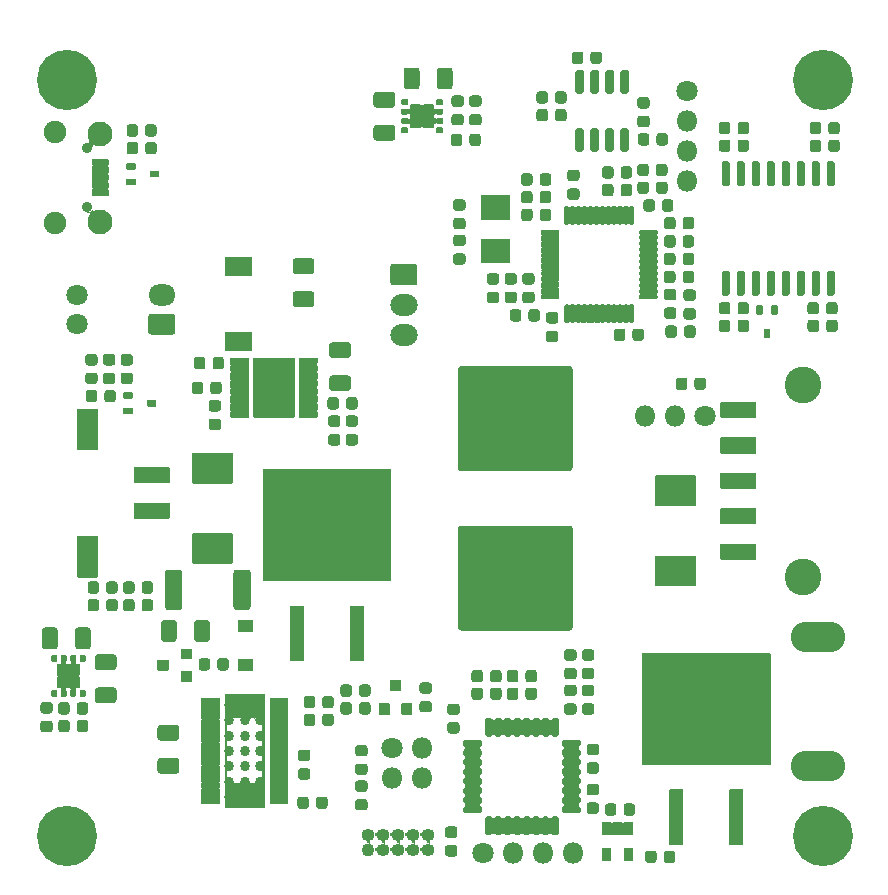
<source format=gbr>
%TF.GenerationSoftware,KiCad,Pcbnew,5.99.0-unknown-dd374e12a~102~ubuntu20.04.1*%
%TF.CreationDate,2020-12-04T16:52:23-08:00*%
%TF.ProjectId,blue_interface_board,626c7565-5f69-46e7-9465-72666163655f,rev?*%
%TF.SameCoordinates,Original*%
%TF.FileFunction,Soldermask,Top*%
%TF.FilePolarity,Negative*%
%FSLAX46Y46*%
G04 Gerber Fmt 4.6, Leading zero omitted, Abs format (unit mm)*
G04 Created by KiCad (PCBNEW 5.99.0-unknown-dd374e12a~102~ubuntu20.04.1) date 2020-12-04 16:52:23*
%MOMM*%
%LPD*%
G01*
G04 APERTURE LIST*
%ADD10C,3.102000*%
%ADD11C,0.864000*%
%ADD12O,4.602000X2.602000*%
%ADD13C,5.102000*%
%ADD14C,1.102000*%
%ADD15O,1.102000X1.102000*%
%ADD16C,0.902000*%
%ADD17C,2.102000*%
%ADD18C,1.902000*%
%ADD19C,1.802000*%
%ADD20O,1.802000X1.802000*%
%ADD21O,2.302000X1.842000*%
%ADD22O,2.302000X1.802000*%
G04 APERTURE END LIST*
G36*
G01*
X150275904Y-90656000D02*
X147364096Y-90656000D01*
G75*
G02*
X147309000Y-90600904I0J55096D01*
G01*
X147309000Y-89339096D01*
G75*
G02*
X147364096Y-89284000I55096J0D01*
G01*
X150275904Y-89284000D01*
G75*
G02*
X150331000Y-89339096I0J-55096D01*
G01*
X150331000Y-90600904D01*
G75*
G02*
X150275904Y-90656000I-55096J0D01*
G01*
G37*
G36*
G01*
X150275904Y-93656000D02*
X147364096Y-93656000D01*
G75*
G02*
X147309000Y-93600904I0J55096D01*
G01*
X147309000Y-92339096D01*
G75*
G02*
X147364096Y-92284000I55096J0D01*
G01*
X150275904Y-92284000D01*
G75*
G02*
X150331000Y-92339096I0J-55096D01*
G01*
X150331000Y-93600904D01*
G75*
G02*
X150275904Y-93656000I-55096J0D01*
G01*
G37*
G36*
G01*
X150275904Y-96656000D02*
X147364096Y-96656000D01*
G75*
G02*
X147309000Y-96600904I0J55096D01*
G01*
X147309000Y-95339096D01*
G75*
G02*
X147364096Y-95284000I55096J0D01*
G01*
X150275904Y-95284000D01*
G75*
G02*
X150331000Y-95339096I0J-55096D01*
G01*
X150331000Y-96600904D01*
G75*
G02*
X150275904Y-96656000I-55096J0D01*
G01*
G37*
G36*
G01*
X150275904Y-99656000D02*
X147364096Y-99656000D01*
G75*
G02*
X147309000Y-99600904I0J55096D01*
G01*
X147309000Y-98339096D01*
G75*
G02*
X147364096Y-98284000I55096J0D01*
G01*
X150275904Y-98284000D01*
G75*
G02*
X150331000Y-98339096I0J-55096D01*
G01*
X150331000Y-99600904D01*
G75*
G02*
X150275904Y-99656000I-55096J0D01*
G01*
G37*
G36*
G01*
X150275904Y-102656000D02*
X147364096Y-102656000D01*
G75*
G02*
X147309000Y-102600904I0J55096D01*
G01*
X147309000Y-101339096D01*
G75*
G02*
X147364096Y-101284000I55096J0D01*
G01*
X150275904Y-101284000D01*
G75*
G02*
X150331000Y-101339096I0J-55096D01*
G01*
X150331000Y-102600904D01*
G75*
G02*
X150275904Y-102656000I-55096J0D01*
G01*
G37*
D10*
X154290000Y-104120000D03*
X154290000Y-87820000D03*
G36*
G01*
X135818250Y-110224000D02*
X136381750Y-110224000D01*
G75*
G02*
X136626000Y-110468250I0J-244250D01*
G01*
X136626000Y-110956750D01*
G75*
G02*
X136381750Y-111201000I-244250J0D01*
G01*
X135818250Y-111201000D01*
G75*
G02*
X135574000Y-110956750I0J244250D01*
G01*
X135574000Y-110468250D01*
G75*
G02*
X135818250Y-110224000I244250J0D01*
G01*
G37*
G36*
G01*
X135818250Y-111799000D02*
X136381750Y-111799000D01*
G75*
G02*
X136626000Y-112043250I0J-244250D01*
G01*
X136626000Y-112531750D01*
G75*
G02*
X136381750Y-112776000I-244250J0D01*
G01*
X135818250Y-112776000D01*
G75*
G02*
X135574000Y-112531750I0J244250D01*
G01*
X135574000Y-112043250D01*
G75*
G02*
X135818250Y-111799000I244250J0D01*
G01*
G37*
G36*
G01*
X145201000Y-102352081D02*
X145201000Y-104847919D01*
G75*
G02*
X145147919Y-104901000I-53081J0D01*
G01*
X141852081Y-104901000D01*
G75*
G02*
X141799000Y-104847919I0J53081D01*
G01*
X141799000Y-102352081D01*
G75*
G02*
X141852081Y-102299000I53081J0D01*
G01*
X145147919Y-102299000D01*
G75*
G02*
X145201000Y-102352081I0J-53081D01*
G01*
G37*
G36*
G01*
X145201000Y-95552081D02*
X145201000Y-98047919D01*
G75*
G02*
X145147919Y-98101000I-53081J0D01*
G01*
X141852081Y-98101000D01*
G75*
G02*
X141799000Y-98047919I0J53081D01*
G01*
X141799000Y-95552081D01*
G75*
G02*
X141852081Y-95499000I53081J0D01*
G01*
X145147919Y-95499000D01*
G75*
G02*
X145201000Y-95552081I0J-53081D01*
G01*
G37*
G36*
G01*
X99904400Y-116624000D02*
X101215600Y-116624000D01*
G75*
G02*
X101486000Y-116894400I0J-270400D01*
G01*
X101486000Y-117705600D01*
G75*
G02*
X101215600Y-117976000I-270400J0D01*
G01*
X99904400Y-117976000D01*
G75*
G02*
X99634000Y-117705600I0J270400D01*
G01*
X99634000Y-116894400D01*
G75*
G02*
X99904400Y-116624000I270400J0D01*
G01*
G37*
G36*
G01*
X99904400Y-119424000D02*
X101215600Y-119424000D01*
G75*
G02*
X101486000Y-119694400I0J-270400D01*
G01*
X101486000Y-120505600D01*
G75*
G02*
X101215600Y-120776000I-270400J0D01*
G01*
X99904400Y-120776000D01*
G75*
G02*
X99634000Y-120505600I0J270400D01*
G01*
X99634000Y-119694400D01*
G75*
G02*
X99904400Y-119424000I270400J0D01*
G01*
G37*
G36*
G01*
X117676000Y-113443250D02*
X117676000Y-114006750D01*
G75*
G02*
X117431750Y-114251000I-244250J0D01*
G01*
X116943250Y-114251000D01*
G75*
G02*
X116699000Y-114006750I0J244250D01*
G01*
X116699000Y-113443250D01*
G75*
G02*
X116943250Y-113199000I244250J0D01*
G01*
X117431750Y-113199000D01*
G75*
G02*
X117676000Y-113443250I0J-244250D01*
G01*
G37*
G36*
G01*
X116101000Y-113443250D02*
X116101000Y-114006750D01*
G75*
G02*
X115856750Y-114251000I-244250J0D01*
G01*
X115368250Y-114251000D01*
G75*
G02*
X115124000Y-114006750I0J244250D01*
G01*
X115124000Y-113443250D01*
G75*
G02*
X115368250Y-113199000I244250J0D01*
G01*
X115856750Y-113199000D01*
G75*
G02*
X116101000Y-113443250I0J-244250D01*
G01*
G37*
G36*
G01*
X111778250Y-118724000D02*
X112341750Y-118724000D01*
G75*
G02*
X112586000Y-118968250I0J-244250D01*
G01*
X112586000Y-119456750D01*
G75*
G02*
X112341750Y-119701000I-244250J0D01*
G01*
X111778250Y-119701000D01*
G75*
G02*
X111534000Y-119456750I0J244250D01*
G01*
X111534000Y-118968250D01*
G75*
G02*
X111778250Y-118724000I244250J0D01*
G01*
G37*
G36*
G01*
X111778250Y-120299000D02*
X112341750Y-120299000D01*
G75*
G02*
X112586000Y-120543250I0J-244250D01*
G01*
X112586000Y-121031750D01*
G75*
G02*
X112341750Y-121276000I-244250J0D01*
G01*
X111778250Y-121276000D01*
G75*
G02*
X111534000Y-121031750I0J244250D01*
G01*
X111534000Y-120543250D01*
G75*
G02*
X111778250Y-120299000I244250J0D01*
G01*
G37*
G36*
G01*
X103391560Y-114334000D02*
X104868440Y-114334000D01*
G75*
G02*
X104931000Y-114396560I0J-62560D01*
G01*
X104931000Y-114823440D01*
G75*
G02*
X104868440Y-114886000I-62560J0D01*
G01*
X103391560Y-114886000D01*
G75*
G02*
X103329000Y-114823440I0J62560D01*
G01*
X103329000Y-114396560D01*
G75*
G02*
X103391560Y-114334000I62560J0D01*
G01*
G37*
G36*
G01*
X103391560Y-114984000D02*
X104868440Y-114984000D01*
G75*
G02*
X104931000Y-115046560I0J-62560D01*
G01*
X104931000Y-115473440D01*
G75*
G02*
X104868440Y-115536000I-62560J0D01*
G01*
X103391560Y-115536000D01*
G75*
G02*
X103329000Y-115473440I0J62560D01*
G01*
X103329000Y-115046560D01*
G75*
G02*
X103391560Y-114984000I62560J0D01*
G01*
G37*
G36*
G01*
X103391560Y-115634000D02*
X104868440Y-115634000D01*
G75*
G02*
X104931000Y-115696560I0J-62560D01*
G01*
X104931000Y-116123440D01*
G75*
G02*
X104868440Y-116186000I-62560J0D01*
G01*
X103391560Y-116186000D01*
G75*
G02*
X103329000Y-116123440I0J62560D01*
G01*
X103329000Y-115696560D01*
G75*
G02*
X103391560Y-115634000I62560J0D01*
G01*
G37*
G36*
G01*
X103391560Y-116284000D02*
X104868440Y-116284000D01*
G75*
G02*
X104931000Y-116346560I0J-62560D01*
G01*
X104931000Y-116773440D01*
G75*
G02*
X104868440Y-116836000I-62560J0D01*
G01*
X103391560Y-116836000D01*
G75*
G02*
X103329000Y-116773440I0J62560D01*
G01*
X103329000Y-116346560D01*
G75*
G02*
X103391560Y-116284000I62560J0D01*
G01*
G37*
G36*
G01*
X103391560Y-116934000D02*
X104868440Y-116934000D01*
G75*
G02*
X104931000Y-116996560I0J-62560D01*
G01*
X104931000Y-117423440D01*
G75*
G02*
X104868440Y-117486000I-62560J0D01*
G01*
X103391560Y-117486000D01*
G75*
G02*
X103329000Y-117423440I0J62560D01*
G01*
X103329000Y-116996560D01*
G75*
G02*
X103391560Y-116934000I62560J0D01*
G01*
G37*
G36*
G01*
X103391560Y-117584000D02*
X104868440Y-117584000D01*
G75*
G02*
X104931000Y-117646560I0J-62560D01*
G01*
X104931000Y-118073440D01*
G75*
G02*
X104868440Y-118136000I-62560J0D01*
G01*
X103391560Y-118136000D01*
G75*
G02*
X103329000Y-118073440I0J62560D01*
G01*
X103329000Y-117646560D01*
G75*
G02*
X103391560Y-117584000I62560J0D01*
G01*
G37*
G36*
G01*
X103391560Y-118234000D02*
X104868440Y-118234000D01*
G75*
G02*
X104931000Y-118296560I0J-62560D01*
G01*
X104931000Y-118723440D01*
G75*
G02*
X104868440Y-118786000I-62560J0D01*
G01*
X103391560Y-118786000D01*
G75*
G02*
X103329000Y-118723440I0J62560D01*
G01*
X103329000Y-118296560D01*
G75*
G02*
X103391560Y-118234000I62560J0D01*
G01*
G37*
G36*
G01*
X103391560Y-118884000D02*
X104868440Y-118884000D01*
G75*
G02*
X104931000Y-118946560I0J-62560D01*
G01*
X104931000Y-119373440D01*
G75*
G02*
X104868440Y-119436000I-62560J0D01*
G01*
X103391560Y-119436000D01*
G75*
G02*
X103329000Y-119373440I0J62560D01*
G01*
X103329000Y-118946560D01*
G75*
G02*
X103391560Y-118884000I62560J0D01*
G01*
G37*
G36*
G01*
X103391560Y-119534000D02*
X104868440Y-119534000D01*
G75*
G02*
X104931000Y-119596560I0J-62560D01*
G01*
X104931000Y-120023440D01*
G75*
G02*
X104868440Y-120086000I-62560J0D01*
G01*
X103391560Y-120086000D01*
G75*
G02*
X103329000Y-120023440I0J62560D01*
G01*
X103329000Y-119596560D01*
G75*
G02*
X103391560Y-119534000I62560J0D01*
G01*
G37*
G36*
G01*
X103391560Y-120184000D02*
X104868440Y-120184000D01*
G75*
G02*
X104931000Y-120246560I0J-62560D01*
G01*
X104931000Y-120673440D01*
G75*
G02*
X104868440Y-120736000I-62560J0D01*
G01*
X103391560Y-120736000D01*
G75*
G02*
X103329000Y-120673440I0J62560D01*
G01*
X103329000Y-120246560D01*
G75*
G02*
X103391560Y-120184000I62560J0D01*
G01*
G37*
G36*
G01*
X103391560Y-120834000D02*
X104868440Y-120834000D01*
G75*
G02*
X104931000Y-120896560I0J-62560D01*
G01*
X104931000Y-121323440D01*
G75*
G02*
X104868440Y-121386000I-62560J0D01*
G01*
X103391560Y-121386000D01*
G75*
G02*
X103329000Y-121323440I0J62560D01*
G01*
X103329000Y-120896560D01*
G75*
G02*
X103391560Y-120834000I62560J0D01*
G01*
G37*
G36*
G01*
X103391560Y-121484000D02*
X104868440Y-121484000D01*
G75*
G02*
X104931000Y-121546560I0J-62560D01*
G01*
X104931000Y-121973440D01*
G75*
G02*
X104868440Y-122036000I-62560J0D01*
G01*
X103391560Y-122036000D01*
G75*
G02*
X103329000Y-121973440I0J62560D01*
G01*
X103329000Y-121546560D01*
G75*
G02*
X103391560Y-121484000I62560J0D01*
G01*
G37*
G36*
G01*
X103391560Y-122134000D02*
X104868440Y-122134000D01*
G75*
G02*
X104931000Y-122196560I0J-62560D01*
G01*
X104931000Y-122623440D01*
G75*
G02*
X104868440Y-122686000I-62560J0D01*
G01*
X103391560Y-122686000D01*
G75*
G02*
X103329000Y-122623440I0J62560D01*
G01*
X103329000Y-122196560D01*
G75*
G02*
X103391560Y-122134000I62560J0D01*
G01*
G37*
G36*
G01*
X103391560Y-122784000D02*
X104868440Y-122784000D01*
G75*
G02*
X104931000Y-122846560I0J-62560D01*
G01*
X104931000Y-123273440D01*
G75*
G02*
X104868440Y-123336000I-62560J0D01*
G01*
X103391560Y-123336000D01*
G75*
G02*
X103329000Y-123273440I0J62560D01*
G01*
X103329000Y-122846560D01*
G75*
G02*
X103391560Y-122784000I62560J0D01*
G01*
G37*
G36*
G01*
X109191560Y-122784000D02*
X110668440Y-122784000D01*
G75*
G02*
X110731000Y-122846560I0J-62560D01*
G01*
X110731000Y-123273440D01*
G75*
G02*
X110668440Y-123336000I-62560J0D01*
G01*
X109191560Y-123336000D01*
G75*
G02*
X109129000Y-123273440I0J62560D01*
G01*
X109129000Y-122846560D01*
G75*
G02*
X109191560Y-122784000I62560J0D01*
G01*
G37*
G36*
G01*
X109191560Y-122134000D02*
X110668440Y-122134000D01*
G75*
G02*
X110731000Y-122196560I0J-62560D01*
G01*
X110731000Y-122623440D01*
G75*
G02*
X110668440Y-122686000I-62560J0D01*
G01*
X109191560Y-122686000D01*
G75*
G02*
X109129000Y-122623440I0J62560D01*
G01*
X109129000Y-122196560D01*
G75*
G02*
X109191560Y-122134000I62560J0D01*
G01*
G37*
G36*
G01*
X109191560Y-121484000D02*
X110668440Y-121484000D01*
G75*
G02*
X110731000Y-121546560I0J-62560D01*
G01*
X110731000Y-121973440D01*
G75*
G02*
X110668440Y-122036000I-62560J0D01*
G01*
X109191560Y-122036000D01*
G75*
G02*
X109129000Y-121973440I0J62560D01*
G01*
X109129000Y-121546560D01*
G75*
G02*
X109191560Y-121484000I62560J0D01*
G01*
G37*
G36*
G01*
X109191560Y-120834000D02*
X110668440Y-120834000D01*
G75*
G02*
X110731000Y-120896560I0J-62560D01*
G01*
X110731000Y-121323440D01*
G75*
G02*
X110668440Y-121386000I-62560J0D01*
G01*
X109191560Y-121386000D01*
G75*
G02*
X109129000Y-121323440I0J62560D01*
G01*
X109129000Y-120896560D01*
G75*
G02*
X109191560Y-120834000I62560J0D01*
G01*
G37*
G36*
G01*
X109191560Y-120184000D02*
X110668440Y-120184000D01*
G75*
G02*
X110731000Y-120246560I0J-62560D01*
G01*
X110731000Y-120673440D01*
G75*
G02*
X110668440Y-120736000I-62560J0D01*
G01*
X109191560Y-120736000D01*
G75*
G02*
X109129000Y-120673440I0J62560D01*
G01*
X109129000Y-120246560D01*
G75*
G02*
X109191560Y-120184000I62560J0D01*
G01*
G37*
G36*
G01*
X109191560Y-119534000D02*
X110668440Y-119534000D01*
G75*
G02*
X110731000Y-119596560I0J-62560D01*
G01*
X110731000Y-120023440D01*
G75*
G02*
X110668440Y-120086000I-62560J0D01*
G01*
X109191560Y-120086000D01*
G75*
G02*
X109129000Y-120023440I0J62560D01*
G01*
X109129000Y-119596560D01*
G75*
G02*
X109191560Y-119534000I62560J0D01*
G01*
G37*
G36*
G01*
X109191560Y-118884000D02*
X110668440Y-118884000D01*
G75*
G02*
X110731000Y-118946560I0J-62560D01*
G01*
X110731000Y-119373440D01*
G75*
G02*
X110668440Y-119436000I-62560J0D01*
G01*
X109191560Y-119436000D01*
G75*
G02*
X109129000Y-119373440I0J62560D01*
G01*
X109129000Y-118946560D01*
G75*
G02*
X109191560Y-118884000I62560J0D01*
G01*
G37*
G36*
G01*
X109191560Y-118234000D02*
X110668440Y-118234000D01*
G75*
G02*
X110731000Y-118296560I0J-62560D01*
G01*
X110731000Y-118723440D01*
G75*
G02*
X110668440Y-118786000I-62560J0D01*
G01*
X109191560Y-118786000D01*
G75*
G02*
X109129000Y-118723440I0J62560D01*
G01*
X109129000Y-118296560D01*
G75*
G02*
X109191560Y-118234000I62560J0D01*
G01*
G37*
G36*
G01*
X109191560Y-117584000D02*
X110668440Y-117584000D01*
G75*
G02*
X110731000Y-117646560I0J-62560D01*
G01*
X110731000Y-118073440D01*
G75*
G02*
X110668440Y-118136000I-62560J0D01*
G01*
X109191560Y-118136000D01*
G75*
G02*
X109129000Y-118073440I0J62560D01*
G01*
X109129000Y-117646560D01*
G75*
G02*
X109191560Y-117584000I62560J0D01*
G01*
G37*
G36*
G01*
X109191560Y-116934000D02*
X110668440Y-116934000D01*
G75*
G02*
X110731000Y-116996560I0J-62560D01*
G01*
X110731000Y-117423440D01*
G75*
G02*
X110668440Y-117486000I-62560J0D01*
G01*
X109191560Y-117486000D01*
G75*
G02*
X109129000Y-117423440I0J62560D01*
G01*
X109129000Y-116996560D01*
G75*
G02*
X109191560Y-116934000I62560J0D01*
G01*
G37*
G36*
G01*
X109191560Y-116284000D02*
X110668440Y-116284000D01*
G75*
G02*
X110731000Y-116346560I0J-62560D01*
G01*
X110731000Y-116773440D01*
G75*
G02*
X110668440Y-116836000I-62560J0D01*
G01*
X109191560Y-116836000D01*
G75*
G02*
X109129000Y-116773440I0J62560D01*
G01*
X109129000Y-116346560D01*
G75*
G02*
X109191560Y-116284000I62560J0D01*
G01*
G37*
G36*
G01*
X109191560Y-115634000D02*
X110668440Y-115634000D01*
G75*
G02*
X110731000Y-115696560I0J-62560D01*
G01*
X110731000Y-116123440D01*
G75*
G02*
X110668440Y-116186000I-62560J0D01*
G01*
X109191560Y-116186000D01*
G75*
G02*
X109129000Y-116123440I0J62560D01*
G01*
X109129000Y-115696560D01*
G75*
G02*
X109191560Y-115634000I62560J0D01*
G01*
G37*
G36*
G01*
X109191560Y-114984000D02*
X110668440Y-114984000D01*
G75*
G02*
X110731000Y-115046560I0J-62560D01*
G01*
X110731000Y-115473440D01*
G75*
G02*
X110668440Y-115536000I-62560J0D01*
G01*
X109191560Y-115536000D01*
G75*
G02*
X109129000Y-115473440I0J62560D01*
G01*
X109129000Y-115046560D01*
G75*
G02*
X109191560Y-114984000I62560J0D01*
G01*
G37*
G36*
G01*
X109191560Y-114334000D02*
X110668440Y-114334000D01*
G75*
G02*
X110731000Y-114396560I0J-62560D01*
G01*
X110731000Y-114823440D01*
G75*
G02*
X110668440Y-114886000I-62560J0D01*
G01*
X109191560Y-114886000D01*
G75*
G02*
X109129000Y-114823440I0J62560D01*
G01*
X109129000Y-114396560D01*
G75*
G02*
X109191560Y-114334000I62560J0D01*
G01*
G37*
D11*
X108330000Y-114935000D03*
X105730000Y-114935000D03*
X107030000Y-118835000D03*
X105730000Y-120135000D03*
X107030000Y-116235000D03*
X108330000Y-118835000D03*
X108330000Y-121435000D03*
X105730000Y-118835000D03*
X108330000Y-122735000D03*
X105730000Y-122735000D03*
X107030000Y-114935000D03*
X108330000Y-120135000D03*
X107030000Y-122735000D03*
X107030000Y-117535000D03*
X105730000Y-117535000D03*
X108330000Y-117535000D03*
X107030000Y-121435000D03*
X105730000Y-121435000D03*
X108330000Y-116235000D03*
X105730000Y-116235000D03*
X107030000Y-120135000D03*
G36*
X108530000Y-113985001D02*
G01*
X108730000Y-113985001D01*
X108729999Y-123685000D01*
X105330000Y-123685000D01*
X105330000Y-121585000D01*
X105530000Y-121585000D01*
X108529999Y-121585000D01*
X108529999Y-116085000D01*
X105530000Y-116084999D01*
X105530000Y-121585000D01*
X105330000Y-121585000D01*
X105330001Y-113985000D01*
X108530000Y-113985001D01*
G37*
G36*
G01*
X112024000Y-114981750D02*
X112024000Y-114418250D01*
G75*
G02*
X112268250Y-114174000I244250J0D01*
G01*
X112756750Y-114174000D01*
G75*
G02*
X113001000Y-114418250I0J-244250D01*
G01*
X113001000Y-114981750D01*
G75*
G02*
X112756750Y-115226000I-244250J0D01*
G01*
X112268250Y-115226000D01*
G75*
G02*
X112024000Y-114981750I0J244250D01*
G01*
G37*
G36*
G01*
X113599000Y-114981750D02*
X113599000Y-114418250D01*
G75*
G02*
X113843250Y-114174000I244250J0D01*
G01*
X114331750Y-114174000D01*
G75*
G02*
X114576000Y-114418250I0J-244250D01*
G01*
X114576000Y-114981750D01*
G75*
G02*
X114331750Y-115226000I-244250J0D01*
G01*
X113843250Y-115226000D01*
G75*
G02*
X113599000Y-114981750I0J244250D01*
G01*
G37*
G36*
G01*
X112024000Y-116481750D02*
X112024000Y-115918250D01*
G75*
G02*
X112268250Y-115674000I244250J0D01*
G01*
X112756750Y-115674000D01*
G75*
G02*
X113001000Y-115918250I0J-244250D01*
G01*
X113001000Y-116481750D01*
G75*
G02*
X112756750Y-116726000I-244250J0D01*
G01*
X112268250Y-116726000D01*
G75*
G02*
X112024000Y-116481750I0J244250D01*
G01*
G37*
G36*
G01*
X113599000Y-116481750D02*
X113599000Y-115918250D01*
G75*
G02*
X113843250Y-115674000I244250J0D01*
G01*
X114331750Y-115674000D01*
G75*
G02*
X114576000Y-115918250I0J-244250D01*
G01*
X114576000Y-116481750D01*
G75*
G02*
X114331750Y-116726000I-244250J0D01*
G01*
X113843250Y-116726000D01*
G75*
G02*
X113599000Y-116481750I0J244250D01*
G01*
G37*
G36*
G01*
X106505780Y-107749000D02*
X107694220Y-107749000D01*
G75*
G02*
X107751000Y-107805780I0J-56780D01*
G01*
X107751000Y-108694220D01*
G75*
G02*
X107694220Y-108751000I-56780J0D01*
G01*
X106505780Y-108751000D01*
G75*
G02*
X106449000Y-108694220I0J56780D01*
G01*
X106449000Y-107805780D01*
G75*
G02*
X106505780Y-107749000I56780J0D01*
G01*
G37*
G36*
G01*
X106505780Y-111049000D02*
X107694220Y-111049000D01*
G75*
G02*
X107751000Y-111105780I0J-56780D01*
G01*
X107751000Y-111994220D01*
G75*
G02*
X107694220Y-112051000I-56780J0D01*
G01*
X106505780Y-112051000D01*
G75*
G02*
X106449000Y-111994220I0J56780D01*
G01*
X106449000Y-111105780D01*
G75*
G02*
X106505780Y-111049000I56780J0D01*
G01*
G37*
G36*
G01*
X111484000Y-123506750D02*
X111484000Y-122943250D01*
G75*
G02*
X111728250Y-122699000I244250J0D01*
G01*
X112216750Y-122699000D01*
G75*
G02*
X112461000Y-122943250I0J-244250D01*
G01*
X112461000Y-123506750D01*
G75*
G02*
X112216750Y-123751000I-244250J0D01*
G01*
X111728250Y-123751000D01*
G75*
G02*
X111484000Y-123506750I0J244250D01*
G01*
G37*
G36*
G01*
X113059000Y-123506750D02*
X113059000Y-122943250D01*
G75*
G02*
X113303250Y-122699000I244250J0D01*
G01*
X113791750Y-122699000D01*
G75*
G02*
X114036000Y-122943250I0J-244250D01*
G01*
X114036000Y-123506750D01*
G75*
G02*
X113791750Y-123751000I-244250J0D01*
G01*
X113303250Y-123751000D01*
G75*
G02*
X113059000Y-123506750I0J244250D01*
G01*
G37*
G36*
G01*
X134530821Y-108651000D02*
X125334615Y-108651000D01*
G75*
G02*
X125081718Y-108398103I0J252897D01*
G01*
X125081718Y-100001897D01*
G75*
G02*
X125334615Y-99749000I252897J0D01*
G01*
X134530821Y-99749000D01*
G75*
G02*
X134783718Y-100001897I0J-252897D01*
G01*
X134783718Y-108398103D01*
G75*
G02*
X134530821Y-108651000I-252897J0D01*
G01*
G37*
G36*
G01*
X134530821Y-95151000D02*
X125334615Y-95151000D01*
G75*
G02*
X125081718Y-94898103I0J252897D01*
G01*
X125081718Y-86501897D01*
G75*
G02*
X125334615Y-86249000I252897J0D01*
G01*
X134530821Y-86249000D01*
G75*
G02*
X134783718Y-86501897I0J-252897D01*
G01*
X134783718Y-94898103D01*
G75*
G02*
X134530821Y-95151000I-252897J0D01*
G01*
G37*
G36*
G01*
X119243497Y-115801000D02*
X118456503Y-115801000D01*
G75*
G02*
X118399000Y-115743497I0J57503D01*
G01*
X118399000Y-114856503D01*
G75*
G02*
X118456503Y-114799000I57503J0D01*
G01*
X119243497Y-114799000D01*
G75*
G02*
X119301000Y-114856503I0J-57503D01*
G01*
X119301000Y-115743497D01*
G75*
G02*
X119243497Y-115801000I-57503J0D01*
G01*
G37*
G36*
G01*
X121143497Y-115801000D02*
X120356503Y-115801000D01*
G75*
G02*
X120299000Y-115743497I0J57503D01*
G01*
X120299000Y-114856503D01*
G75*
G02*
X120356503Y-114799000I57503J0D01*
G01*
X121143497Y-114799000D01*
G75*
G02*
X121201000Y-114856503I0J-57503D01*
G01*
X121201000Y-115743497D01*
G75*
G02*
X121143497Y-115801000I-57503J0D01*
G01*
G37*
G36*
G01*
X120193497Y-113801000D02*
X119406503Y-113801000D01*
G75*
G02*
X119349000Y-113743497I0J57503D01*
G01*
X119349000Y-112856503D01*
G75*
G02*
X119406503Y-112799000I57503J0D01*
G01*
X120193497Y-112799000D01*
G75*
G02*
X120251000Y-112856503I0J-57503D01*
G01*
X120251000Y-113743497D01*
G75*
G02*
X120193497Y-113801000I-57503J0D01*
G01*
G37*
G36*
G01*
X122068250Y-113024000D02*
X122631750Y-113024000D01*
G75*
G02*
X122876000Y-113268250I0J-244250D01*
G01*
X122876000Y-113756750D01*
G75*
G02*
X122631750Y-114001000I-244250J0D01*
G01*
X122068250Y-114001000D01*
G75*
G02*
X121824000Y-113756750I0J244250D01*
G01*
X121824000Y-113268250D01*
G75*
G02*
X122068250Y-113024000I244250J0D01*
G01*
G37*
G36*
G01*
X122068250Y-114599000D02*
X122631750Y-114599000D01*
G75*
G02*
X122876000Y-114843250I0J-244250D01*
G01*
X122876000Y-115331750D01*
G75*
G02*
X122631750Y-115576000I-244250J0D01*
G01*
X122068250Y-115576000D01*
G75*
G02*
X121824000Y-115331750I0J244250D01*
G01*
X121824000Y-114843250D01*
G75*
G02*
X122068250Y-114599000I244250J0D01*
G01*
G37*
G36*
G01*
X144105271Y-126796841D02*
X143014729Y-126796841D01*
G75*
G02*
X142959000Y-126741112I0J55729D01*
G01*
X142959000Y-122150570D01*
G75*
G02*
X143014729Y-122094841I55729J0D01*
G01*
X144105271Y-122094841D01*
G75*
G02*
X144161000Y-122150570I0J-55729D01*
G01*
X144161000Y-126741112D01*
G75*
G02*
X144105271Y-126796841I-55729J0D01*
G01*
G37*
G36*
G01*
X151499447Y-120046841D02*
X140700553Y-120046841D01*
G75*
G02*
X140649000Y-119995288I0J51553D01*
G01*
X140649000Y-110596394D01*
G75*
G02*
X140700553Y-110544841I51553J0D01*
G01*
X151499447Y-110544841D01*
G75*
G02*
X151551000Y-110596394I0J-51553D01*
G01*
X151551000Y-119995288D01*
G75*
G02*
X151499447Y-120046841I-51553J0D01*
G01*
G37*
G36*
G01*
X149185271Y-126796841D02*
X148094729Y-126796841D01*
G75*
G02*
X148039000Y-126741112I0J55729D01*
G01*
X148039000Y-122150570D01*
G75*
G02*
X148094729Y-122094841I55729J0D01*
G01*
X149185271Y-122094841D01*
G75*
G02*
X149241000Y-122150570I0J-55729D01*
G01*
X149241000Y-126741112D01*
G75*
G02*
X149185271Y-126796841I-55729J0D01*
G01*
G37*
D12*
X155600000Y-109200000D03*
X155600000Y-120100000D03*
G36*
G01*
X135476000Y-123649500D02*
X135476000Y-123950500D01*
G75*
G02*
X135325500Y-124101000I-150500J0D01*
G01*
X134024500Y-124101000D01*
G75*
G02*
X133874000Y-123950500I0J150500D01*
G01*
X133874000Y-123649500D01*
G75*
G02*
X134024500Y-123499000I150500J0D01*
G01*
X135325500Y-123499000D01*
G75*
G02*
X135476000Y-123649500I0J-150500D01*
G01*
G37*
G36*
G01*
X135476000Y-122849500D02*
X135476000Y-123150500D01*
G75*
G02*
X135325500Y-123301000I-150500J0D01*
G01*
X134024500Y-123301000D01*
G75*
G02*
X133874000Y-123150500I0J150500D01*
G01*
X133874000Y-122849500D01*
G75*
G02*
X134024500Y-122699000I150500J0D01*
G01*
X135325500Y-122699000D01*
G75*
G02*
X135476000Y-122849500I0J-150500D01*
G01*
G37*
G36*
G01*
X135476000Y-122049500D02*
X135476000Y-122350500D01*
G75*
G02*
X135325500Y-122501000I-150500J0D01*
G01*
X134024500Y-122501000D01*
G75*
G02*
X133874000Y-122350500I0J150500D01*
G01*
X133874000Y-122049500D01*
G75*
G02*
X134024500Y-121899000I150500J0D01*
G01*
X135325500Y-121899000D01*
G75*
G02*
X135476000Y-122049500I0J-150500D01*
G01*
G37*
G36*
G01*
X135476000Y-121249500D02*
X135476000Y-121550500D01*
G75*
G02*
X135325500Y-121701000I-150500J0D01*
G01*
X134024500Y-121701000D01*
G75*
G02*
X133874000Y-121550500I0J150500D01*
G01*
X133874000Y-121249500D01*
G75*
G02*
X134024500Y-121099000I150500J0D01*
G01*
X135325500Y-121099000D01*
G75*
G02*
X135476000Y-121249500I0J-150500D01*
G01*
G37*
G36*
G01*
X135476000Y-120449500D02*
X135476000Y-120750500D01*
G75*
G02*
X135325500Y-120901000I-150500J0D01*
G01*
X134024500Y-120901000D01*
G75*
G02*
X133874000Y-120750500I0J150500D01*
G01*
X133874000Y-120449500D01*
G75*
G02*
X134024500Y-120299000I150500J0D01*
G01*
X135325500Y-120299000D01*
G75*
G02*
X135476000Y-120449500I0J-150500D01*
G01*
G37*
G36*
G01*
X135476000Y-119649500D02*
X135476000Y-119950500D01*
G75*
G02*
X135325500Y-120101000I-150500J0D01*
G01*
X134024500Y-120101000D01*
G75*
G02*
X133874000Y-119950500I0J150500D01*
G01*
X133874000Y-119649500D01*
G75*
G02*
X134024500Y-119499000I150500J0D01*
G01*
X135325500Y-119499000D01*
G75*
G02*
X135476000Y-119649500I0J-150500D01*
G01*
G37*
G36*
G01*
X135476000Y-118849500D02*
X135476000Y-119150500D01*
G75*
G02*
X135325500Y-119301000I-150500J0D01*
G01*
X134024500Y-119301000D01*
G75*
G02*
X133874000Y-119150500I0J150500D01*
G01*
X133874000Y-118849500D01*
G75*
G02*
X134024500Y-118699000I150500J0D01*
G01*
X135325500Y-118699000D01*
G75*
G02*
X135476000Y-118849500I0J-150500D01*
G01*
G37*
G36*
G01*
X135476000Y-118049500D02*
X135476000Y-118350500D01*
G75*
G02*
X135325500Y-118501000I-150500J0D01*
G01*
X134024500Y-118501000D01*
G75*
G02*
X133874000Y-118350500I0J150500D01*
G01*
X133874000Y-118049500D01*
G75*
G02*
X134024500Y-117899000I150500J0D01*
G01*
X135325500Y-117899000D01*
G75*
G02*
X135476000Y-118049500I0J-150500D01*
G01*
G37*
G36*
G01*
X133601000Y-116174500D02*
X133601000Y-117475500D01*
G75*
G02*
X133450500Y-117626000I-150500J0D01*
G01*
X133149500Y-117626000D01*
G75*
G02*
X132999000Y-117475500I0J150500D01*
G01*
X132999000Y-116174500D01*
G75*
G02*
X133149500Y-116024000I150500J0D01*
G01*
X133450500Y-116024000D01*
G75*
G02*
X133601000Y-116174500I0J-150500D01*
G01*
G37*
G36*
G01*
X132801000Y-116174500D02*
X132801000Y-117475500D01*
G75*
G02*
X132650500Y-117626000I-150500J0D01*
G01*
X132349500Y-117626000D01*
G75*
G02*
X132199000Y-117475500I0J150500D01*
G01*
X132199000Y-116174500D01*
G75*
G02*
X132349500Y-116024000I150500J0D01*
G01*
X132650500Y-116024000D01*
G75*
G02*
X132801000Y-116174500I0J-150500D01*
G01*
G37*
G36*
G01*
X132001000Y-116174500D02*
X132001000Y-117475500D01*
G75*
G02*
X131850500Y-117626000I-150500J0D01*
G01*
X131549500Y-117626000D01*
G75*
G02*
X131399000Y-117475500I0J150500D01*
G01*
X131399000Y-116174500D01*
G75*
G02*
X131549500Y-116024000I150500J0D01*
G01*
X131850500Y-116024000D01*
G75*
G02*
X132001000Y-116174500I0J-150500D01*
G01*
G37*
G36*
G01*
X131201000Y-116174500D02*
X131201000Y-117475500D01*
G75*
G02*
X131050500Y-117626000I-150500J0D01*
G01*
X130749500Y-117626000D01*
G75*
G02*
X130599000Y-117475500I0J150500D01*
G01*
X130599000Y-116174500D01*
G75*
G02*
X130749500Y-116024000I150500J0D01*
G01*
X131050500Y-116024000D01*
G75*
G02*
X131201000Y-116174500I0J-150500D01*
G01*
G37*
G36*
G01*
X130401000Y-116174500D02*
X130401000Y-117475500D01*
G75*
G02*
X130250500Y-117626000I-150500J0D01*
G01*
X129949500Y-117626000D01*
G75*
G02*
X129799000Y-117475500I0J150500D01*
G01*
X129799000Y-116174500D01*
G75*
G02*
X129949500Y-116024000I150500J0D01*
G01*
X130250500Y-116024000D01*
G75*
G02*
X130401000Y-116174500I0J-150500D01*
G01*
G37*
G36*
G01*
X129601000Y-116174500D02*
X129601000Y-117475500D01*
G75*
G02*
X129450500Y-117626000I-150500J0D01*
G01*
X129149500Y-117626000D01*
G75*
G02*
X128999000Y-117475500I0J150500D01*
G01*
X128999000Y-116174500D01*
G75*
G02*
X129149500Y-116024000I150500J0D01*
G01*
X129450500Y-116024000D01*
G75*
G02*
X129601000Y-116174500I0J-150500D01*
G01*
G37*
G36*
G01*
X128801000Y-116174500D02*
X128801000Y-117475500D01*
G75*
G02*
X128650500Y-117626000I-150500J0D01*
G01*
X128349500Y-117626000D01*
G75*
G02*
X128199000Y-117475500I0J150500D01*
G01*
X128199000Y-116174500D01*
G75*
G02*
X128349500Y-116024000I150500J0D01*
G01*
X128650500Y-116024000D01*
G75*
G02*
X128801000Y-116174500I0J-150500D01*
G01*
G37*
G36*
G01*
X128001000Y-116174500D02*
X128001000Y-117475500D01*
G75*
G02*
X127850500Y-117626000I-150500J0D01*
G01*
X127549500Y-117626000D01*
G75*
G02*
X127399000Y-117475500I0J150500D01*
G01*
X127399000Y-116174500D01*
G75*
G02*
X127549500Y-116024000I150500J0D01*
G01*
X127850500Y-116024000D01*
G75*
G02*
X128001000Y-116174500I0J-150500D01*
G01*
G37*
G36*
G01*
X127126000Y-118049500D02*
X127126000Y-118350500D01*
G75*
G02*
X126975500Y-118501000I-150500J0D01*
G01*
X125674500Y-118501000D01*
G75*
G02*
X125524000Y-118350500I0J150500D01*
G01*
X125524000Y-118049500D01*
G75*
G02*
X125674500Y-117899000I150500J0D01*
G01*
X126975500Y-117899000D01*
G75*
G02*
X127126000Y-118049500I0J-150500D01*
G01*
G37*
G36*
G01*
X127126000Y-118849500D02*
X127126000Y-119150500D01*
G75*
G02*
X126975500Y-119301000I-150500J0D01*
G01*
X125674500Y-119301000D01*
G75*
G02*
X125524000Y-119150500I0J150500D01*
G01*
X125524000Y-118849500D01*
G75*
G02*
X125674500Y-118699000I150500J0D01*
G01*
X126975500Y-118699000D01*
G75*
G02*
X127126000Y-118849500I0J-150500D01*
G01*
G37*
G36*
G01*
X127126000Y-119649500D02*
X127126000Y-119950500D01*
G75*
G02*
X126975500Y-120101000I-150500J0D01*
G01*
X125674500Y-120101000D01*
G75*
G02*
X125524000Y-119950500I0J150500D01*
G01*
X125524000Y-119649500D01*
G75*
G02*
X125674500Y-119499000I150500J0D01*
G01*
X126975500Y-119499000D01*
G75*
G02*
X127126000Y-119649500I0J-150500D01*
G01*
G37*
G36*
G01*
X127126000Y-120449500D02*
X127126000Y-120750500D01*
G75*
G02*
X126975500Y-120901000I-150500J0D01*
G01*
X125674500Y-120901000D01*
G75*
G02*
X125524000Y-120750500I0J150500D01*
G01*
X125524000Y-120449500D01*
G75*
G02*
X125674500Y-120299000I150500J0D01*
G01*
X126975500Y-120299000D01*
G75*
G02*
X127126000Y-120449500I0J-150500D01*
G01*
G37*
G36*
G01*
X127126000Y-121249500D02*
X127126000Y-121550500D01*
G75*
G02*
X126975500Y-121701000I-150500J0D01*
G01*
X125674500Y-121701000D01*
G75*
G02*
X125524000Y-121550500I0J150500D01*
G01*
X125524000Y-121249500D01*
G75*
G02*
X125674500Y-121099000I150500J0D01*
G01*
X126975500Y-121099000D01*
G75*
G02*
X127126000Y-121249500I0J-150500D01*
G01*
G37*
G36*
G01*
X127126000Y-122049500D02*
X127126000Y-122350500D01*
G75*
G02*
X126975500Y-122501000I-150500J0D01*
G01*
X125674500Y-122501000D01*
G75*
G02*
X125524000Y-122350500I0J150500D01*
G01*
X125524000Y-122049500D01*
G75*
G02*
X125674500Y-121899000I150500J0D01*
G01*
X126975500Y-121899000D01*
G75*
G02*
X127126000Y-122049500I0J-150500D01*
G01*
G37*
G36*
G01*
X127126000Y-122849500D02*
X127126000Y-123150500D01*
G75*
G02*
X126975500Y-123301000I-150500J0D01*
G01*
X125674500Y-123301000D01*
G75*
G02*
X125524000Y-123150500I0J150500D01*
G01*
X125524000Y-122849500D01*
G75*
G02*
X125674500Y-122699000I150500J0D01*
G01*
X126975500Y-122699000D01*
G75*
G02*
X127126000Y-122849500I0J-150500D01*
G01*
G37*
G36*
G01*
X127126000Y-123649500D02*
X127126000Y-123950500D01*
G75*
G02*
X126975500Y-124101000I-150500J0D01*
G01*
X125674500Y-124101000D01*
G75*
G02*
X125524000Y-123950500I0J150500D01*
G01*
X125524000Y-123649500D01*
G75*
G02*
X125674500Y-123499000I150500J0D01*
G01*
X126975500Y-123499000D01*
G75*
G02*
X127126000Y-123649500I0J-150500D01*
G01*
G37*
G36*
G01*
X128001000Y-124524500D02*
X128001000Y-125825500D01*
G75*
G02*
X127850500Y-125976000I-150500J0D01*
G01*
X127549500Y-125976000D01*
G75*
G02*
X127399000Y-125825500I0J150500D01*
G01*
X127399000Y-124524500D01*
G75*
G02*
X127549500Y-124374000I150500J0D01*
G01*
X127850500Y-124374000D01*
G75*
G02*
X128001000Y-124524500I0J-150500D01*
G01*
G37*
G36*
G01*
X128801000Y-124524500D02*
X128801000Y-125825500D01*
G75*
G02*
X128650500Y-125976000I-150500J0D01*
G01*
X128349500Y-125976000D01*
G75*
G02*
X128199000Y-125825500I0J150500D01*
G01*
X128199000Y-124524500D01*
G75*
G02*
X128349500Y-124374000I150500J0D01*
G01*
X128650500Y-124374000D01*
G75*
G02*
X128801000Y-124524500I0J-150500D01*
G01*
G37*
G36*
G01*
X129601000Y-124524500D02*
X129601000Y-125825500D01*
G75*
G02*
X129450500Y-125976000I-150500J0D01*
G01*
X129149500Y-125976000D01*
G75*
G02*
X128999000Y-125825500I0J150500D01*
G01*
X128999000Y-124524500D01*
G75*
G02*
X129149500Y-124374000I150500J0D01*
G01*
X129450500Y-124374000D01*
G75*
G02*
X129601000Y-124524500I0J-150500D01*
G01*
G37*
G36*
G01*
X130401000Y-124524500D02*
X130401000Y-125825500D01*
G75*
G02*
X130250500Y-125976000I-150500J0D01*
G01*
X129949500Y-125976000D01*
G75*
G02*
X129799000Y-125825500I0J150500D01*
G01*
X129799000Y-124524500D01*
G75*
G02*
X129949500Y-124374000I150500J0D01*
G01*
X130250500Y-124374000D01*
G75*
G02*
X130401000Y-124524500I0J-150500D01*
G01*
G37*
G36*
G01*
X131201000Y-124524500D02*
X131201000Y-125825500D01*
G75*
G02*
X131050500Y-125976000I-150500J0D01*
G01*
X130749500Y-125976000D01*
G75*
G02*
X130599000Y-125825500I0J150500D01*
G01*
X130599000Y-124524500D01*
G75*
G02*
X130749500Y-124374000I150500J0D01*
G01*
X131050500Y-124374000D01*
G75*
G02*
X131201000Y-124524500I0J-150500D01*
G01*
G37*
G36*
G01*
X132001000Y-124524500D02*
X132001000Y-125825500D01*
G75*
G02*
X131850500Y-125976000I-150500J0D01*
G01*
X131549500Y-125976000D01*
G75*
G02*
X131399000Y-125825500I0J150500D01*
G01*
X131399000Y-124524500D01*
G75*
G02*
X131549500Y-124374000I150500J0D01*
G01*
X131850500Y-124374000D01*
G75*
G02*
X132001000Y-124524500I0J-150500D01*
G01*
G37*
G36*
G01*
X132801000Y-124524500D02*
X132801000Y-125825500D01*
G75*
G02*
X132650500Y-125976000I-150500J0D01*
G01*
X132349500Y-125976000D01*
G75*
G02*
X132199000Y-125825500I0J150500D01*
G01*
X132199000Y-124524500D01*
G75*
G02*
X132349500Y-124374000I150500J0D01*
G01*
X132650500Y-124374000D01*
G75*
G02*
X132801000Y-124524500I0J-150500D01*
G01*
G37*
G36*
G01*
X133601000Y-124524500D02*
X133601000Y-125825500D01*
G75*
G02*
X133450500Y-125976000I-150500J0D01*
G01*
X133149500Y-125976000D01*
G75*
G02*
X132999000Y-125825500I0J150500D01*
G01*
X132999000Y-124524500D01*
G75*
G02*
X133149500Y-124374000I150500J0D01*
G01*
X133450500Y-124374000D01*
G75*
G02*
X133601000Y-124524500I0J-150500D01*
G01*
G37*
G36*
G01*
X136781750Y-120776000D02*
X136218250Y-120776000D01*
G75*
G02*
X135974000Y-120531750I0J244250D01*
G01*
X135974000Y-120043250D01*
G75*
G02*
X136218250Y-119799000I244250J0D01*
G01*
X136781750Y-119799000D01*
G75*
G02*
X137026000Y-120043250I0J-244250D01*
G01*
X137026000Y-120531750D01*
G75*
G02*
X136781750Y-120776000I-244250J0D01*
G01*
G37*
G36*
G01*
X136781750Y-119201000D02*
X136218250Y-119201000D01*
G75*
G02*
X135974000Y-118956750I0J244250D01*
G01*
X135974000Y-118468250D01*
G75*
G02*
X136218250Y-118224000I244250J0D01*
G01*
X136781750Y-118224000D01*
G75*
G02*
X137026000Y-118468250I0J-244250D01*
G01*
X137026000Y-118956750D01*
G75*
G02*
X136781750Y-119201000I-244250J0D01*
G01*
G37*
G36*
G01*
X136781750Y-124176000D02*
X136218250Y-124176000D01*
G75*
G02*
X135974000Y-123931750I0J244250D01*
G01*
X135974000Y-123443250D01*
G75*
G02*
X136218250Y-123199000I244250J0D01*
G01*
X136781750Y-123199000D01*
G75*
G02*
X137026000Y-123443250I0J-244250D01*
G01*
X137026000Y-123931750D01*
G75*
G02*
X136781750Y-124176000I-244250J0D01*
G01*
G37*
G36*
G01*
X136781750Y-122601000D02*
X136218250Y-122601000D01*
G75*
G02*
X135974000Y-122356750I0J244250D01*
G01*
X135974000Y-121868250D01*
G75*
G02*
X136218250Y-121624000I244250J0D01*
G01*
X136781750Y-121624000D01*
G75*
G02*
X137026000Y-121868250I0J-244250D01*
G01*
X137026000Y-122356750D01*
G75*
G02*
X136781750Y-122601000I-244250J0D01*
G01*
G37*
G36*
G01*
X124918250Y-72124000D02*
X125481750Y-72124000D01*
G75*
G02*
X125726000Y-72368250I0J-244250D01*
G01*
X125726000Y-72856750D01*
G75*
G02*
X125481750Y-73101000I-244250J0D01*
G01*
X124918250Y-73101000D01*
G75*
G02*
X124674000Y-72856750I0J244250D01*
G01*
X124674000Y-72368250D01*
G75*
G02*
X124918250Y-72124000I244250J0D01*
G01*
G37*
G36*
G01*
X124918250Y-73699000D02*
X125481750Y-73699000D01*
G75*
G02*
X125726000Y-73943250I0J-244250D01*
G01*
X125726000Y-74431750D01*
G75*
G02*
X125481750Y-74676000I-244250J0D01*
G01*
X124918250Y-74676000D01*
G75*
G02*
X124674000Y-74431750I0J244250D01*
G01*
X124674000Y-73943250D01*
G75*
G02*
X124918250Y-73699000I244250J0D01*
G01*
G37*
G36*
G01*
X149726000Y-65818250D02*
X149726000Y-66381750D01*
G75*
G02*
X149481750Y-66626000I-244250J0D01*
G01*
X148993250Y-66626000D01*
G75*
G02*
X148749000Y-66381750I0J244250D01*
G01*
X148749000Y-65818250D01*
G75*
G02*
X148993250Y-65574000I244250J0D01*
G01*
X149481750Y-65574000D01*
G75*
G02*
X149726000Y-65818250I0J-244250D01*
G01*
G37*
G36*
G01*
X148151000Y-65818250D02*
X148151000Y-66381750D01*
G75*
G02*
X147906750Y-66626000I-244250J0D01*
G01*
X147418250Y-66626000D01*
G75*
G02*
X147174000Y-66381750I0J244250D01*
G01*
X147174000Y-65818250D01*
G75*
G02*
X147418250Y-65574000I244250J0D01*
G01*
X147906750Y-65574000D01*
G75*
G02*
X148151000Y-65818250I0J-244250D01*
G01*
G37*
G36*
G01*
X154674000Y-81631750D02*
X154674000Y-81068250D01*
G75*
G02*
X154918250Y-80824000I244250J0D01*
G01*
X155406750Y-80824000D01*
G75*
G02*
X155651000Y-81068250I0J-244250D01*
G01*
X155651000Y-81631750D01*
G75*
G02*
X155406750Y-81876000I-244250J0D01*
G01*
X154918250Y-81876000D01*
G75*
G02*
X154674000Y-81631750I0J244250D01*
G01*
G37*
G36*
G01*
X156249000Y-81631750D02*
X156249000Y-81068250D01*
G75*
G02*
X156493250Y-80824000I244250J0D01*
G01*
X156981750Y-80824000D01*
G75*
G02*
X157226000Y-81068250I0J-244250D01*
G01*
X157226000Y-81631750D01*
G75*
G02*
X156981750Y-81876000I-244250J0D01*
G01*
X156493250Y-81876000D01*
G75*
G02*
X156249000Y-81631750I0J244250D01*
G01*
G37*
G36*
G01*
X154864000Y-67881750D02*
X154864000Y-67318250D01*
G75*
G02*
X155108250Y-67074000I244250J0D01*
G01*
X155596750Y-67074000D01*
G75*
G02*
X155841000Y-67318250I0J-244250D01*
G01*
X155841000Y-67881750D01*
G75*
G02*
X155596750Y-68126000I-244250J0D01*
G01*
X155108250Y-68126000D01*
G75*
G02*
X154864000Y-67881750I0J244250D01*
G01*
G37*
G36*
G01*
X156439000Y-67881750D02*
X156439000Y-67318250D01*
G75*
G02*
X156683250Y-67074000I244250J0D01*
G01*
X157171750Y-67074000D01*
G75*
G02*
X157416000Y-67318250I0J-244250D01*
G01*
X157416000Y-67881750D01*
G75*
G02*
X157171750Y-68126000I-244250J0D01*
G01*
X156683250Y-68126000D01*
G75*
G02*
X156439000Y-67881750I0J244250D01*
G01*
G37*
G36*
G01*
X154674000Y-83131750D02*
X154674000Y-82568250D01*
G75*
G02*
X154918250Y-82324000I244250J0D01*
G01*
X155406750Y-82324000D01*
G75*
G02*
X155651000Y-82568250I0J-244250D01*
G01*
X155651000Y-83131750D01*
G75*
G02*
X155406750Y-83376000I-244250J0D01*
G01*
X154918250Y-83376000D01*
G75*
G02*
X154674000Y-83131750I0J244250D01*
G01*
G37*
G36*
G01*
X156249000Y-83131750D02*
X156249000Y-82568250D01*
G75*
G02*
X156493250Y-82324000I244250J0D01*
G01*
X156981750Y-82324000D01*
G75*
G02*
X157226000Y-82568250I0J-244250D01*
G01*
X157226000Y-83131750D01*
G75*
G02*
X156981750Y-83376000I-244250J0D01*
G01*
X156493250Y-83376000D01*
G75*
G02*
X156249000Y-83131750I0J244250D01*
G01*
G37*
G36*
G01*
X156469500Y-68874000D02*
X156820500Y-68874000D01*
G75*
G02*
X156996000Y-69049500I0J-175500D01*
G01*
X156996000Y-70850500D01*
G75*
G02*
X156820500Y-71026000I-175500J0D01*
G01*
X156469500Y-71026000D01*
G75*
G02*
X156294000Y-70850500I0J175500D01*
G01*
X156294000Y-69049500D01*
G75*
G02*
X156469500Y-68874000I175500J0D01*
G01*
G37*
G36*
G01*
X155199500Y-68874000D02*
X155550500Y-68874000D01*
G75*
G02*
X155726000Y-69049500I0J-175500D01*
G01*
X155726000Y-70850500D01*
G75*
G02*
X155550500Y-71026000I-175500J0D01*
G01*
X155199500Y-71026000D01*
G75*
G02*
X155024000Y-70850500I0J175500D01*
G01*
X155024000Y-69049500D01*
G75*
G02*
X155199500Y-68874000I175500J0D01*
G01*
G37*
G36*
G01*
X153929500Y-68874000D02*
X154280500Y-68874000D01*
G75*
G02*
X154456000Y-69049500I0J-175500D01*
G01*
X154456000Y-70850500D01*
G75*
G02*
X154280500Y-71026000I-175500J0D01*
G01*
X153929500Y-71026000D01*
G75*
G02*
X153754000Y-70850500I0J175500D01*
G01*
X153754000Y-69049500D01*
G75*
G02*
X153929500Y-68874000I175500J0D01*
G01*
G37*
G36*
G01*
X152659500Y-68874000D02*
X153010500Y-68874000D01*
G75*
G02*
X153186000Y-69049500I0J-175500D01*
G01*
X153186000Y-70850500D01*
G75*
G02*
X153010500Y-71026000I-175500J0D01*
G01*
X152659500Y-71026000D01*
G75*
G02*
X152484000Y-70850500I0J175500D01*
G01*
X152484000Y-69049500D01*
G75*
G02*
X152659500Y-68874000I175500J0D01*
G01*
G37*
G36*
G01*
X151389500Y-68874000D02*
X151740500Y-68874000D01*
G75*
G02*
X151916000Y-69049500I0J-175500D01*
G01*
X151916000Y-70850500D01*
G75*
G02*
X151740500Y-71026000I-175500J0D01*
G01*
X151389500Y-71026000D01*
G75*
G02*
X151214000Y-70850500I0J175500D01*
G01*
X151214000Y-69049500D01*
G75*
G02*
X151389500Y-68874000I175500J0D01*
G01*
G37*
G36*
G01*
X150119500Y-68874000D02*
X150470500Y-68874000D01*
G75*
G02*
X150646000Y-69049500I0J-175500D01*
G01*
X150646000Y-70850500D01*
G75*
G02*
X150470500Y-71026000I-175500J0D01*
G01*
X150119500Y-71026000D01*
G75*
G02*
X149944000Y-70850500I0J175500D01*
G01*
X149944000Y-69049500D01*
G75*
G02*
X150119500Y-68874000I175500J0D01*
G01*
G37*
G36*
G01*
X148849500Y-68874000D02*
X149200500Y-68874000D01*
G75*
G02*
X149376000Y-69049500I0J-175500D01*
G01*
X149376000Y-70850500D01*
G75*
G02*
X149200500Y-71026000I-175500J0D01*
G01*
X148849500Y-71026000D01*
G75*
G02*
X148674000Y-70850500I0J175500D01*
G01*
X148674000Y-69049500D01*
G75*
G02*
X148849500Y-68874000I175500J0D01*
G01*
G37*
G36*
G01*
X147579500Y-68874000D02*
X147930500Y-68874000D01*
G75*
G02*
X148106000Y-69049500I0J-175500D01*
G01*
X148106000Y-70850500D01*
G75*
G02*
X147930500Y-71026000I-175500J0D01*
G01*
X147579500Y-71026000D01*
G75*
G02*
X147404000Y-70850500I0J175500D01*
G01*
X147404000Y-69049500D01*
G75*
G02*
X147579500Y-68874000I175500J0D01*
G01*
G37*
G36*
G01*
X147579500Y-78174000D02*
X147930500Y-78174000D01*
G75*
G02*
X148106000Y-78349500I0J-175500D01*
G01*
X148106000Y-80150500D01*
G75*
G02*
X147930500Y-80326000I-175500J0D01*
G01*
X147579500Y-80326000D01*
G75*
G02*
X147404000Y-80150500I0J175500D01*
G01*
X147404000Y-78349500D01*
G75*
G02*
X147579500Y-78174000I175500J0D01*
G01*
G37*
G36*
G01*
X148849500Y-78174000D02*
X149200500Y-78174000D01*
G75*
G02*
X149376000Y-78349500I0J-175500D01*
G01*
X149376000Y-80150500D01*
G75*
G02*
X149200500Y-80326000I-175500J0D01*
G01*
X148849500Y-80326000D01*
G75*
G02*
X148674000Y-80150500I0J175500D01*
G01*
X148674000Y-78349500D01*
G75*
G02*
X148849500Y-78174000I175500J0D01*
G01*
G37*
G36*
G01*
X150119500Y-78174000D02*
X150470500Y-78174000D01*
G75*
G02*
X150646000Y-78349500I0J-175500D01*
G01*
X150646000Y-80150500D01*
G75*
G02*
X150470500Y-80326000I-175500J0D01*
G01*
X150119500Y-80326000D01*
G75*
G02*
X149944000Y-80150500I0J175500D01*
G01*
X149944000Y-78349500D01*
G75*
G02*
X150119500Y-78174000I175500J0D01*
G01*
G37*
G36*
G01*
X151389500Y-78174000D02*
X151740500Y-78174000D01*
G75*
G02*
X151916000Y-78349500I0J-175500D01*
G01*
X151916000Y-80150500D01*
G75*
G02*
X151740500Y-80326000I-175500J0D01*
G01*
X151389500Y-80326000D01*
G75*
G02*
X151214000Y-80150500I0J175500D01*
G01*
X151214000Y-78349500D01*
G75*
G02*
X151389500Y-78174000I175500J0D01*
G01*
G37*
G36*
G01*
X152659500Y-78174000D02*
X153010500Y-78174000D01*
G75*
G02*
X153186000Y-78349500I0J-175500D01*
G01*
X153186000Y-80150500D01*
G75*
G02*
X153010500Y-80326000I-175500J0D01*
G01*
X152659500Y-80326000D01*
G75*
G02*
X152484000Y-80150500I0J175500D01*
G01*
X152484000Y-78349500D01*
G75*
G02*
X152659500Y-78174000I175500J0D01*
G01*
G37*
G36*
G01*
X153929500Y-78174000D02*
X154280500Y-78174000D01*
G75*
G02*
X154456000Y-78349500I0J-175500D01*
G01*
X154456000Y-80150500D01*
G75*
G02*
X154280500Y-80326000I-175500J0D01*
G01*
X153929500Y-80326000D01*
G75*
G02*
X153754000Y-80150500I0J175500D01*
G01*
X153754000Y-78349500D01*
G75*
G02*
X153929500Y-78174000I175500J0D01*
G01*
G37*
G36*
G01*
X155199500Y-78174000D02*
X155550500Y-78174000D01*
G75*
G02*
X155726000Y-78349500I0J-175500D01*
G01*
X155726000Y-80150500D01*
G75*
G02*
X155550500Y-80326000I-175500J0D01*
G01*
X155199500Y-80326000D01*
G75*
G02*
X155024000Y-80150500I0J175500D01*
G01*
X155024000Y-78349500D01*
G75*
G02*
X155199500Y-78174000I175500J0D01*
G01*
G37*
G36*
G01*
X156469500Y-78174000D02*
X156820500Y-78174000D01*
G75*
G02*
X156996000Y-78349500I0J-175500D01*
G01*
X156996000Y-80150500D01*
G75*
G02*
X156820500Y-80326000I-175500J0D01*
G01*
X156469500Y-80326000D01*
G75*
G02*
X156294000Y-80150500I0J175500D01*
G01*
X156294000Y-78349500D01*
G75*
G02*
X156469500Y-78174000I175500J0D01*
G01*
G37*
G36*
G01*
X149726000Y-82568250D02*
X149726000Y-83131750D01*
G75*
G02*
X149481750Y-83376000I-244250J0D01*
G01*
X148993250Y-83376000D01*
G75*
G02*
X148749000Y-83131750I0J244250D01*
G01*
X148749000Y-82568250D01*
G75*
G02*
X148993250Y-82324000I244250J0D01*
G01*
X149481750Y-82324000D01*
G75*
G02*
X149726000Y-82568250I0J-244250D01*
G01*
G37*
G36*
G01*
X148151000Y-82568250D02*
X148151000Y-83131750D01*
G75*
G02*
X147906750Y-83376000I-244250J0D01*
G01*
X147418250Y-83376000D01*
G75*
G02*
X147174000Y-83131750I0J244250D01*
G01*
X147174000Y-82568250D01*
G75*
G02*
X147418250Y-82324000I244250J0D01*
G01*
X147906750Y-82324000D01*
G75*
G02*
X148151000Y-82568250I0J-244250D01*
G01*
G37*
G36*
G01*
X154864000Y-66381750D02*
X154864000Y-65818250D01*
G75*
G02*
X155108250Y-65574000I244250J0D01*
G01*
X155596750Y-65574000D01*
G75*
G02*
X155841000Y-65818250I0J-244250D01*
G01*
X155841000Y-66381750D01*
G75*
G02*
X155596750Y-66626000I-244250J0D01*
G01*
X155108250Y-66626000D01*
G75*
G02*
X154864000Y-66381750I0J244250D01*
G01*
G37*
G36*
G01*
X156439000Y-66381750D02*
X156439000Y-65818250D01*
G75*
G02*
X156683250Y-65574000I244250J0D01*
G01*
X157171750Y-65574000D01*
G75*
G02*
X157416000Y-65818250I0J-244250D01*
G01*
X157416000Y-66381750D01*
G75*
G02*
X157171750Y-66626000I-244250J0D01*
G01*
X156683250Y-66626000D01*
G75*
G02*
X156439000Y-66381750I0J244250D01*
G01*
G37*
G36*
G01*
X149726000Y-67318250D02*
X149726000Y-67881750D01*
G75*
G02*
X149481750Y-68126000I-244250J0D01*
G01*
X148993250Y-68126000D01*
G75*
G02*
X148749000Y-67881750I0J244250D01*
G01*
X148749000Y-67318250D01*
G75*
G02*
X148993250Y-67074000I244250J0D01*
G01*
X149481750Y-67074000D01*
G75*
G02*
X149726000Y-67318250I0J-244250D01*
G01*
G37*
G36*
G01*
X148151000Y-67318250D02*
X148151000Y-67881750D01*
G75*
G02*
X147906750Y-68126000I-244250J0D01*
G01*
X147418250Y-68126000D01*
G75*
G02*
X147174000Y-67881750I0J244250D01*
G01*
X147174000Y-67318250D01*
G75*
G02*
X147418250Y-67074000I244250J0D01*
G01*
X147906750Y-67074000D01*
G75*
G02*
X148151000Y-67318250I0J-244250D01*
G01*
G37*
D13*
X156000000Y-62000000D03*
G36*
G01*
X135818250Y-113224000D02*
X136381750Y-113224000D01*
G75*
G02*
X136626000Y-113468250I0J-244250D01*
G01*
X136626000Y-113956750D01*
G75*
G02*
X136381750Y-114201000I-244250J0D01*
G01*
X135818250Y-114201000D01*
G75*
G02*
X135574000Y-113956750I0J244250D01*
G01*
X135574000Y-113468250D01*
G75*
G02*
X135818250Y-113224000I244250J0D01*
G01*
G37*
G36*
G01*
X135818250Y-114799000D02*
X136381750Y-114799000D01*
G75*
G02*
X136626000Y-115043250I0J-244250D01*
G01*
X136626000Y-115531750D01*
G75*
G02*
X136381750Y-115776000I-244250J0D01*
G01*
X135818250Y-115776000D01*
G75*
G02*
X135574000Y-115531750I0J244250D01*
G01*
X135574000Y-115043250D01*
G75*
G02*
X135818250Y-114799000I244250J0D01*
G01*
G37*
G36*
G01*
X142524000Y-74431750D02*
X142524000Y-73868250D01*
G75*
G02*
X142768250Y-73624000I244250J0D01*
G01*
X143256750Y-73624000D01*
G75*
G02*
X143501000Y-73868250I0J-244250D01*
G01*
X143501000Y-74431750D01*
G75*
G02*
X143256750Y-74676000I-244250J0D01*
G01*
X142768250Y-74676000D01*
G75*
G02*
X142524000Y-74431750I0J244250D01*
G01*
G37*
G36*
G01*
X144099000Y-74431750D02*
X144099000Y-73868250D01*
G75*
G02*
X144343250Y-73624000I244250J0D01*
G01*
X144831750Y-73624000D01*
G75*
G02*
X145076000Y-73868250I0J-244250D01*
G01*
X145076000Y-74431750D01*
G75*
G02*
X144831750Y-74676000I-244250J0D01*
G01*
X144343250Y-74676000D01*
G75*
G02*
X144099000Y-74431750I0J244250D01*
G01*
G37*
G36*
G01*
X131724000Y-63781750D02*
X131724000Y-63218250D01*
G75*
G02*
X131968250Y-62974000I244250J0D01*
G01*
X132456750Y-62974000D01*
G75*
G02*
X132701000Y-63218250I0J-244250D01*
G01*
X132701000Y-63781750D01*
G75*
G02*
X132456750Y-64026000I-244250J0D01*
G01*
X131968250Y-64026000D01*
G75*
G02*
X131724000Y-63781750I0J244250D01*
G01*
G37*
G36*
G01*
X133299000Y-63781750D02*
X133299000Y-63218250D01*
G75*
G02*
X133543250Y-62974000I244250J0D01*
G01*
X134031750Y-62974000D01*
G75*
G02*
X134276000Y-63218250I0J-244250D01*
G01*
X134276000Y-63781750D01*
G75*
G02*
X134031750Y-64026000I-244250J0D01*
G01*
X133543250Y-64026000D01*
G75*
G02*
X133299000Y-63781750I0J244250D01*
G01*
G37*
G36*
G01*
X134724000Y-60431750D02*
X134724000Y-59868250D01*
G75*
G02*
X134968250Y-59624000I244250J0D01*
G01*
X135456750Y-59624000D01*
G75*
G02*
X135701000Y-59868250I0J-244250D01*
G01*
X135701000Y-60431750D01*
G75*
G02*
X135456750Y-60676000I-244250J0D01*
G01*
X134968250Y-60676000D01*
G75*
G02*
X134724000Y-60431750I0J244250D01*
G01*
G37*
G36*
G01*
X136299000Y-60431750D02*
X136299000Y-59868250D01*
G75*
G02*
X136543250Y-59624000I244250J0D01*
G01*
X137031750Y-59624000D01*
G75*
G02*
X137276000Y-59868250I0J-244250D01*
G01*
X137276000Y-60431750D01*
G75*
G02*
X137031750Y-60676000I-244250J0D01*
G01*
X136543250Y-60676000D01*
G75*
G02*
X136299000Y-60431750I0J244250D01*
G01*
G37*
G36*
G01*
X130768250Y-78374000D02*
X131331750Y-78374000D01*
G75*
G02*
X131576000Y-78618250I0J-244250D01*
G01*
X131576000Y-79106750D01*
G75*
G02*
X131331750Y-79351000I-244250J0D01*
G01*
X130768250Y-79351000D01*
G75*
G02*
X130524000Y-79106750I0J244250D01*
G01*
X130524000Y-78618250D01*
G75*
G02*
X130768250Y-78374000I244250J0D01*
G01*
G37*
G36*
G01*
X130768250Y-79949000D02*
X131331750Y-79949000D01*
G75*
G02*
X131576000Y-80193250I0J-244250D01*
G01*
X131576000Y-80681750D01*
G75*
G02*
X131331750Y-80926000I-244250J0D01*
G01*
X130768250Y-80926000D01*
G75*
G02*
X130524000Y-80681750I0J244250D01*
G01*
X130524000Y-80193250D01*
G75*
G02*
X130768250Y-79949000I244250J0D01*
G01*
G37*
G36*
G01*
X140774000Y-72931750D02*
X140774000Y-72368250D01*
G75*
G02*
X141018250Y-72124000I244250J0D01*
G01*
X141506750Y-72124000D01*
G75*
G02*
X141751000Y-72368250I0J-244250D01*
G01*
X141751000Y-72931750D01*
G75*
G02*
X141506750Y-73176000I-244250J0D01*
G01*
X141018250Y-73176000D01*
G75*
G02*
X140774000Y-72931750I0J244250D01*
G01*
G37*
G36*
G01*
X142349000Y-72931750D02*
X142349000Y-72368250D01*
G75*
G02*
X142593250Y-72124000I244250J0D01*
G01*
X143081750Y-72124000D01*
G75*
G02*
X143326000Y-72368250I0J-244250D01*
G01*
X143326000Y-72931750D01*
G75*
G02*
X143081750Y-73176000I-244250J0D01*
G01*
X142593250Y-73176000D01*
G75*
G02*
X142349000Y-72931750I0J244250D01*
G01*
G37*
G36*
G01*
X129268250Y-78374000D02*
X129831750Y-78374000D01*
G75*
G02*
X130076000Y-78618250I0J-244250D01*
G01*
X130076000Y-79106750D01*
G75*
G02*
X129831750Y-79351000I-244250J0D01*
G01*
X129268250Y-79351000D01*
G75*
G02*
X129024000Y-79106750I0J244250D01*
G01*
X129024000Y-78618250D01*
G75*
G02*
X129268250Y-78374000I244250J0D01*
G01*
G37*
G36*
G01*
X129268250Y-79949000D02*
X129831750Y-79949000D01*
G75*
G02*
X130076000Y-80193250I0J-244250D01*
G01*
X130076000Y-80681750D01*
G75*
G02*
X129831750Y-80926000I-244250J0D01*
G01*
X129268250Y-80926000D01*
G75*
G02*
X129024000Y-80681750I0J244250D01*
G01*
X129024000Y-80193250D01*
G75*
G02*
X129268250Y-79949000I244250J0D01*
G01*
G37*
G36*
G01*
X142524000Y-77469250D02*
X142524000Y-76905750D01*
G75*
G02*
X142768250Y-76661500I244250J0D01*
G01*
X143256750Y-76661500D01*
G75*
G02*
X143501000Y-76905750I0J-244250D01*
G01*
X143501000Y-77469250D01*
G75*
G02*
X143256750Y-77713500I-244250J0D01*
G01*
X142768250Y-77713500D01*
G75*
G02*
X142524000Y-77469250I0J244250D01*
G01*
G37*
G36*
G01*
X144099000Y-77469250D02*
X144099000Y-76905750D01*
G75*
G02*
X144343250Y-76661500I244250J0D01*
G01*
X144831750Y-76661500D01*
G75*
G02*
X145076000Y-76905750I0J-244250D01*
G01*
X145076000Y-77469250D01*
G75*
G02*
X144831750Y-77713500I-244250J0D01*
G01*
X144343250Y-77713500D01*
G75*
G02*
X144099000Y-77469250I0J244250D01*
G01*
G37*
G36*
G01*
X142861000Y-66768250D02*
X142861000Y-67331750D01*
G75*
G02*
X142616750Y-67576000I-244250J0D01*
G01*
X142128250Y-67576000D01*
G75*
G02*
X141884000Y-67331750I0J244250D01*
G01*
X141884000Y-66768250D01*
G75*
G02*
X142128250Y-66524000I244250J0D01*
G01*
X142616750Y-66524000D01*
G75*
G02*
X142861000Y-66768250I0J-244250D01*
G01*
G37*
G36*
G01*
X141286000Y-66768250D02*
X141286000Y-67331750D01*
G75*
G02*
X141041750Y-67576000I-244250J0D01*
G01*
X140553250Y-67576000D01*
G75*
G02*
X140309000Y-67331750I0J244250D01*
G01*
X140309000Y-66768250D01*
G75*
G02*
X140553250Y-66524000I244250J0D01*
G01*
X141041750Y-66524000D01*
G75*
G02*
X141286000Y-66768250I0J-244250D01*
G01*
G37*
G36*
G01*
X140274000Y-71431750D02*
X140274000Y-70868250D01*
G75*
G02*
X140518250Y-70624000I244250J0D01*
G01*
X141006750Y-70624000D01*
G75*
G02*
X141251000Y-70868250I0J-244250D01*
G01*
X141251000Y-71431750D01*
G75*
G02*
X141006750Y-71676000I-244250J0D01*
G01*
X140518250Y-71676000D01*
G75*
G02*
X140274000Y-71431750I0J244250D01*
G01*
G37*
G36*
G01*
X141849000Y-71431750D02*
X141849000Y-70868250D01*
G75*
G02*
X142093250Y-70624000I244250J0D01*
G01*
X142581750Y-70624000D01*
G75*
G02*
X142826000Y-70868250I0J-244250D01*
G01*
X142826000Y-71431750D01*
G75*
G02*
X142581750Y-71676000I-244250J0D01*
G01*
X142093250Y-71676000D01*
G75*
G02*
X141849000Y-71431750I0J244250D01*
G01*
G37*
G36*
G01*
X133331750Y-84226000D02*
X132768250Y-84226000D01*
G75*
G02*
X132524000Y-83981750I0J244250D01*
G01*
X132524000Y-83493250D01*
G75*
G02*
X132768250Y-83249000I244250J0D01*
G01*
X133331750Y-83249000D01*
G75*
G02*
X133576000Y-83493250I0J-244250D01*
G01*
X133576000Y-83981750D01*
G75*
G02*
X133331750Y-84226000I-244250J0D01*
G01*
G37*
G36*
G01*
X133331750Y-82651000D02*
X132768250Y-82651000D01*
G75*
G02*
X132524000Y-82406750I0J244250D01*
G01*
X132524000Y-81918250D01*
G75*
G02*
X132768250Y-81674000I244250J0D01*
G01*
X133331750Y-81674000D01*
G75*
G02*
X133576000Y-81918250I0J-244250D01*
G01*
X133576000Y-82406750D01*
G75*
G02*
X133331750Y-82651000I-244250J0D01*
G01*
G37*
G36*
G01*
X139826000Y-71068250D02*
X139826000Y-71631750D01*
G75*
G02*
X139581750Y-71876000I-244250J0D01*
G01*
X139093250Y-71876000D01*
G75*
G02*
X138849000Y-71631750I0J244250D01*
G01*
X138849000Y-71068250D01*
G75*
G02*
X139093250Y-70824000I244250J0D01*
G01*
X139581750Y-70824000D01*
G75*
G02*
X139826000Y-71068250I0J-244250D01*
G01*
G37*
G36*
G01*
X138251000Y-71068250D02*
X138251000Y-71631750D01*
G75*
G02*
X138006750Y-71876000I-244250J0D01*
G01*
X137518250Y-71876000D01*
G75*
G02*
X137274000Y-71631750I0J244250D01*
G01*
X137274000Y-71068250D01*
G75*
G02*
X137518250Y-70824000I244250J0D01*
G01*
X138006750Y-70824000D01*
G75*
G02*
X138251000Y-71068250I0J-244250D01*
G01*
G37*
G36*
G01*
X140826000Y-83318250D02*
X140826000Y-83881750D01*
G75*
G02*
X140581750Y-84126000I-244250J0D01*
G01*
X140093250Y-84126000D01*
G75*
G02*
X139849000Y-83881750I0J244250D01*
G01*
X139849000Y-83318250D01*
G75*
G02*
X140093250Y-83074000I244250J0D01*
G01*
X140581750Y-83074000D01*
G75*
G02*
X140826000Y-83318250I0J-244250D01*
G01*
G37*
G36*
G01*
X139251000Y-83318250D02*
X139251000Y-83881750D01*
G75*
G02*
X139006750Y-84126000I-244250J0D01*
G01*
X138518250Y-84126000D01*
G75*
G02*
X138274000Y-83881750I0J244250D01*
G01*
X138274000Y-83318250D01*
G75*
G02*
X138518250Y-83074000I244250J0D01*
G01*
X139006750Y-83074000D01*
G75*
G02*
X139251000Y-83318250I0J-244250D01*
G01*
G37*
G36*
G01*
X145076000Y-78430750D02*
X145076000Y-78994250D01*
G75*
G02*
X144831750Y-79238500I-244250J0D01*
G01*
X144343250Y-79238500D01*
G75*
G02*
X144099000Y-78994250I0J244250D01*
G01*
X144099000Y-78430750D01*
G75*
G02*
X144343250Y-78186500I244250J0D01*
G01*
X144831750Y-78186500D01*
G75*
G02*
X145076000Y-78430750I0J-244250D01*
G01*
G37*
G36*
G01*
X143501000Y-78430750D02*
X143501000Y-78994250D01*
G75*
G02*
X143256750Y-79238500I-244250J0D01*
G01*
X142768250Y-79238500D01*
G75*
G02*
X142524000Y-78994250I0J244250D01*
G01*
X142524000Y-78430750D01*
G75*
G02*
X142768250Y-78186500I244250J0D01*
G01*
X143256750Y-78186500D01*
G75*
G02*
X143501000Y-78430750I0J-244250D01*
G01*
G37*
G36*
G01*
X132026000Y-81668250D02*
X132026000Y-82231750D01*
G75*
G02*
X131781750Y-82476000I-244250J0D01*
G01*
X131293250Y-82476000D01*
G75*
G02*
X131049000Y-82231750I0J244250D01*
G01*
X131049000Y-81668250D01*
G75*
G02*
X131293250Y-81424000I244250J0D01*
G01*
X131781750Y-81424000D01*
G75*
G02*
X132026000Y-81668250I0J-244250D01*
G01*
G37*
G36*
G01*
X130451000Y-81668250D02*
X130451000Y-82231750D01*
G75*
G02*
X130206750Y-82476000I-244250J0D01*
G01*
X129718250Y-82476000D01*
G75*
G02*
X129474000Y-82231750I0J244250D01*
G01*
X129474000Y-81668250D01*
G75*
G02*
X129718250Y-81424000I244250J0D01*
G01*
X130206750Y-81424000D01*
G75*
G02*
X130451000Y-81668250I0J-244250D01*
G01*
G37*
G36*
G01*
X132976000Y-71668250D02*
X132976000Y-72231750D01*
G75*
G02*
X132731750Y-72476000I-244250J0D01*
G01*
X132243250Y-72476000D01*
G75*
G02*
X131999000Y-72231750I0J244250D01*
G01*
X131999000Y-71668250D01*
G75*
G02*
X132243250Y-71424000I244250J0D01*
G01*
X132731750Y-71424000D01*
G75*
G02*
X132976000Y-71668250I0J-244250D01*
G01*
G37*
G36*
G01*
X131401000Y-71668250D02*
X131401000Y-72231750D01*
G75*
G02*
X131156750Y-72476000I-244250J0D01*
G01*
X130668250Y-72476000D01*
G75*
G02*
X130424000Y-72231750I0J244250D01*
G01*
X130424000Y-71668250D01*
G75*
G02*
X130668250Y-71424000I244250J0D01*
G01*
X131156750Y-71424000D01*
G75*
G02*
X131401000Y-71668250I0J-244250D01*
G01*
G37*
G36*
G01*
X143331750Y-82263500D02*
X142768250Y-82263500D01*
G75*
G02*
X142524000Y-82019250I0J244250D01*
G01*
X142524000Y-81530750D01*
G75*
G02*
X142768250Y-81286500I244250J0D01*
G01*
X143331750Y-81286500D01*
G75*
G02*
X143576000Y-81530750I0J-244250D01*
G01*
X143576000Y-82019250D01*
G75*
G02*
X143331750Y-82263500I-244250J0D01*
G01*
G37*
G36*
G01*
X143331750Y-80688500D02*
X142768250Y-80688500D01*
G75*
G02*
X142524000Y-80444250I0J244250D01*
G01*
X142524000Y-79955750D01*
G75*
G02*
X142768250Y-79711500I244250J0D01*
G01*
X143331750Y-79711500D01*
G75*
G02*
X143576000Y-79955750I0J-244250D01*
G01*
X143576000Y-80444250D01*
G75*
G02*
X143331750Y-80688500I-244250J0D01*
G01*
G37*
G36*
G01*
X144418250Y-79761500D02*
X144981750Y-79761500D01*
G75*
G02*
X145226000Y-80005750I0J-244250D01*
G01*
X145226000Y-80494250D01*
G75*
G02*
X144981750Y-80738500I-244250J0D01*
G01*
X144418250Y-80738500D01*
G75*
G02*
X144174000Y-80494250I0J244250D01*
G01*
X144174000Y-80005750D01*
G75*
G02*
X144418250Y-79761500I244250J0D01*
G01*
G37*
G36*
G01*
X144418250Y-81336500D02*
X144981750Y-81336500D01*
G75*
G02*
X145226000Y-81580750I0J-244250D01*
G01*
X145226000Y-82069250D01*
G75*
G02*
X144981750Y-82313500I-244250J0D01*
G01*
X144418250Y-82313500D01*
G75*
G02*
X144174000Y-82069250I0J244250D01*
G01*
X144174000Y-81580750D01*
G75*
G02*
X144418250Y-81336500I244250J0D01*
G01*
G37*
G36*
G01*
X97061560Y-69074000D02*
X97738440Y-69074000D01*
G75*
G02*
X97801000Y-69136560I0J-62560D01*
G01*
X97801000Y-69563440D01*
G75*
G02*
X97738440Y-69626000I-62560J0D01*
G01*
X97061560Y-69626000D01*
G75*
G02*
X96999000Y-69563440I0J62560D01*
G01*
X96999000Y-69136560D01*
G75*
G02*
X97061560Y-69074000I62560J0D01*
G01*
G37*
G36*
G01*
X97061560Y-70374000D02*
X97738440Y-70374000D01*
G75*
G02*
X97801000Y-70436560I0J-62560D01*
G01*
X97801000Y-70863440D01*
G75*
G02*
X97738440Y-70926000I-62560J0D01*
G01*
X97061560Y-70926000D01*
G75*
G02*
X96999000Y-70863440I0J62560D01*
G01*
X96999000Y-70436560D01*
G75*
G02*
X97061560Y-70374000I62560J0D01*
G01*
G37*
G36*
G01*
X99061560Y-69724000D02*
X99738440Y-69724000D01*
G75*
G02*
X99801000Y-69786560I0J-62560D01*
G01*
X99801000Y-70213440D01*
G75*
G02*
X99738440Y-70276000I-62560J0D01*
G01*
X99061560Y-70276000D01*
G75*
G02*
X98999000Y-70213440I0J62560D01*
G01*
X98999000Y-69786560D01*
G75*
G02*
X99061560Y-69724000I62560J0D01*
G01*
G37*
G36*
G01*
X132099000Y-75000500D02*
X132099000Y-74799500D01*
G75*
G02*
X132199500Y-74699000I100500J0D01*
G01*
X133575500Y-74699000D01*
G75*
G02*
X133676000Y-74799500I0J-100500D01*
G01*
X133676000Y-75000500D01*
G75*
G02*
X133575500Y-75101000I-100500J0D01*
G01*
X132199500Y-75101000D01*
G75*
G02*
X132099000Y-75000500I0J100500D01*
G01*
G37*
G36*
G01*
X132099000Y-75500500D02*
X132099000Y-75299500D01*
G75*
G02*
X132199500Y-75199000I100500J0D01*
G01*
X133575500Y-75199000D01*
G75*
G02*
X133676000Y-75299500I0J-100500D01*
G01*
X133676000Y-75500500D01*
G75*
G02*
X133575500Y-75601000I-100500J0D01*
G01*
X132199500Y-75601000D01*
G75*
G02*
X132099000Y-75500500I0J100500D01*
G01*
G37*
G36*
G01*
X132099000Y-76000500D02*
X132099000Y-75799500D01*
G75*
G02*
X132199500Y-75699000I100500J0D01*
G01*
X133575500Y-75699000D01*
G75*
G02*
X133676000Y-75799500I0J-100500D01*
G01*
X133676000Y-76000500D01*
G75*
G02*
X133575500Y-76101000I-100500J0D01*
G01*
X132199500Y-76101000D01*
G75*
G02*
X132099000Y-76000500I0J100500D01*
G01*
G37*
G36*
G01*
X132099000Y-76500500D02*
X132099000Y-76299500D01*
G75*
G02*
X132199500Y-76199000I100500J0D01*
G01*
X133575500Y-76199000D01*
G75*
G02*
X133676000Y-76299500I0J-100500D01*
G01*
X133676000Y-76500500D01*
G75*
G02*
X133575500Y-76601000I-100500J0D01*
G01*
X132199500Y-76601000D01*
G75*
G02*
X132099000Y-76500500I0J100500D01*
G01*
G37*
G36*
G01*
X132099000Y-77000500D02*
X132099000Y-76799500D01*
G75*
G02*
X132199500Y-76699000I100500J0D01*
G01*
X133575500Y-76699000D01*
G75*
G02*
X133676000Y-76799500I0J-100500D01*
G01*
X133676000Y-77000500D01*
G75*
G02*
X133575500Y-77101000I-100500J0D01*
G01*
X132199500Y-77101000D01*
G75*
G02*
X132099000Y-77000500I0J100500D01*
G01*
G37*
G36*
G01*
X132099000Y-77500500D02*
X132099000Y-77299500D01*
G75*
G02*
X132199500Y-77199000I100500J0D01*
G01*
X133575500Y-77199000D01*
G75*
G02*
X133676000Y-77299500I0J-100500D01*
G01*
X133676000Y-77500500D01*
G75*
G02*
X133575500Y-77601000I-100500J0D01*
G01*
X132199500Y-77601000D01*
G75*
G02*
X132099000Y-77500500I0J100500D01*
G01*
G37*
G36*
G01*
X132099000Y-78000500D02*
X132099000Y-77799500D01*
G75*
G02*
X132199500Y-77699000I100500J0D01*
G01*
X133575500Y-77699000D01*
G75*
G02*
X133676000Y-77799500I0J-100500D01*
G01*
X133676000Y-78000500D01*
G75*
G02*
X133575500Y-78101000I-100500J0D01*
G01*
X132199500Y-78101000D01*
G75*
G02*
X132099000Y-78000500I0J100500D01*
G01*
G37*
G36*
G01*
X132099000Y-78500500D02*
X132099000Y-78299500D01*
G75*
G02*
X132199500Y-78199000I100500J0D01*
G01*
X133575500Y-78199000D01*
G75*
G02*
X133676000Y-78299500I0J-100500D01*
G01*
X133676000Y-78500500D01*
G75*
G02*
X133575500Y-78601000I-100500J0D01*
G01*
X132199500Y-78601000D01*
G75*
G02*
X132099000Y-78500500I0J100500D01*
G01*
G37*
G36*
G01*
X132099000Y-79000500D02*
X132099000Y-78799500D01*
G75*
G02*
X132199500Y-78699000I100500J0D01*
G01*
X133575500Y-78699000D01*
G75*
G02*
X133676000Y-78799500I0J-100500D01*
G01*
X133676000Y-79000500D01*
G75*
G02*
X133575500Y-79101000I-100500J0D01*
G01*
X132199500Y-79101000D01*
G75*
G02*
X132099000Y-79000500I0J100500D01*
G01*
G37*
G36*
G01*
X132099000Y-79500500D02*
X132099000Y-79299500D01*
G75*
G02*
X132199500Y-79199000I100500J0D01*
G01*
X133575500Y-79199000D01*
G75*
G02*
X133676000Y-79299500I0J-100500D01*
G01*
X133676000Y-79500500D01*
G75*
G02*
X133575500Y-79601000I-100500J0D01*
G01*
X132199500Y-79601000D01*
G75*
G02*
X132099000Y-79500500I0J100500D01*
G01*
G37*
G36*
G01*
X132099000Y-80000500D02*
X132099000Y-79799500D01*
G75*
G02*
X132199500Y-79699000I100500J0D01*
G01*
X133575500Y-79699000D01*
G75*
G02*
X133676000Y-79799500I0J-100500D01*
G01*
X133676000Y-80000500D01*
G75*
G02*
X133575500Y-80101000I-100500J0D01*
G01*
X132199500Y-80101000D01*
G75*
G02*
X132099000Y-80000500I0J100500D01*
G01*
G37*
G36*
G01*
X132099000Y-80500500D02*
X132099000Y-80299500D01*
G75*
G02*
X132199500Y-80199000I100500J0D01*
G01*
X133575500Y-80199000D01*
G75*
G02*
X133676000Y-80299500I0J-100500D01*
G01*
X133676000Y-80500500D01*
G75*
G02*
X133575500Y-80601000I-100500J0D01*
G01*
X132199500Y-80601000D01*
G75*
G02*
X132099000Y-80500500I0J100500D01*
G01*
G37*
G36*
G01*
X134099000Y-82500500D02*
X134099000Y-81124500D01*
G75*
G02*
X134199500Y-81024000I100500J0D01*
G01*
X134400500Y-81024000D01*
G75*
G02*
X134501000Y-81124500I0J-100500D01*
G01*
X134501000Y-82500500D01*
G75*
G02*
X134400500Y-82601000I-100500J0D01*
G01*
X134199500Y-82601000D01*
G75*
G02*
X134099000Y-82500500I0J100500D01*
G01*
G37*
G36*
G01*
X134599000Y-82500500D02*
X134599000Y-81124500D01*
G75*
G02*
X134699500Y-81024000I100500J0D01*
G01*
X134900500Y-81024000D01*
G75*
G02*
X135001000Y-81124500I0J-100500D01*
G01*
X135001000Y-82500500D01*
G75*
G02*
X134900500Y-82601000I-100500J0D01*
G01*
X134699500Y-82601000D01*
G75*
G02*
X134599000Y-82500500I0J100500D01*
G01*
G37*
G36*
G01*
X135099000Y-82500500D02*
X135099000Y-81124500D01*
G75*
G02*
X135199500Y-81024000I100500J0D01*
G01*
X135400500Y-81024000D01*
G75*
G02*
X135501000Y-81124500I0J-100500D01*
G01*
X135501000Y-82500500D01*
G75*
G02*
X135400500Y-82601000I-100500J0D01*
G01*
X135199500Y-82601000D01*
G75*
G02*
X135099000Y-82500500I0J100500D01*
G01*
G37*
G36*
G01*
X135599000Y-82500500D02*
X135599000Y-81124500D01*
G75*
G02*
X135699500Y-81024000I100500J0D01*
G01*
X135900500Y-81024000D01*
G75*
G02*
X136001000Y-81124500I0J-100500D01*
G01*
X136001000Y-82500500D01*
G75*
G02*
X135900500Y-82601000I-100500J0D01*
G01*
X135699500Y-82601000D01*
G75*
G02*
X135599000Y-82500500I0J100500D01*
G01*
G37*
G36*
G01*
X136099000Y-82500500D02*
X136099000Y-81124500D01*
G75*
G02*
X136199500Y-81024000I100500J0D01*
G01*
X136400500Y-81024000D01*
G75*
G02*
X136501000Y-81124500I0J-100500D01*
G01*
X136501000Y-82500500D01*
G75*
G02*
X136400500Y-82601000I-100500J0D01*
G01*
X136199500Y-82601000D01*
G75*
G02*
X136099000Y-82500500I0J100500D01*
G01*
G37*
G36*
G01*
X136599000Y-82500500D02*
X136599000Y-81124500D01*
G75*
G02*
X136699500Y-81024000I100500J0D01*
G01*
X136900500Y-81024000D01*
G75*
G02*
X137001000Y-81124500I0J-100500D01*
G01*
X137001000Y-82500500D01*
G75*
G02*
X136900500Y-82601000I-100500J0D01*
G01*
X136699500Y-82601000D01*
G75*
G02*
X136599000Y-82500500I0J100500D01*
G01*
G37*
G36*
G01*
X137099000Y-82500500D02*
X137099000Y-81124500D01*
G75*
G02*
X137199500Y-81024000I100500J0D01*
G01*
X137400500Y-81024000D01*
G75*
G02*
X137501000Y-81124500I0J-100500D01*
G01*
X137501000Y-82500500D01*
G75*
G02*
X137400500Y-82601000I-100500J0D01*
G01*
X137199500Y-82601000D01*
G75*
G02*
X137099000Y-82500500I0J100500D01*
G01*
G37*
G36*
G01*
X137599000Y-82500500D02*
X137599000Y-81124500D01*
G75*
G02*
X137699500Y-81024000I100500J0D01*
G01*
X137900500Y-81024000D01*
G75*
G02*
X138001000Y-81124500I0J-100500D01*
G01*
X138001000Y-82500500D01*
G75*
G02*
X137900500Y-82601000I-100500J0D01*
G01*
X137699500Y-82601000D01*
G75*
G02*
X137599000Y-82500500I0J100500D01*
G01*
G37*
G36*
G01*
X138099000Y-82500500D02*
X138099000Y-81124500D01*
G75*
G02*
X138199500Y-81024000I100500J0D01*
G01*
X138400500Y-81024000D01*
G75*
G02*
X138501000Y-81124500I0J-100500D01*
G01*
X138501000Y-82500500D01*
G75*
G02*
X138400500Y-82601000I-100500J0D01*
G01*
X138199500Y-82601000D01*
G75*
G02*
X138099000Y-82500500I0J100500D01*
G01*
G37*
G36*
G01*
X138599000Y-82500500D02*
X138599000Y-81124500D01*
G75*
G02*
X138699500Y-81024000I100500J0D01*
G01*
X138900500Y-81024000D01*
G75*
G02*
X139001000Y-81124500I0J-100500D01*
G01*
X139001000Y-82500500D01*
G75*
G02*
X138900500Y-82601000I-100500J0D01*
G01*
X138699500Y-82601000D01*
G75*
G02*
X138599000Y-82500500I0J100500D01*
G01*
G37*
G36*
G01*
X139099000Y-82500500D02*
X139099000Y-81124500D01*
G75*
G02*
X139199500Y-81024000I100500J0D01*
G01*
X139400500Y-81024000D01*
G75*
G02*
X139501000Y-81124500I0J-100500D01*
G01*
X139501000Y-82500500D01*
G75*
G02*
X139400500Y-82601000I-100500J0D01*
G01*
X139199500Y-82601000D01*
G75*
G02*
X139099000Y-82500500I0J100500D01*
G01*
G37*
G36*
G01*
X139599000Y-82500500D02*
X139599000Y-81124500D01*
G75*
G02*
X139699500Y-81024000I100500J0D01*
G01*
X139900500Y-81024000D01*
G75*
G02*
X140001000Y-81124500I0J-100500D01*
G01*
X140001000Y-82500500D01*
G75*
G02*
X139900500Y-82601000I-100500J0D01*
G01*
X139699500Y-82601000D01*
G75*
G02*
X139599000Y-82500500I0J100500D01*
G01*
G37*
G36*
G01*
X140424000Y-80500500D02*
X140424000Y-80299500D01*
G75*
G02*
X140524500Y-80199000I100500J0D01*
G01*
X141900500Y-80199000D01*
G75*
G02*
X142001000Y-80299500I0J-100500D01*
G01*
X142001000Y-80500500D01*
G75*
G02*
X141900500Y-80601000I-100500J0D01*
G01*
X140524500Y-80601000D01*
G75*
G02*
X140424000Y-80500500I0J100500D01*
G01*
G37*
G36*
G01*
X140424000Y-80000500D02*
X140424000Y-79799500D01*
G75*
G02*
X140524500Y-79699000I100500J0D01*
G01*
X141900500Y-79699000D01*
G75*
G02*
X142001000Y-79799500I0J-100500D01*
G01*
X142001000Y-80000500D01*
G75*
G02*
X141900500Y-80101000I-100500J0D01*
G01*
X140524500Y-80101000D01*
G75*
G02*
X140424000Y-80000500I0J100500D01*
G01*
G37*
G36*
G01*
X140424000Y-79500500D02*
X140424000Y-79299500D01*
G75*
G02*
X140524500Y-79199000I100500J0D01*
G01*
X141900500Y-79199000D01*
G75*
G02*
X142001000Y-79299500I0J-100500D01*
G01*
X142001000Y-79500500D01*
G75*
G02*
X141900500Y-79601000I-100500J0D01*
G01*
X140524500Y-79601000D01*
G75*
G02*
X140424000Y-79500500I0J100500D01*
G01*
G37*
G36*
G01*
X140424000Y-79000500D02*
X140424000Y-78799500D01*
G75*
G02*
X140524500Y-78699000I100500J0D01*
G01*
X141900500Y-78699000D01*
G75*
G02*
X142001000Y-78799500I0J-100500D01*
G01*
X142001000Y-79000500D01*
G75*
G02*
X141900500Y-79101000I-100500J0D01*
G01*
X140524500Y-79101000D01*
G75*
G02*
X140424000Y-79000500I0J100500D01*
G01*
G37*
G36*
G01*
X140424000Y-78500500D02*
X140424000Y-78299500D01*
G75*
G02*
X140524500Y-78199000I100500J0D01*
G01*
X141900500Y-78199000D01*
G75*
G02*
X142001000Y-78299500I0J-100500D01*
G01*
X142001000Y-78500500D01*
G75*
G02*
X141900500Y-78601000I-100500J0D01*
G01*
X140524500Y-78601000D01*
G75*
G02*
X140424000Y-78500500I0J100500D01*
G01*
G37*
G36*
G01*
X140424000Y-78000500D02*
X140424000Y-77799500D01*
G75*
G02*
X140524500Y-77699000I100500J0D01*
G01*
X141900500Y-77699000D01*
G75*
G02*
X142001000Y-77799500I0J-100500D01*
G01*
X142001000Y-78000500D01*
G75*
G02*
X141900500Y-78101000I-100500J0D01*
G01*
X140524500Y-78101000D01*
G75*
G02*
X140424000Y-78000500I0J100500D01*
G01*
G37*
G36*
G01*
X140424000Y-77500500D02*
X140424000Y-77299500D01*
G75*
G02*
X140524500Y-77199000I100500J0D01*
G01*
X141900500Y-77199000D01*
G75*
G02*
X142001000Y-77299500I0J-100500D01*
G01*
X142001000Y-77500500D01*
G75*
G02*
X141900500Y-77601000I-100500J0D01*
G01*
X140524500Y-77601000D01*
G75*
G02*
X140424000Y-77500500I0J100500D01*
G01*
G37*
G36*
G01*
X140424000Y-77000500D02*
X140424000Y-76799500D01*
G75*
G02*
X140524500Y-76699000I100500J0D01*
G01*
X141900500Y-76699000D01*
G75*
G02*
X142001000Y-76799500I0J-100500D01*
G01*
X142001000Y-77000500D01*
G75*
G02*
X141900500Y-77101000I-100500J0D01*
G01*
X140524500Y-77101000D01*
G75*
G02*
X140424000Y-77000500I0J100500D01*
G01*
G37*
G36*
G01*
X140424000Y-76500500D02*
X140424000Y-76299500D01*
G75*
G02*
X140524500Y-76199000I100500J0D01*
G01*
X141900500Y-76199000D01*
G75*
G02*
X142001000Y-76299500I0J-100500D01*
G01*
X142001000Y-76500500D01*
G75*
G02*
X141900500Y-76601000I-100500J0D01*
G01*
X140524500Y-76601000D01*
G75*
G02*
X140424000Y-76500500I0J100500D01*
G01*
G37*
G36*
G01*
X140424000Y-76000500D02*
X140424000Y-75799500D01*
G75*
G02*
X140524500Y-75699000I100500J0D01*
G01*
X141900500Y-75699000D01*
G75*
G02*
X142001000Y-75799500I0J-100500D01*
G01*
X142001000Y-76000500D01*
G75*
G02*
X141900500Y-76101000I-100500J0D01*
G01*
X140524500Y-76101000D01*
G75*
G02*
X140424000Y-76000500I0J100500D01*
G01*
G37*
G36*
G01*
X140424000Y-75500500D02*
X140424000Y-75299500D01*
G75*
G02*
X140524500Y-75199000I100500J0D01*
G01*
X141900500Y-75199000D01*
G75*
G02*
X142001000Y-75299500I0J-100500D01*
G01*
X142001000Y-75500500D01*
G75*
G02*
X141900500Y-75601000I-100500J0D01*
G01*
X140524500Y-75601000D01*
G75*
G02*
X140424000Y-75500500I0J100500D01*
G01*
G37*
G36*
G01*
X140424000Y-75000500D02*
X140424000Y-74799500D01*
G75*
G02*
X140524500Y-74699000I100500J0D01*
G01*
X141900500Y-74699000D01*
G75*
G02*
X142001000Y-74799500I0J-100500D01*
G01*
X142001000Y-75000500D01*
G75*
G02*
X141900500Y-75101000I-100500J0D01*
G01*
X140524500Y-75101000D01*
G75*
G02*
X140424000Y-75000500I0J100500D01*
G01*
G37*
G36*
G01*
X139599000Y-74175500D02*
X139599000Y-72799500D01*
G75*
G02*
X139699500Y-72699000I100500J0D01*
G01*
X139900500Y-72699000D01*
G75*
G02*
X140001000Y-72799500I0J-100500D01*
G01*
X140001000Y-74175500D01*
G75*
G02*
X139900500Y-74276000I-100500J0D01*
G01*
X139699500Y-74276000D01*
G75*
G02*
X139599000Y-74175500I0J100500D01*
G01*
G37*
G36*
G01*
X139099000Y-74175500D02*
X139099000Y-72799500D01*
G75*
G02*
X139199500Y-72699000I100500J0D01*
G01*
X139400500Y-72699000D01*
G75*
G02*
X139501000Y-72799500I0J-100500D01*
G01*
X139501000Y-74175500D01*
G75*
G02*
X139400500Y-74276000I-100500J0D01*
G01*
X139199500Y-74276000D01*
G75*
G02*
X139099000Y-74175500I0J100500D01*
G01*
G37*
G36*
G01*
X138599000Y-74175500D02*
X138599000Y-72799500D01*
G75*
G02*
X138699500Y-72699000I100500J0D01*
G01*
X138900500Y-72699000D01*
G75*
G02*
X139001000Y-72799500I0J-100500D01*
G01*
X139001000Y-74175500D01*
G75*
G02*
X138900500Y-74276000I-100500J0D01*
G01*
X138699500Y-74276000D01*
G75*
G02*
X138599000Y-74175500I0J100500D01*
G01*
G37*
G36*
G01*
X138099000Y-74175500D02*
X138099000Y-72799500D01*
G75*
G02*
X138199500Y-72699000I100500J0D01*
G01*
X138400500Y-72699000D01*
G75*
G02*
X138501000Y-72799500I0J-100500D01*
G01*
X138501000Y-74175500D01*
G75*
G02*
X138400500Y-74276000I-100500J0D01*
G01*
X138199500Y-74276000D01*
G75*
G02*
X138099000Y-74175500I0J100500D01*
G01*
G37*
G36*
G01*
X137599000Y-74175500D02*
X137599000Y-72799500D01*
G75*
G02*
X137699500Y-72699000I100500J0D01*
G01*
X137900500Y-72699000D01*
G75*
G02*
X138001000Y-72799500I0J-100500D01*
G01*
X138001000Y-74175500D01*
G75*
G02*
X137900500Y-74276000I-100500J0D01*
G01*
X137699500Y-74276000D01*
G75*
G02*
X137599000Y-74175500I0J100500D01*
G01*
G37*
G36*
G01*
X137099000Y-74175500D02*
X137099000Y-72799500D01*
G75*
G02*
X137199500Y-72699000I100500J0D01*
G01*
X137400500Y-72699000D01*
G75*
G02*
X137501000Y-72799500I0J-100500D01*
G01*
X137501000Y-74175500D01*
G75*
G02*
X137400500Y-74276000I-100500J0D01*
G01*
X137199500Y-74276000D01*
G75*
G02*
X137099000Y-74175500I0J100500D01*
G01*
G37*
G36*
G01*
X136599000Y-74175500D02*
X136599000Y-72799500D01*
G75*
G02*
X136699500Y-72699000I100500J0D01*
G01*
X136900500Y-72699000D01*
G75*
G02*
X137001000Y-72799500I0J-100500D01*
G01*
X137001000Y-74175500D01*
G75*
G02*
X136900500Y-74276000I-100500J0D01*
G01*
X136699500Y-74276000D01*
G75*
G02*
X136599000Y-74175500I0J100500D01*
G01*
G37*
G36*
G01*
X136099000Y-74175500D02*
X136099000Y-72799500D01*
G75*
G02*
X136199500Y-72699000I100500J0D01*
G01*
X136400500Y-72699000D01*
G75*
G02*
X136501000Y-72799500I0J-100500D01*
G01*
X136501000Y-74175500D01*
G75*
G02*
X136400500Y-74276000I-100500J0D01*
G01*
X136199500Y-74276000D01*
G75*
G02*
X136099000Y-74175500I0J100500D01*
G01*
G37*
G36*
G01*
X135599000Y-74175500D02*
X135599000Y-72799500D01*
G75*
G02*
X135699500Y-72699000I100500J0D01*
G01*
X135900500Y-72699000D01*
G75*
G02*
X136001000Y-72799500I0J-100500D01*
G01*
X136001000Y-74175500D01*
G75*
G02*
X135900500Y-74276000I-100500J0D01*
G01*
X135699500Y-74276000D01*
G75*
G02*
X135599000Y-74175500I0J100500D01*
G01*
G37*
G36*
G01*
X135099000Y-74175500D02*
X135099000Y-72799500D01*
G75*
G02*
X135199500Y-72699000I100500J0D01*
G01*
X135400500Y-72699000D01*
G75*
G02*
X135501000Y-72799500I0J-100500D01*
G01*
X135501000Y-74175500D01*
G75*
G02*
X135400500Y-74276000I-100500J0D01*
G01*
X135199500Y-74276000D01*
G75*
G02*
X135099000Y-74175500I0J100500D01*
G01*
G37*
G36*
G01*
X134599000Y-74175500D02*
X134599000Y-72799500D01*
G75*
G02*
X134699500Y-72699000I100500J0D01*
G01*
X134900500Y-72699000D01*
G75*
G02*
X135001000Y-72799500I0J-100500D01*
G01*
X135001000Y-74175500D01*
G75*
G02*
X134900500Y-74276000I-100500J0D01*
G01*
X134699500Y-74276000D01*
G75*
G02*
X134599000Y-74175500I0J100500D01*
G01*
G37*
G36*
G01*
X134099000Y-74175500D02*
X134099000Y-72799500D01*
G75*
G02*
X134199500Y-72699000I100500J0D01*
G01*
X134400500Y-72699000D01*
G75*
G02*
X134501000Y-72799500I0J-100500D01*
G01*
X134501000Y-74175500D01*
G75*
G02*
X134400500Y-74276000I-100500J0D01*
G01*
X134199500Y-74276000D01*
G75*
G02*
X134099000Y-74175500I0J100500D01*
G01*
G37*
G36*
G01*
X142649000Y-83619250D02*
X142649000Y-83055750D01*
G75*
G02*
X142893250Y-82811500I244250J0D01*
G01*
X143381750Y-82811500D01*
G75*
G02*
X143626000Y-83055750I0J-244250D01*
G01*
X143626000Y-83619250D01*
G75*
G02*
X143381750Y-83863500I-244250J0D01*
G01*
X142893250Y-83863500D01*
G75*
G02*
X142649000Y-83619250I0J244250D01*
G01*
G37*
G36*
G01*
X144224000Y-83619250D02*
X144224000Y-83055750D01*
G75*
G02*
X144468250Y-82811500I244250J0D01*
G01*
X144956750Y-82811500D01*
G75*
G02*
X145201000Y-83055750I0J-244250D01*
G01*
X145201000Y-83619250D01*
G75*
G02*
X144956750Y-83863500I-244250J0D01*
G01*
X144468250Y-83863500D01*
G75*
G02*
X144224000Y-83619250I0J244250D01*
G01*
G37*
G36*
G01*
X132976000Y-70168250D02*
X132976000Y-70731750D01*
G75*
G02*
X132731750Y-70976000I-244250J0D01*
G01*
X132243250Y-70976000D01*
G75*
G02*
X131999000Y-70731750I0J244250D01*
G01*
X131999000Y-70168250D01*
G75*
G02*
X132243250Y-69924000I244250J0D01*
G01*
X132731750Y-69924000D01*
G75*
G02*
X132976000Y-70168250I0J-244250D01*
G01*
G37*
G36*
G01*
X131401000Y-70168250D02*
X131401000Y-70731750D01*
G75*
G02*
X131156750Y-70976000I-244250J0D01*
G01*
X130668250Y-70976000D01*
G75*
G02*
X130424000Y-70731750I0J244250D01*
G01*
X130424000Y-70168250D01*
G75*
G02*
X130668250Y-69924000I244250J0D01*
G01*
X131156750Y-69924000D01*
G75*
G02*
X131401000Y-70168250I0J-244250D01*
G01*
G37*
G36*
G01*
X128331750Y-80926000D02*
X127768250Y-80926000D01*
G75*
G02*
X127524000Y-80681750I0J244250D01*
G01*
X127524000Y-80193250D01*
G75*
G02*
X127768250Y-79949000I244250J0D01*
G01*
X128331750Y-79949000D01*
G75*
G02*
X128576000Y-80193250I0J-244250D01*
G01*
X128576000Y-80681750D01*
G75*
G02*
X128331750Y-80926000I-244250J0D01*
G01*
G37*
G36*
G01*
X128331750Y-79351000D02*
X127768250Y-79351000D01*
G75*
G02*
X127524000Y-79106750I0J244250D01*
G01*
X127524000Y-78618250D01*
G75*
G02*
X127768250Y-78374000I244250J0D01*
G01*
X128331750Y-78374000D01*
G75*
G02*
X128576000Y-78618250I0J-244250D01*
G01*
X128576000Y-79106750D01*
G75*
G02*
X128331750Y-79351000I-244250J0D01*
G01*
G37*
G36*
G01*
X139826000Y-69568250D02*
X139826000Y-70131750D01*
G75*
G02*
X139581750Y-70376000I-244250J0D01*
G01*
X139093250Y-70376000D01*
G75*
G02*
X138849000Y-70131750I0J244250D01*
G01*
X138849000Y-69568250D01*
G75*
G02*
X139093250Y-69324000I244250J0D01*
G01*
X139581750Y-69324000D01*
G75*
G02*
X139826000Y-69568250I0J-244250D01*
G01*
G37*
G36*
G01*
X138251000Y-69568250D02*
X138251000Y-70131750D01*
G75*
G02*
X138006750Y-70376000I-244250J0D01*
G01*
X137518250Y-70376000D01*
G75*
G02*
X137274000Y-70131750I0J244250D01*
G01*
X137274000Y-69568250D01*
G75*
G02*
X137518250Y-69324000I244250J0D01*
G01*
X138006750Y-69324000D01*
G75*
G02*
X138251000Y-69568250I0J-244250D01*
G01*
G37*
G36*
G01*
X131724000Y-65281750D02*
X131724000Y-64718250D01*
G75*
G02*
X131968250Y-64474000I244250J0D01*
G01*
X132456750Y-64474000D01*
G75*
G02*
X132701000Y-64718250I0J-244250D01*
G01*
X132701000Y-65281750D01*
G75*
G02*
X132456750Y-65526000I-244250J0D01*
G01*
X131968250Y-65526000D01*
G75*
G02*
X131724000Y-65281750I0J244250D01*
G01*
G37*
G36*
G01*
X133299000Y-65281750D02*
X133299000Y-64718250D01*
G75*
G02*
X133543250Y-64474000I244250J0D01*
G01*
X134031750Y-64474000D01*
G75*
G02*
X134276000Y-64718250I0J-244250D01*
G01*
X134276000Y-65281750D01*
G75*
G02*
X134031750Y-65526000I-244250J0D01*
G01*
X133543250Y-65526000D01*
G75*
G02*
X133299000Y-65281750I0J244250D01*
G01*
G37*
G36*
G01*
X140503250Y-63474000D02*
X141066750Y-63474000D01*
G75*
G02*
X141311000Y-63718250I0J-244250D01*
G01*
X141311000Y-64206750D01*
G75*
G02*
X141066750Y-64451000I-244250J0D01*
G01*
X140503250Y-64451000D01*
G75*
G02*
X140259000Y-64206750I0J244250D01*
G01*
X140259000Y-63718250D01*
G75*
G02*
X140503250Y-63474000I244250J0D01*
G01*
G37*
G36*
G01*
X140503250Y-65049000D02*
X141066750Y-65049000D01*
G75*
G02*
X141311000Y-65293250I0J-244250D01*
G01*
X141311000Y-65781750D01*
G75*
G02*
X141066750Y-66026000I-244250J0D01*
G01*
X140503250Y-66026000D01*
G75*
G02*
X140259000Y-65781750I0J244250D01*
G01*
X140259000Y-65293250D01*
G75*
G02*
X140503250Y-65049000I244250J0D01*
G01*
G37*
G36*
G01*
X97024000Y-68081750D02*
X97024000Y-67518250D01*
G75*
G02*
X97268250Y-67274000I244250J0D01*
G01*
X97756750Y-67274000D01*
G75*
G02*
X98001000Y-67518250I0J-244250D01*
G01*
X98001000Y-68081750D01*
G75*
G02*
X97756750Y-68326000I-244250J0D01*
G01*
X97268250Y-68326000D01*
G75*
G02*
X97024000Y-68081750I0J244250D01*
G01*
G37*
G36*
G01*
X98599000Y-68081750D02*
X98599000Y-67518250D01*
G75*
G02*
X98843250Y-67274000I244250J0D01*
G01*
X99331750Y-67274000D01*
G75*
G02*
X99576000Y-67518250I0J-244250D01*
G01*
X99576000Y-68081750D01*
G75*
G02*
X99331750Y-68326000I-244250J0D01*
G01*
X98843250Y-68326000D01*
G75*
G02*
X98599000Y-68081750I0J244250D01*
G01*
G37*
G36*
G01*
X135555500Y-68151000D02*
X135204500Y-68151000D01*
G75*
G02*
X135029000Y-67975500I0J175500D01*
G01*
X135029000Y-66274500D01*
G75*
G02*
X135204500Y-66099000I175500J0D01*
G01*
X135555500Y-66099000D01*
G75*
G02*
X135731000Y-66274500I0J-175500D01*
G01*
X135731000Y-67975500D01*
G75*
G02*
X135555500Y-68151000I-175500J0D01*
G01*
G37*
G36*
G01*
X136825500Y-68151000D02*
X136474500Y-68151000D01*
G75*
G02*
X136299000Y-67975500I0J175500D01*
G01*
X136299000Y-66274500D01*
G75*
G02*
X136474500Y-66099000I175500J0D01*
G01*
X136825500Y-66099000D01*
G75*
G02*
X137001000Y-66274500I0J-175500D01*
G01*
X137001000Y-67975500D01*
G75*
G02*
X136825500Y-68151000I-175500J0D01*
G01*
G37*
G36*
G01*
X138095500Y-68151000D02*
X137744500Y-68151000D01*
G75*
G02*
X137569000Y-67975500I0J175500D01*
G01*
X137569000Y-66274500D01*
G75*
G02*
X137744500Y-66099000I175500J0D01*
G01*
X138095500Y-66099000D01*
G75*
G02*
X138271000Y-66274500I0J-175500D01*
G01*
X138271000Y-67975500D01*
G75*
G02*
X138095500Y-68151000I-175500J0D01*
G01*
G37*
G36*
G01*
X139365500Y-68151000D02*
X139014500Y-68151000D01*
G75*
G02*
X138839000Y-67975500I0J175500D01*
G01*
X138839000Y-66274500D01*
G75*
G02*
X139014500Y-66099000I175500J0D01*
G01*
X139365500Y-66099000D01*
G75*
G02*
X139541000Y-66274500I0J-175500D01*
G01*
X139541000Y-67975500D01*
G75*
G02*
X139365500Y-68151000I-175500J0D01*
G01*
G37*
G36*
G01*
X139365500Y-63201000D02*
X139014500Y-63201000D01*
G75*
G02*
X138839000Y-63025500I0J175500D01*
G01*
X138839000Y-61324500D01*
G75*
G02*
X139014500Y-61149000I175500J0D01*
G01*
X139365500Y-61149000D01*
G75*
G02*
X139541000Y-61324500I0J-175500D01*
G01*
X139541000Y-63025500D01*
G75*
G02*
X139365500Y-63201000I-175500J0D01*
G01*
G37*
G36*
G01*
X138095500Y-63201000D02*
X137744500Y-63201000D01*
G75*
G02*
X137569000Y-63025500I0J175500D01*
G01*
X137569000Y-61324500D01*
G75*
G02*
X137744500Y-61149000I175500J0D01*
G01*
X138095500Y-61149000D01*
G75*
G02*
X138271000Y-61324500I0J-175500D01*
G01*
X138271000Y-63025500D01*
G75*
G02*
X138095500Y-63201000I-175500J0D01*
G01*
G37*
G36*
G01*
X136825500Y-63201000D02*
X136474500Y-63201000D01*
G75*
G02*
X136299000Y-63025500I0J175500D01*
G01*
X136299000Y-61324500D01*
G75*
G02*
X136474500Y-61149000I175500J0D01*
G01*
X136825500Y-61149000D01*
G75*
G02*
X137001000Y-61324500I0J-175500D01*
G01*
X137001000Y-63025500D01*
G75*
G02*
X136825500Y-63201000I-175500J0D01*
G01*
G37*
G36*
G01*
X135555500Y-63201000D02*
X135204500Y-63201000D01*
G75*
G02*
X135029000Y-63025500I0J175500D01*
G01*
X135029000Y-61324500D01*
G75*
G02*
X135204500Y-61149000I175500J0D01*
G01*
X135555500Y-61149000D01*
G75*
G02*
X135731000Y-61324500I0J-175500D01*
G01*
X135731000Y-63025500D01*
G75*
G02*
X135555500Y-63201000I-175500J0D01*
G01*
G37*
G36*
G01*
X135131750Y-72176000D02*
X134568250Y-72176000D01*
G75*
G02*
X134324000Y-71931750I0J244250D01*
G01*
X134324000Y-71443250D01*
G75*
G02*
X134568250Y-71199000I244250J0D01*
G01*
X135131750Y-71199000D01*
G75*
G02*
X135376000Y-71443250I0J-244250D01*
G01*
X135376000Y-71931750D01*
G75*
G02*
X135131750Y-72176000I-244250J0D01*
G01*
G37*
G36*
G01*
X135131750Y-70601000D02*
X134568250Y-70601000D01*
G75*
G02*
X134324000Y-70356750I0J244250D01*
G01*
X134324000Y-69868250D01*
G75*
G02*
X134568250Y-69624000I244250J0D01*
G01*
X135131750Y-69624000D01*
G75*
G02*
X135376000Y-69868250I0J-244250D01*
G01*
X135376000Y-70356750D01*
G75*
G02*
X135131750Y-70601000I-244250J0D01*
G01*
G37*
G36*
G01*
X97024000Y-66581750D02*
X97024000Y-66018250D01*
G75*
G02*
X97268250Y-65774000I244250J0D01*
G01*
X97756750Y-65774000D01*
G75*
G02*
X98001000Y-66018250I0J-244250D01*
G01*
X98001000Y-66581750D01*
G75*
G02*
X97756750Y-66826000I-244250J0D01*
G01*
X97268250Y-66826000D01*
G75*
G02*
X97024000Y-66581750I0J244250D01*
G01*
G37*
G36*
G01*
X98599000Y-66581750D02*
X98599000Y-66018250D01*
G75*
G02*
X98843250Y-65774000I244250J0D01*
G01*
X99331750Y-65774000D01*
G75*
G02*
X99576000Y-66018250I0J-244250D01*
G01*
X99576000Y-66581750D01*
G75*
G02*
X99331750Y-66826000I-244250J0D01*
G01*
X98843250Y-66826000D01*
G75*
G02*
X98599000Y-66581750I0J244250D01*
G01*
G37*
G36*
G01*
X142524000Y-75969250D02*
X142524000Y-75405750D01*
G75*
G02*
X142768250Y-75161500I244250J0D01*
G01*
X143256750Y-75161500D01*
G75*
G02*
X143501000Y-75405750I0J-244250D01*
G01*
X143501000Y-75969250D01*
G75*
G02*
X143256750Y-76213500I-244250J0D01*
G01*
X142768250Y-76213500D01*
G75*
G02*
X142524000Y-75969250I0J244250D01*
G01*
G37*
G36*
G01*
X144099000Y-75969250D02*
X144099000Y-75405750D01*
G75*
G02*
X144343250Y-75161500I244250J0D01*
G01*
X144831750Y-75161500D01*
G75*
G02*
X145076000Y-75405750I0J-244250D01*
G01*
X145076000Y-75969250D01*
G75*
G02*
X144831750Y-76213500I-244250J0D01*
G01*
X144343250Y-76213500D01*
G75*
G02*
X144099000Y-75969250I0J244250D01*
G01*
G37*
G36*
G01*
X140274000Y-69931750D02*
X140274000Y-69368250D01*
G75*
G02*
X140518250Y-69124000I244250J0D01*
G01*
X141006750Y-69124000D01*
G75*
G02*
X141251000Y-69368250I0J-244250D01*
G01*
X141251000Y-69931750D01*
G75*
G02*
X141006750Y-70176000I-244250J0D01*
G01*
X140518250Y-70176000D01*
G75*
G02*
X140274000Y-69931750I0J244250D01*
G01*
G37*
G36*
G01*
X141849000Y-69931750D02*
X141849000Y-69368250D01*
G75*
G02*
X142093250Y-69124000I244250J0D01*
G01*
X142581750Y-69124000D01*
G75*
G02*
X142826000Y-69368250I0J-244250D01*
G01*
X142826000Y-69931750D01*
G75*
G02*
X142581750Y-70176000I-244250J0D01*
G01*
X142093250Y-70176000D01*
G75*
G02*
X141849000Y-69931750I0J244250D01*
G01*
G37*
G36*
G01*
X125481750Y-77676000D02*
X124918250Y-77676000D01*
G75*
G02*
X124674000Y-77431750I0J244250D01*
G01*
X124674000Y-76943250D01*
G75*
G02*
X124918250Y-76699000I244250J0D01*
G01*
X125481750Y-76699000D01*
G75*
G02*
X125726000Y-76943250I0J-244250D01*
G01*
X125726000Y-77431750D01*
G75*
G02*
X125481750Y-77676000I-244250J0D01*
G01*
G37*
G36*
G01*
X125481750Y-76101000D02*
X124918250Y-76101000D01*
G75*
G02*
X124674000Y-75856750I0J244250D01*
G01*
X124674000Y-75368250D01*
G75*
G02*
X124918250Y-75124000I244250J0D01*
G01*
X125481750Y-75124000D01*
G75*
G02*
X125726000Y-75368250I0J-244250D01*
G01*
X125726000Y-75856750D01*
G75*
G02*
X125481750Y-76101000I-244250J0D01*
G01*
G37*
X92000000Y-62000000D03*
G36*
G01*
X107526000Y-103742889D02*
X107526000Y-106657111D01*
G75*
G02*
X107257111Y-106926000I-268889J0D01*
G01*
X106342889Y-106926000D01*
G75*
G02*
X106074000Y-106657111I0J268889D01*
G01*
X106074000Y-103742889D01*
G75*
G02*
X106342889Y-103474000I268889J0D01*
G01*
X107257111Y-103474000D01*
G75*
G02*
X107526000Y-103742889I0J-268889D01*
G01*
G37*
G36*
G01*
X101726000Y-103742889D02*
X101726000Y-106657111D01*
G75*
G02*
X101457111Y-106926000I-268889J0D01*
G01*
X100542889Y-106926000D01*
G75*
G02*
X100274000Y-106657111I0J268889D01*
G01*
X100274000Y-103742889D01*
G75*
G02*
X100542889Y-103474000I268889J0D01*
G01*
X101457111Y-103474000D01*
G75*
G02*
X101726000Y-103742889I0J-268889D01*
G01*
G37*
G36*
G01*
X112005271Y-111226000D02*
X110914729Y-111226000D01*
G75*
G02*
X110859000Y-111170271I0J55729D01*
G01*
X110859000Y-106579729D01*
G75*
G02*
X110914729Y-106524000I55729J0D01*
G01*
X112005271Y-106524000D01*
G75*
G02*
X112061000Y-106579729I0J-55729D01*
G01*
X112061000Y-111170271D01*
G75*
G02*
X112005271Y-111226000I-55729J0D01*
G01*
G37*
G36*
G01*
X119399447Y-104476000D02*
X108600553Y-104476000D01*
G75*
G02*
X108549000Y-104424447I0J51553D01*
G01*
X108549000Y-95025553D01*
G75*
G02*
X108600553Y-94974000I51553J0D01*
G01*
X119399447Y-94974000D01*
G75*
G02*
X119451000Y-95025553I0J-51553D01*
G01*
X119451000Y-104424447D01*
G75*
G02*
X119399447Y-104476000I-51553J0D01*
G01*
G37*
G36*
G01*
X117085271Y-111226000D02*
X115994729Y-111226000D01*
G75*
G02*
X115939000Y-111170271I0J55729D01*
G01*
X115939000Y-106579729D01*
G75*
G02*
X115994729Y-106524000I55729J0D01*
G01*
X117085271Y-106524000D01*
G75*
G02*
X117141000Y-106579729I0J-55729D01*
G01*
X117141000Y-111170271D01*
G75*
G02*
X117085271Y-111226000I-55729J0D01*
G01*
G37*
G36*
G01*
X96276000Y-104718250D02*
X96276000Y-105281750D01*
G75*
G02*
X96031750Y-105526000I-244250J0D01*
G01*
X95543250Y-105526000D01*
G75*
G02*
X95299000Y-105281750I0J244250D01*
G01*
X95299000Y-104718250D01*
G75*
G02*
X95543250Y-104474000I244250J0D01*
G01*
X96031750Y-104474000D01*
G75*
G02*
X96276000Y-104718250I0J-244250D01*
G01*
G37*
G36*
G01*
X94701000Y-104718250D02*
X94701000Y-105281750D01*
G75*
G02*
X94456750Y-105526000I-244250J0D01*
G01*
X93968250Y-105526000D01*
G75*
G02*
X93724000Y-105281750I0J244250D01*
G01*
X93724000Y-104718250D01*
G75*
G02*
X93968250Y-104474000I244250J0D01*
G01*
X94456750Y-104474000D01*
G75*
G02*
X94701000Y-104718250I0J-244250D01*
G01*
G37*
G36*
G01*
X99276000Y-104718250D02*
X99276000Y-105281750D01*
G75*
G02*
X99031750Y-105526000I-244250J0D01*
G01*
X98543250Y-105526000D01*
G75*
G02*
X98299000Y-105281750I0J244250D01*
G01*
X98299000Y-104718250D01*
G75*
G02*
X98543250Y-104474000I244250J0D01*
G01*
X99031750Y-104474000D01*
G75*
G02*
X99276000Y-104718250I0J-244250D01*
G01*
G37*
G36*
G01*
X97701000Y-104718250D02*
X97701000Y-105281750D01*
G75*
G02*
X97456750Y-105526000I-244250J0D01*
G01*
X96968250Y-105526000D01*
G75*
G02*
X96724000Y-105281750I0J244250D01*
G01*
X96724000Y-104718250D01*
G75*
G02*
X96968250Y-104474000I244250J0D01*
G01*
X97456750Y-104474000D01*
G75*
G02*
X97701000Y-104718250I0J-244250D01*
G01*
G37*
G36*
G01*
X102724000Y-86281750D02*
X102724000Y-85718250D01*
G75*
G02*
X102968250Y-85474000I244250J0D01*
G01*
X103456750Y-85474000D01*
G75*
G02*
X103701000Y-85718250I0J-244250D01*
G01*
X103701000Y-86281750D01*
G75*
G02*
X103456750Y-86526000I-244250J0D01*
G01*
X102968250Y-86526000D01*
G75*
G02*
X102724000Y-86281750I0J244250D01*
G01*
G37*
G36*
G01*
X104299000Y-86281750D02*
X104299000Y-85718250D01*
G75*
G02*
X104543250Y-85474000I244250J0D01*
G01*
X105031750Y-85474000D01*
G75*
G02*
X105276000Y-85718250I0J-244250D01*
G01*
X105276000Y-86281750D01*
G75*
G02*
X105031750Y-86526000I-244250J0D01*
G01*
X104543250Y-86526000D01*
G75*
G02*
X104299000Y-86281750I0J244250D01*
G01*
G37*
G36*
G01*
X116576000Y-89118250D02*
X116576000Y-89681750D01*
G75*
G02*
X116331750Y-89926000I-244250J0D01*
G01*
X115843250Y-89926000D01*
G75*
G02*
X115599000Y-89681750I0J244250D01*
G01*
X115599000Y-89118250D01*
G75*
G02*
X115843250Y-88874000I244250J0D01*
G01*
X116331750Y-88874000D01*
G75*
G02*
X116576000Y-89118250I0J-244250D01*
G01*
G37*
G36*
G01*
X115001000Y-89118250D02*
X115001000Y-89681750D01*
G75*
G02*
X114756750Y-89926000I-244250J0D01*
G01*
X114268250Y-89926000D01*
G75*
G02*
X114024000Y-89681750I0J244250D01*
G01*
X114024000Y-89118250D01*
G75*
G02*
X114268250Y-88874000I244250J0D01*
G01*
X114756750Y-88874000D01*
G75*
G02*
X115001000Y-89118250I0J-244250D01*
G01*
G37*
D14*
X117500000Y-127200000D03*
D15*
X117500000Y-125930000D03*
X118770000Y-127200000D03*
X118770000Y-125930000D03*
X120040000Y-127200000D03*
X120040000Y-125930000D03*
X121310000Y-127200000D03*
X121310000Y-125930000D03*
X122580000Y-127200000D03*
X122580000Y-125930000D03*
G36*
G01*
X105676000Y-111218250D02*
X105676000Y-111781750D01*
G75*
G02*
X105431750Y-112026000I-244250J0D01*
G01*
X104943250Y-112026000D01*
G75*
G02*
X104699000Y-111781750I0J244250D01*
G01*
X104699000Y-111218250D01*
G75*
G02*
X104943250Y-110974000I244250J0D01*
G01*
X105431750Y-110974000D01*
G75*
G02*
X105676000Y-111218250I0J-244250D01*
G01*
G37*
G36*
G01*
X104101000Y-111218250D02*
X104101000Y-111781750D01*
G75*
G02*
X103856750Y-112026000I-244250J0D01*
G01*
X103368250Y-112026000D01*
G75*
G02*
X103124000Y-111781750I0J244250D01*
G01*
X103124000Y-111218250D01*
G75*
G02*
X103368250Y-110974000I244250J0D01*
G01*
X103856750Y-110974000D01*
G75*
G02*
X104101000Y-111218250I0J-244250D01*
G01*
G37*
G36*
G01*
X96276000Y-106218250D02*
X96276000Y-106781750D01*
G75*
G02*
X96031750Y-107026000I-244250J0D01*
G01*
X95543250Y-107026000D01*
G75*
G02*
X95299000Y-106781750I0J244250D01*
G01*
X95299000Y-106218250D01*
G75*
G02*
X95543250Y-105974000I244250J0D01*
G01*
X96031750Y-105974000D01*
G75*
G02*
X96276000Y-106218250I0J-244250D01*
G01*
G37*
G36*
G01*
X94701000Y-106218250D02*
X94701000Y-106781750D01*
G75*
G02*
X94456750Y-107026000I-244250J0D01*
G01*
X93968250Y-107026000D01*
G75*
G02*
X93724000Y-106781750I0J244250D01*
G01*
X93724000Y-106218250D01*
G75*
G02*
X93968250Y-105974000I244250J0D01*
G01*
X94456750Y-105974000D01*
G75*
G02*
X94701000Y-106218250I0J-244250D01*
G01*
G37*
G36*
G01*
X99276000Y-106218250D02*
X99276000Y-106781750D01*
G75*
G02*
X99031750Y-107026000I-244250J0D01*
G01*
X98543250Y-107026000D01*
G75*
G02*
X98299000Y-106781750I0J244250D01*
G01*
X98299000Y-106218250D01*
G75*
G02*
X98543250Y-105974000I244250J0D01*
G01*
X99031750Y-105974000D01*
G75*
G02*
X99276000Y-106218250I0J-244250D01*
G01*
G37*
G36*
G01*
X97701000Y-106218250D02*
X97701000Y-106781750D01*
G75*
G02*
X97456750Y-107026000I-244250J0D01*
G01*
X96968250Y-107026000D01*
G75*
G02*
X96724000Y-106781750I0J244250D01*
G01*
X96724000Y-106218250D01*
G75*
G02*
X96968250Y-105974000I244250J0D01*
G01*
X97456750Y-105974000D01*
G75*
G02*
X97701000Y-106218250I0J-244250D01*
G01*
G37*
G36*
G01*
X104076000Y-108019400D02*
X104076000Y-109330600D01*
G75*
G02*
X103805600Y-109601000I-270400J0D01*
G01*
X102994400Y-109601000D01*
G75*
G02*
X102724000Y-109330600I0J270400D01*
G01*
X102724000Y-108019400D01*
G75*
G02*
X102994400Y-107749000I270400J0D01*
G01*
X103805600Y-107749000D01*
G75*
G02*
X104076000Y-108019400I0J-270400D01*
G01*
G37*
G36*
G01*
X101276000Y-108019400D02*
X101276000Y-109330600D01*
G75*
G02*
X101005600Y-109601000I-270400J0D01*
G01*
X100194400Y-109601000D01*
G75*
G02*
X99924000Y-109330600I0J270400D01*
G01*
X99924000Y-108019400D01*
G75*
G02*
X100194400Y-107749000I270400J0D01*
G01*
X101005600Y-107749000D01*
G75*
G02*
X101276000Y-108019400I0J-270400D01*
G01*
G37*
G36*
G01*
X107596532Y-85001000D02*
X105403468Y-85001000D01*
G75*
G02*
X105349000Y-84946532I0J54468D01*
G01*
X105349000Y-83453468D01*
G75*
G02*
X105403468Y-83399000I54468J0D01*
G01*
X107596532Y-83399000D01*
G75*
G02*
X107651000Y-83453468I0J-54468D01*
G01*
X107651000Y-84946532D01*
G75*
G02*
X107596532Y-85001000I-54468J0D01*
G01*
G37*
G36*
G01*
X107596532Y-78601000D02*
X105403468Y-78601000D01*
G75*
G02*
X105349000Y-78546532I0J54468D01*
G01*
X105349000Y-77053468D01*
G75*
G02*
X105403468Y-76999000I54468J0D01*
G01*
X107596532Y-76999000D01*
G75*
G02*
X107651000Y-77053468I0J-54468D01*
G01*
X107651000Y-78546532D01*
G75*
G02*
X107596532Y-78601000I-54468J0D01*
G01*
G37*
G36*
G01*
X129447399Y-77551000D02*
X127052601Y-77551000D01*
G75*
G02*
X126999000Y-77497399I0J53601D01*
G01*
X126999000Y-75502601D01*
G75*
G02*
X127052601Y-75449000I53601J0D01*
G01*
X129447399Y-75449000D01*
G75*
G02*
X129501000Y-75502601I0J-53601D01*
G01*
X129501000Y-77497399D01*
G75*
G02*
X129447399Y-77551000I-53601J0D01*
G01*
G37*
G36*
G01*
X129447399Y-73851000D02*
X127052601Y-73851000D01*
G75*
G02*
X126999000Y-73797399I0J53601D01*
G01*
X126999000Y-71802601D01*
G75*
G02*
X127052601Y-71749000I53601J0D01*
G01*
X129447399Y-71749000D01*
G75*
G02*
X129501000Y-71802601I0J-53601D01*
G01*
X129501000Y-73797399D01*
G75*
G02*
X129447399Y-73851000I-53601J0D01*
G01*
G37*
G36*
G01*
X132976000Y-73168250D02*
X132976000Y-73731750D01*
G75*
G02*
X132731750Y-73976000I-244250J0D01*
G01*
X132243250Y-73976000D01*
G75*
G02*
X131999000Y-73731750I0J244250D01*
G01*
X131999000Y-73168250D01*
G75*
G02*
X132243250Y-72924000I244250J0D01*
G01*
X132731750Y-72924000D01*
G75*
G02*
X132976000Y-73168250I0J-244250D01*
G01*
G37*
G36*
G01*
X131401000Y-73168250D02*
X131401000Y-73731750D01*
G75*
G02*
X131156750Y-73976000I-244250J0D01*
G01*
X130668250Y-73976000D01*
G75*
G02*
X130424000Y-73731750I0J244250D01*
G01*
X130424000Y-73168250D01*
G75*
G02*
X130668250Y-72924000I244250J0D01*
G01*
X131156750Y-72924000D01*
G75*
G02*
X131401000Y-73168250I0J-244250D01*
G01*
G37*
G36*
G01*
X149726000Y-81068250D02*
X149726000Y-81631750D01*
G75*
G02*
X149481750Y-81876000I-244250J0D01*
G01*
X148993250Y-81876000D01*
G75*
G02*
X148749000Y-81631750I0J244250D01*
G01*
X148749000Y-81068250D01*
G75*
G02*
X148993250Y-80824000I244250J0D01*
G01*
X149481750Y-80824000D01*
G75*
G02*
X149726000Y-81068250I0J-244250D01*
G01*
G37*
G36*
G01*
X148151000Y-81068250D02*
X148151000Y-81631750D01*
G75*
G02*
X147906750Y-81876000I-244250J0D01*
G01*
X147418250Y-81876000D01*
G75*
G02*
X147174000Y-81631750I0J244250D01*
G01*
X147174000Y-81068250D01*
G75*
G02*
X147418250Y-80824000I244250J0D01*
G01*
X147906750Y-80824000D01*
G75*
G02*
X148151000Y-81068250I0J-244250D01*
G01*
G37*
G36*
G01*
X117676000Y-114943250D02*
X117676000Y-115506750D01*
G75*
G02*
X117431750Y-115751000I-244250J0D01*
G01*
X116943250Y-115751000D01*
G75*
G02*
X116699000Y-115506750I0J244250D01*
G01*
X116699000Y-114943250D01*
G75*
G02*
X116943250Y-114699000I244250J0D01*
G01*
X117431750Y-114699000D01*
G75*
G02*
X117676000Y-114943250I0J-244250D01*
G01*
G37*
G36*
G01*
X116101000Y-114943250D02*
X116101000Y-115506750D01*
G75*
G02*
X115856750Y-115751000I-244250J0D01*
G01*
X115368250Y-115751000D01*
G75*
G02*
X115124000Y-115506750I0J244250D01*
G01*
X115124000Y-114943250D01*
G75*
G02*
X115368250Y-114699000I244250J0D01*
G01*
X115856750Y-114699000D01*
G75*
G02*
X116101000Y-114943250I0J-244250D01*
G01*
G37*
G36*
G01*
X134318250Y-113224000D02*
X134881750Y-113224000D01*
G75*
G02*
X135126000Y-113468250I0J-244250D01*
G01*
X135126000Y-113956750D01*
G75*
G02*
X134881750Y-114201000I-244250J0D01*
G01*
X134318250Y-114201000D01*
G75*
G02*
X134074000Y-113956750I0J244250D01*
G01*
X134074000Y-113468250D01*
G75*
G02*
X134318250Y-113224000I244250J0D01*
G01*
G37*
G36*
G01*
X134318250Y-114799000D02*
X134881750Y-114799000D01*
G75*
G02*
X135126000Y-115043250I0J-244250D01*
G01*
X135126000Y-115531750D01*
G75*
G02*
X134881750Y-115776000I-244250J0D01*
G01*
X134318250Y-115776000D01*
G75*
G02*
X134074000Y-115531750I0J244250D01*
G01*
X134074000Y-115043250D01*
G75*
G02*
X134318250Y-114799000I244250J0D01*
G01*
G37*
G36*
G01*
X134318250Y-110224000D02*
X134881750Y-110224000D01*
G75*
G02*
X135126000Y-110468250I0J-244250D01*
G01*
X135126000Y-110956750D01*
G75*
G02*
X134881750Y-111201000I-244250J0D01*
G01*
X134318250Y-111201000D01*
G75*
G02*
X134074000Y-110956750I0J244250D01*
G01*
X134074000Y-110468250D01*
G75*
G02*
X134318250Y-110224000I244250J0D01*
G01*
G37*
G36*
G01*
X134318250Y-111799000D02*
X134881750Y-111799000D01*
G75*
G02*
X135126000Y-112043250I0J-244250D01*
G01*
X135126000Y-112531750D01*
G75*
G02*
X134881750Y-112776000I-244250J0D01*
G01*
X134318250Y-112776000D01*
G75*
G02*
X134074000Y-112531750I0J244250D01*
G01*
X134074000Y-112043250D01*
G75*
G02*
X134318250Y-111799000I244250J0D01*
G01*
G37*
G36*
G01*
X116618250Y-118324000D02*
X117181750Y-118324000D01*
G75*
G02*
X117426000Y-118568250I0J-244250D01*
G01*
X117426000Y-119056750D01*
G75*
G02*
X117181750Y-119301000I-244250J0D01*
G01*
X116618250Y-119301000D01*
G75*
G02*
X116374000Y-119056750I0J244250D01*
G01*
X116374000Y-118568250D01*
G75*
G02*
X116618250Y-118324000I244250J0D01*
G01*
G37*
G36*
G01*
X116618250Y-119899000D02*
X117181750Y-119899000D01*
G75*
G02*
X117426000Y-120143250I0J-244250D01*
G01*
X117426000Y-120631750D01*
G75*
G02*
X117181750Y-120876000I-244250J0D01*
G01*
X116618250Y-120876000D01*
G75*
G02*
X116374000Y-120631750I0J244250D01*
G01*
X116374000Y-120143250D01*
G75*
G02*
X116618250Y-119899000I244250J0D01*
G01*
G37*
G36*
G01*
X117181750Y-123876000D02*
X116618250Y-123876000D01*
G75*
G02*
X116374000Y-123631750I0J244250D01*
G01*
X116374000Y-123143250D01*
G75*
G02*
X116618250Y-122899000I244250J0D01*
G01*
X117181750Y-122899000D01*
G75*
G02*
X117426000Y-123143250I0J-244250D01*
G01*
X117426000Y-123631750D01*
G75*
G02*
X117181750Y-123876000I-244250J0D01*
G01*
G37*
G36*
G01*
X117181750Y-122301000D02*
X116618250Y-122301000D01*
G75*
G02*
X116374000Y-122056750I0J244250D01*
G01*
X116374000Y-121568250D01*
G75*
G02*
X116618250Y-121324000I244250J0D01*
G01*
X117181750Y-121324000D01*
G75*
G02*
X117426000Y-121568250I0J-244250D01*
G01*
X117426000Y-122056750D01*
G75*
G02*
X117181750Y-122301000I-244250J0D01*
G01*
G37*
G36*
G01*
X126224000Y-112781750D02*
X126224000Y-112218250D01*
G75*
G02*
X126468250Y-111974000I244250J0D01*
G01*
X126956750Y-111974000D01*
G75*
G02*
X127201000Y-112218250I0J-244250D01*
G01*
X127201000Y-112781750D01*
G75*
G02*
X126956750Y-113026000I-244250J0D01*
G01*
X126468250Y-113026000D01*
G75*
G02*
X126224000Y-112781750I0J244250D01*
G01*
G37*
G36*
G01*
X127799000Y-112781750D02*
X127799000Y-112218250D01*
G75*
G02*
X128043250Y-111974000I244250J0D01*
G01*
X128531750Y-111974000D01*
G75*
G02*
X128776000Y-112218250I0J-244250D01*
G01*
X128776000Y-112781750D01*
G75*
G02*
X128531750Y-113026000I-244250J0D01*
G01*
X128043250Y-113026000D01*
G75*
G02*
X127799000Y-112781750I0J244250D01*
G01*
G37*
G36*
G01*
X131776000Y-112218250D02*
X131776000Y-112781750D01*
G75*
G02*
X131531750Y-113026000I-244250J0D01*
G01*
X131043250Y-113026000D01*
G75*
G02*
X130799000Y-112781750I0J244250D01*
G01*
X130799000Y-112218250D01*
G75*
G02*
X131043250Y-111974000I244250J0D01*
G01*
X131531750Y-111974000D01*
G75*
G02*
X131776000Y-112218250I0J-244250D01*
G01*
G37*
G36*
G01*
X130201000Y-112218250D02*
X130201000Y-112781750D01*
G75*
G02*
X129956750Y-113026000I-244250J0D01*
G01*
X129468250Y-113026000D01*
G75*
G02*
X129224000Y-112781750I0J244250D01*
G01*
X129224000Y-112218250D01*
G75*
G02*
X129468250Y-111974000I244250J0D01*
G01*
X129956750Y-111974000D01*
G75*
G02*
X130201000Y-112218250I0J-244250D01*
G01*
G37*
G36*
G01*
X140076000Y-123518250D02*
X140076000Y-124081750D01*
G75*
G02*
X139831750Y-124326000I-244250J0D01*
G01*
X139343250Y-124326000D01*
G75*
G02*
X139099000Y-124081750I0J244250D01*
G01*
X139099000Y-123518250D01*
G75*
G02*
X139343250Y-123274000I244250J0D01*
G01*
X139831750Y-123274000D01*
G75*
G02*
X140076000Y-123518250I0J-244250D01*
G01*
G37*
G36*
G01*
X138501000Y-123518250D02*
X138501000Y-124081750D01*
G75*
G02*
X138256750Y-124326000I-244250J0D01*
G01*
X137768250Y-124326000D01*
G75*
G02*
X137524000Y-124081750I0J244250D01*
G01*
X137524000Y-123518250D01*
G75*
G02*
X137768250Y-123274000I244250J0D01*
G01*
X138256750Y-123274000D01*
G75*
G02*
X138501000Y-123518250I0J-244250D01*
G01*
G37*
G36*
G01*
X105076000Y-87818250D02*
X105076000Y-88381750D01*
G75*
G02*
X104831750Y-88626000I-244250J0D01*
G01*
X104343250Y-88626000D01*
G75*
G02*
X104099000Y-88381750I0J244250D01*
G01*
X104099000Y-87818250D01*
G75*
G02*
X104343250Y-87574000I244250J0D01*
G01*
X104831750Y-87574000D01*
G75*
G02*
X105076000Y-87818250I0J-244250D01*
G01*
G37*
G36*
G01*
X103501000Y-87818250D02*
X103501000Y-88381750D01*
G75*
G02*
X103256750Y-88626000I-244250J0D01*
G01*
X102768250Y-88626000D01*
G75*
G02*
X102524000Y-88381750I0J244250D01*
G01*
X102524000Y-87818250D01*
G75*
G02*
X102768250Y-87574000I244250J0D01*
G01*
X103256750Y-87574000D01*
G75*
G02*
X103501000Y-87818250I0J-244250D01*
G01*
G37*
G36*
G01*
X104218250Y-89124000D02*
X104781750Y-89124000D01*
G75*
G02*
X105026000Y-89368250I0J-244250D01*
G01*
X105026000Y-89856750D01*
G75*
G02*
X104781750Y-90101000I-244250J0D01*
G01*
X104218250Y-90101000D01*
G75*
G02*
X103974000Y-89856750I0J244250D01*
G01*
X103974000Y-89368250D01*
G75*
G02*
X104218250Y-89124000I244250J0D01*
G01*
G37*
G36*
G01*
X104218250Y-90699000D02*
X104781750Y-90699000D01*
G75*
G02*
X105026000Y-90943250I0J-244250D01*
G01*
X105026000Y-91431750D01*
G75*
G02*
X104781750Y-91676000I-244250J0D01*
G01*
X104218250Y-91676000D01*
G75*
G02*
X103974000Y-91431750I0J244250D01*
G01*
X103974000Y-90943250D01*
G75*
G02*
X104218250Y-90699000I244250J0D01*
G01*
G37*
G36*
G01*
X105861560Y-85524000D02*
X107338440Y-85524000D01*
G75*
G02*
X107401000Y-85586560I0J-62560D01*
G01*
X107401000Y-86013440D01*
G75*
G02*
X107338440Y-86076000I-62560J0D01*
G01*
X105861560Y-86076000D01*
G75*
G02*
X105799000Y-86013440I0J62560D01*
G01*
X105799000Y-85586560D01*
G75*
G02*
X105861560Y-85524000I62560J0D01*
G01*
G37*
G36*
G01*
X105861560Y-86174000D02*
X107338440Y-86174000D01*
G75*
G02*
X107401000Y-86236560I0J-62560D01*
G01*
X107401000Y-86663440D01*
G75*
G02*
X107338440Y-86726000I-62560J0D01*
G01*
X105861560Y-86726000D01*
G75*
G02*
X105799000Y-86663440I0J62560D01*
G01*
X105799000Y-86236560D01*
G75*
G02*
X105861560Y-86174000I62560J0D01*
G01*
G37*
G36*
G01*
X105861560Y-86824000D02*
X107338440Y-86824000D01*
G75*
G02*
X107401000Y-86886560I0J-62560D01*
G01*
X107401000Y-87313440D01*
G75*
G02*
X107338440Y-87376000I-62560J0D01*
G01*
X105861560Y-87376000D01*
G75*
G02*
X105799000Y-87313440I0J62560D01*
G01*
X105799000Y-86886560D01*
G75*
G02*
X105861560Y-86824000I62560J0D01*
G01*
G37*
G36*
G01*
X105861560Y-87474000D02*
X107338440Y-87474000D01*
G75*
G02*
X107401000Y-87536560I0J-62560D01*
G01*
X107401000Y-87963440D01*
G75*
G02*
X107338440Y-88026000I-62560J0D01*
G01*
X105861560Y-88026000D01*
G75*
G02*
X105799000Y-87963440I0J62560D01*
G01*
X105799000Y-87536560D01*
G75*
G02*
X105861560Y-87474000I62560J0D01*
G01*
G37*
G36*
G01*
X105861560Y-88124000D02*
X107338440Y-88124000D01*
G75*
G02*
X107401000Y-88186560I0J-62560D01*
G01*
X107401000Y-88613440D01*
G75*
G02*
X107338440Y-88676000I-62560J0D01*
G01*
X105861560Y-88676000D01*
G75*
G02*
X105799000Y-88613440I0J62560D01*
G01*
X105799000Y-88186560D01*
G75*
G02*
X105861560Y-88124000I62560J0D01*
G01*
G37*
G36*
G01*
X105861560Y-88774000D02*
X107338440Y-88774000D01*
G75*
G02*
X107401000Y-88836560I0J-62560D01*
G01*
X107401000Y-89263440D01*
G75*
G02*
X107338440Y-89326000I-62560J0D01*
G01*
X105861560Y-89326000D01*
G75*
G02*
X105799000Y-89263440I0J62560D01*
G01*
X105799000Y-88836560D01*
G75*
G02*
X105861560Y-88774000I62560J0D01*
G01*
G37*
G36*
G01*
X105861560Y-89424000D02*
X107338440Y-89424000D01*
G75*
G02*
X107401000Y-89486560I0J-62560D01*
G01*
X107401000Y-89913440D01*
G75*
G02*
X107338440Y-89976000I-62560J0D01*
G01*
X105861560Y-89976000D01*
G75*
G02*
X105799000Y-89913440I0J62560D01*
G01*
X105799000Y-89486560D01*
G75*
G02*
X105861560Y-89424000I62560J0D01*
G01*
G37*
G36*
G01*
X105861560Y-90074000D02*
X107338440Y-90074000D01*
G75*
G02*
X107401000Y-90136560I0J-62560D01*
G01*
X107401000Y-90563440D01*
G75*
G02*
X107338440Y-90626000I-62560J0D01*
G01*
X105861560Y-90626000D01*
G75*
G02*
X105799000Y-90563440I0J62560D01*
G01*
X105799000Y-90136560D01*
G75*
G02*
X105861560Y-90074000I62560J0D01*
G01*
G37*
G36*
G01*
X111661560Y-90074000D02*
X113138440Y-90074000D01*
G75*
G02*
X113201000Y-90136560I0J-62560D01*
G01*
X113201000Y-90563440D01*
G75*
G02*
X113138440Y-90626000I-62560J0D01*
G01*
X111661560Y-90626000D01*
G75*
G02*
X111599000Y-90563440I0J62560D01*
G01*
X111599000Y-90136560D01*
G75*
G02*
X111661560Y-90074000I62560J0D01*
G01*
G37*
G36*
G01*
X111661560Y-89424000D02*
X113138440Y-89424000D01*
G75*
G02*
X113201000Y-89486560I0J-62560D01*
G01*
X113201000Y-89913440D01*
G75*
G02*
X113138440Y-89976000I-62560J0D01*
G01*
X111661560Y-89976000D01*
G75*
G02*
X111599000Y-89913440I0J62560D01*
G01*
X111599000Y-89486560D01*
G75*
G02*
X111661560Y-89424000I62560J0D01*
G01*
G37*
G36*
G01*
X111661560Y-88774000D02*
X113138440Y-88774000D01*
G75*
G02*
X113201000Y-88836560I0J-62560D01*
G01*
X113201000Y-89263440D01*
G75*
G02*
X113138440Y-89326000I-62560J0D01*
G01*
X111661560Y-89326000D01*
G75*
G02*
X111599000Y-89263440I0J62560D01*
G01*
X111599000Y-88836560D01*
G75*
G02*
X111661560Y-88774000I62560J0D01*
G01*
G37*
G36*
G01*
X111661560Y-88124000D02*
X113138440Y-88124000D01*
G75*
G02*
X113201000Y-88186560I0J-62560D01*
G01*
X113201000Y-88613440D01*
G75*
G02*
X113138440Y-88676000I-62560J0D01*
G01*
X111661560Y-88676000D01*
G75*
G02*
X111599000Y-88613440I0J62560D01*
G01*
X111599000Y-88186560D01*
G75*
G02*
X111661560Y-88124000I62560J0D01*
G01*
G37*
G36*
G01*
X111661560Y-87474000D02*
X113138440Y-87474000D01*
G75*
G02*
X113201000Y-87536560I0J-62560D01*
G01*
X113201000Y-87963440D01*
G75*
G02*
X113138440Y-88026000I-62560J0D01*
G01*
X111661560Y-88026000D01*
G75*
G02*
X111599000Y-87963440I0J62560D01*
G01*
X111599000Y-87536560D01*
G75*
G02*
X111661560Y-87474000I62560J0D01*
G01*
G37*
G36*
G01*
X111661560Y-86824000D02*
X113138440Y-86824000D01*
G75*
G02*
X113201000Y-86886560I0J-62560D01*
G01*
X113201000Y-87313440D01*
G75*
G02*
X113138440Y-87376000I-62560J0D01*
G01*
X111661560Y-87376000D01*
G75*
G02*
X111599000Y-87313440I0J62560D01*
G01*
X111599000Y-86886560D01*
G75*
G02*
X111661560Y-86824000I62560J0D01*
G01*
G37*
G36*
G01*
X111661560Y-86174000D02*
X113138440Y-86174000D01*
G75*
G02*
X113201000Y-86236560I0J-62560D01*
G01*
X113201000Y-86663440D01*
G75*
G02*
X113138440Y-86726000I-62560J0D01*
G01*
X111661560Y-86726000D01*
G75*
G02*
X111599000Y-86663440I0J62560D01*
G01*
X111599000Y-86236560D01*
G75*
G02*
X111661560Y-86174000I62560J0D01*
G01*
G37*
G36*
G01*
X111661560Y-85524000D02*
X113138440Y-85524000D01*
G75*
G02*
X113201000Y-85586560I0J-62560D01*
G01*
X113201000Y-86013440D01*
G75*
G02*
X113138440Y-86076000I-62560J0D01*
G01*
X111661560Y-86076000D01*
G75*
G02*
X111599000Y-86013440I0J62560D01*
G01*
X111599000Y-85586560D01*
G75*
G02*
X111661560Y-85524000I62560J0D01*
G01*
G37*
G36*
G01*
X107801530Y-85524000D02*
X111198470Y-85524000D01*
G75*
G02*
X111251000Y-85576530I0J-52530D01*
G01*
X111251000Y-90573470D01*
G75*
G02*
X111198470Y-90626000I-52530J0D01*
G01*
X107801530Y-90626000D01*
G75*
G02*
X107749000Y-90573470I0J52530D01*
G01*
X107749000Y-85576530D01*
G75*
G02*
X107801530Y-85524000I52530J0D01*
G01*
G37*
G36*
G01*
X111344400Y-77124000D02*
X112655600Y-77124000D01*
G75*
G02*
X112926000Y-77394400I0J-270400D01*
G01*
X112926000Y-78205600D01*
G75*
G02*
X112655600Y-78476000I-270400J0D01*
G01*
X111344400Y-78476000D01*
G75*
G02*
X111074000Y-78205600I0J270400D01*
G01*
X111074000Y-77394400D01*
G75*
G02*
X111344400Y-77124000I270400J0D01*
G01*
G37*
G36*
G01*
X111344400Y-79924000D02*
X112655600Y-79924000D01*
G75*
G02*
X112926000Y-80194400I0J-270400D01*
G01*
X112926000Y-81005600D01*
G75*
G02*
X112655600Y-81276000I-270400J0D01*
G01*
X111344400Y-81276000D01*
G75*
G02*
X111074000Y-81005600I0J270400D01*
G01*
X111074000Y-80194400D01*
G75*
G02*
X111344400Y-79924000I270400J0D01*
G01*
G37*
G36*
G01*
X97714096Y-97814000D02*
X100625904Y-97814000D01*
G75*
G02*
X100681000Y-97869096I0J-55096D01*
G01*
X100681000Y-99130904D01*
G75*
G02*
X100625904Y-99186000I-55096J0D01*
G01*
X97714096Y-99186000D01*
G75*
G02*
X97659000Y-99130904I0J55096D01*
G01*
X97659000Y-97869096D01*
G75*
G02*
X97714096Y-97814000I55096J0D01*
G01*
G37*
G36*
G01*
X97714096Y-94814000D02*
X100625904Y-94814000D01*
G75*
G02*
X100681000Y-94869096I0J-55096D01*
G01*
X100681000Y-96130904D01*
G75*
G02*
X100625904Y-96186000I-55096J0D01*
G01*
X97714096Y-96186000D01*
G75*
G02*
X97659000Y-96130904I0J55096D01*
G01*
X97659000Y-94869096D01*
G75*
G02*
X97714096Y-94814000I55096J0D01*
G01*
G37*
G36*
G01*
X92878153Y-100619000D02*
X94521847Y-100619000D01*
G75*
G02*
X94576000Y-100673153I0J-54153D01*
G01*
X94576000Y-104096847D01*
G75*
G02*
X94521847Y-104151000I-54153J0D01*
G01*
X92878153Y-104151000D01*
G75*
G02*
X92824000Y-104096847I0J54153D01*
G01*
X92824000Y-100673153D01*
G75*
G02*
X92878153Y-100619000I54153J0D01*
G01*
G37*
G36*
G01*
X92878153Y-89849000D02*
X94521847Y-89849000D01*
G75*
G02*
X94576000Y-89903153I0J-54153D01*
G01*
X94576000Y-93326847D01*
G75*
G02*
X94521847Y-93381000I-54153J0D01*
G01*
X92878153Y-93381000D01*
G75*
G02*
X92824000Y-93326847I0J54153D01*
G01*
X92824000Y-89903153D01*
G75*
G02*
X92878153Y-89849000I54153J0D01*
G01*
G37*
G36*
G01*
X102599000Y-96147919D02*
X102599000Y-93652081D01*
G75*
G02*
X102652081Y-93599000I53081J0D01*
G01*
X105947919Y-93599000D01*
G75*
G02*
X106001000Y-93652081I0J-53081D01*
G01*
X106001000Y-96147919D01*
G75*
G02*
X105947919Y-96201000I-53081J0D01*
G01*
X102652081Y-96201000D01*
G75*
G02*
X102599000Y-96147919I0J53081D01*
G01*
G37*
G36*
G01*
X102599000Y-102947919D02*
X102599000Y-100452081D01*
G75*
G02*
X102652081Y-100399000I53081J0D01*
G01*
X105947919Y-100399000D01*
G75*
G02*
X106001000Y-100452081I0J-53081D01*
G01*
X106001000Y-102947919D01*
G75*
G02*
X105947919Y-103001000I-53081J0D01*
G01*
X102652081Y-103001000D01*
G75*
G02*
X102599000Y-102947919I0J53081D01*
G01*
G37*
D16*
X93700000Y-72800000D03*
X93700000Y-67800000D03*
G36*
G01*
X94161560Y-68724000D02*
X95438440Y-68724000D01*
G75*
G02*
X95501000Y-68786560I0J-62560D01*
G01*
X95501000Y-69213440D01*
G75*
G02*
X95438440Y-69276000I-62560J0D01*
G01*
X94161560Y-69276000D01*
G75*
G02*
X94099000Y-69213440I0J62560D01*
G01*
X94099000Y-68786560D01*
G75*
G02*
X94161560Y-68724000I62560J0D01*
G01*
G37*
G36*
G01*
X94161560Y-69374000D02*
X95438440Y-69374000D01*
G75*
G02*
X95501000Y-69436560I0J-62560D01*
G01*
X95501000Y-69863440D01*
G75*
G02*
X95438440Y-69926000I-62560J0D01*
G01*
X94161560Y-69926000D01*
G75*
G02*
X94099000Y-69863440I0J62560D01*
G01*
X94099000Y-69436560D01*
G75*
G02*
X94161560Y-69374000I62560J0D01*
G01*
G37*
G36*
G01*
X94161560Y-70024000D02*
X95438440Y-70024000D01*
G75*
G02*
X95501000Y-70086560I0J-62560D01*
G01*
X95501000Y-70513440D01*
G75*
G02*
X95438440Y-70576000I-62560J0D01*
G01*
X94161560Y-70576000D01*
G75*
G02*
X94099000Y-70513440I0J62560D01*
G01*
X94099000Y-70086560D01*
G75*
G02*
X94161560Y-70024000I62560J0D01*
G01*
G37*
G36*
G01*
X94161560Y-70674000D02*
X95438440Y-70674000D01*
G75*
G02*
X95501000Y-70736560I0J-62560D01*
G01*
X95501000Y-71163440D01*
G75*
G02*
X95438440Y-71226000I-62560J0D01*
G01*
X94161560Y-71226000D01*
G75*
G02*
X94099000Y-71163440I0J62560D01*
G01*
X94099000Y-70736560D01*
G75*
G02*
X94161560Y-70674000I62560J0D01*
G01*
G37*
G36*
G01*
X94161560Y-71324000D02*
X95438440Y-71324000D01*
G75*
G02*
X95501000Y-71386560I0J-62560D01*
G01*
X95501000Y-71813440D01*
G75*
G02*
X95438440Y-71876000I-62560J0D01*
G01*
X94161560Y-71876000D01*
G75*
G02*
X94099000Y-71813440I0J62560D01*
G01*
X94099000Y-71386560D01*
G75*
G02*
X94161560Y-71324000I62560J0D01*
G01*
G37*
D17*
X94750000Y-74025000D03*
D18*
X90950000Y-74175000D03*
X90950000Y-66425000D03*
D17*
X94750000Y-66575000D03*
D19*
X144500000Y-63000000D03*
D20*
X144500000Y-65540000D03*
X144500000Y-68080000D03*
X144500000Y-70620000D03*
G36*
G01*
X119613655Y-77579000D02*
X121386345Y-77579000D01*
G75*
G02*
X121651000Y-77843655I0J-264655D01*
G01*
X121651000Y-79156345D01*
G75*
G02*
X121386345Y-79421000I-264655J0D01*
G01*
X119613655Y-79421000D01*
G75*
G02*
X119349000Y-79156345I0J264655D01*
G01*
X119349000Y-77843655D01*
G75*
G02*
X119613655Y-77579000I264655J0D01*
G01*
G37*
D21*
X120500000Y-81040000D03*
X120500000Y-83580000D03*
D13*
X92000000Y-126000000D03*
G36*
G01*
X91224000Y-117011749D02*
X91224000Y-116448249D01*
G75*
G02*
X91468250Y-116203999I244250J0D01*
G01*
X91956750Y-116203999D01*
G75*
G02*
X92201000Y-116448249I0J-244250D01*
G01*
X92201000Y-117011749D01*
G75*
G02*
X91956750Y-117255999I-244250J0D01*
G01*
X91468250Y-117255999D01*
G75*
G02*
X91224000Y-117011749I0J244250D01*
G01*
G37*
G36*
G01*
X92799000Y-117011749D02*
X92799000Y-116448249D01*
G75*
G02*
X93043250Y-116203999I244250J0D01*
G01*
X93531750Y-116203999D01*
G75*
G02*
X93776000Y-116448249I0J-244250D01*
G01*
X93776000Y-117011749D01*
G75*
G02*
X93531750Y-117255999I-244250J0D01*
G01*
X93043250Y-117255999D01*
G75*
G02*
X92799000Y-117011749I0J244250D01*
G01*
G37*
G36*
G01*
X91086995Y-114230999D02*
X90713005Y-114230999D01*
G75*
G02*
X90649000Y-114166994I0J64005D01*
G01*
X90649000Y-113743004D01*
G75*
G02*
X90713005Y-113678999I64005J0D01*
G01*
X91086995Y-113678999D01*
G75*
G02*
X91151000Y-113743004I0J-64005D01*
G01*
X91151000Y-114166994D01*
G75*
G02*
X91086995Y-114230999I-64005J0D01*
G01*
G37*
G36*
G01*
X91886995Y-114230999D02*
X91513005Y-114230999D01*
G75*
G02*
X91449000Y-114166994I0J64005D01*
G01*
X91449000Y-113743004D01*
G75*
G02*
X91513005Y-113678999I64005J0D01*
G01*
X91886995Y-113678999D01*
G75*
G02*
X91951000Y-113743004I0J-64005D01*
G01*
X91951000Y-114166994D01*
G75*
G02*
X91886995Y-114230999I-64005J0D01*
G01*
G37*
G36*
G01*
X92686995Y-114230999D02*
X92313005Y-114230999D01*
G75*
G02*
X92249000Y-114166994I0J64005D01*
G01*
X92249000Y-113743004D01*
G75*
G02*
X92313005Y-113678999I64005J0D01*
G01*
X92686995Y-113678999D01*
G75*
G02*
X92751000Y-113743004I0J-64005D01*
G01*
X92751000Y-114166994D01*
G75*
G02*
X92686995Y-114230999I-64005J0D01*
G01*
G37*
G36*
G01*
X93486995Y-114230999D02*
X93113005Y-114230999D01*
G75*
G02*
X93049000Y-114166994I0J64005D01*
G01*
X93049000Y-113743004D01*
G75*
G02*
X93113005Y-113678999I64005J0D01*
G01*
X93486995Y-113678999D01*
G75*
G02*
X93551000Y-113743004I0J-64005D01*
G01*
X93551000Y-114166994D01*
G75*
G02*
X93486995Y-114230999I-64005J0D01*
G01*
G37*
G36*
G01*
X93486995Y-111280999D02*
X93113005Y-111280999D01*
G75*
G02*
X93049000Y-111216994I0J64005D01*
G01*
X93049000Y-110793004D01*
G75*
G02*
X93113005Y-110728999I64005J0D01*
G01*
X93486995Y-110728999D01*
G75*
G02*
X93551000Y-110793004I0J-64005D01*
G01*
X93551000Y-111216994D01*
G75*
G02*
X93486995Y-111280999I-64005J0D01*
G01*
G37*
G36*
G01*
X92686995Y-111280999D02*
X92313005Y-111280999D01*
G75*
G02*
X92249000Y-111216994I0J64005D01*
G01*
X92249000Y-110793004D01*
G75*
G02*
X92313005Y-110728999I64005J0D01*
G01*
X92686995Y-110728999D01*
G75*
G02*
X92751000Y-110793004I0J-64005D01*
G01*
X92751000Y-111216994D01*
G75*
G02*
X92686995Y-111280999I-64005J0D01*
G01*
G37*
G36*
G01*
X91886995Y-111280999D02*
X91513005Y-111280999D01*
G75*
G02*
X91449000Y-111216994I0J64005D01*
G01*
X91449000Y-110793004D01*
G75*
G02*
X91513005Y-110728999I64005J0D01*
G01*
X91886995Y-110728999D01*
G75*
G02*
X91951000Y-110793004I0J-64005D01*
G01*
X91951000Y-111216994D01*
G75*
G02*
X91886995Y-111280999I-64005J0D01*
G01*
G37*
G36*
G01*
X91086995Y-111280999D02*
X90713005Y-111280999D01*
G75*
G02*
X90649000Y-111216994I0J64005D01*
G01*
X90649000Y-110793004D01*
G75*
G02*
X90713005Y-110728999I64005J0D01*
G01*
X91086995Y-110728999D01*
G75*
G02*
X91151000Y-110793004I0J-64005D01*
G01*
X91151000Y-111216994D01*
G75*
G02*
X91086995Y-111280999I-64005J0D01*
G01*
G37*
D11*
X92100000Y-111929999D03*
G36*
G01*
X93043497Y-113480999D02*
X91156503Y-113480999D01*
G75*
G02*
X91099000Y-113423496I0J57503D01*
G01*
X91099000Y-112636502D01*
G75*
G02*
X91156503Y-112578999I57503J0D01*
G01*
X93043497Y-112578999D01*
G75*
G02*
X93101000Y-112636502I0J-57503D01*
G01*
X93101000Y-113423496D01*
G75*
G02*
X93043497Y-113480999I-57503J0D01*
G01*
G37*
G36*
G01*
X93043497Y-112380999D02*
X91156503Y-112380999D01*
G75*
G02*
X91099000Y-112323496I0J57503D01*
G01*
X91099000Y-111536502D01*
G75*
G02*
X91156503Y-111478999I57503J0D01*
G01*
X93043497Y-111478999D01*
G75*
G02*
X93101000Y-111536502I0J-57503D01*
G01*
X93101000Y-112323496D01*
G75*
G02*
X93043497Y-112380999I-57503J0D01*
G01*
G37*
X92100000Y-113029999D03*
G36*
G01*
X95905600Y-114805999D02*
X94594400Y-114805999D01*
G75*
G02*
X94324000Y-114535599I0J270400D01*
G01*
X94324000Y-113724399D01*
G75*
G02*
X94594400Y-113453999I270400J0D01*
G01*
X95905600Y-113453999D01*
G75*
G02*
X96176000Y-113724399I0J-270400D01*
G01*
X96176000Y-114535599D01*
G75*
G02*
X95905600Y-114805999I-270400J0D01*
G01*
G37*
G36*
G01*
X95905600Y-112005999D02*
X94594400Y-112005999D01*
G75*
G02*
X94324000Y-111735599I0J270400D01*
G01*
X94324000Y-110924399D01*
G75*
G02*
X94594400Y-110653999I270400J0D01*
G01*
X95905600Y-110653999D01*
G75*
G02*
X96176000Y-110924399I0J-270400D01*
G01*
X96176000Y-111735599D01*
G75*
G02*
X95905600Y-112005999I-270400J0D01*
G01*
G37*
G36*
G01*
X94006000Y-108644399D02*
X94006000Y-109955599D01*
G75*
G02*
X93735600Y-110225999I-270400J0D01*
G01*
X92924400Y-110225999D01*
G75*
G02*
X92654000Y-109955599I0J270400D01*
G01*
X92654000Y-108644399D01*
G75*
G02*
X92924400Y-108373999I270400J0D01*
G01*
X93735600Y-108373999D01*
G75*
G02*
X94006000Y-108644399I0J-270400D01*
G01*
G37*
G36*
G01*
X91206000Y-108644399D02*
X91206000Y-109955599D01*
G75*
G02*
X90935600Y-110225999I-270400J0D01*
G01*
X90124400Y-110225999D01*
G75*
G02*
X89854000Y-109955599I0J270400D01*
G01*
X89854000Y-108644399D01*
G75*
G02*
X90124400Y-108373999I270400J0D01*
G01*
X90935600Y-108373999D01*
G75*
G02*
X91206000Y-108644399I0J-270400D01*
G01*
G37*
G36*
G01*
X90531750Y-117255999D02*
X89968250Y-117255999D01*
G75*
G02*
X89724000Y-117011749I0J244250D01*
G01*
X89724000Y-116523249D01*
G75*
G02*
X89968250Y-116278999I244250J0D01*
G01*
X90531750Y-116278999D01*
G75*
G02*
X90776000Y-116523249I0J-244250D01*
G01*
X90776000Y-117011749D01*
G75*
G02*
X90531750Y-117255999I-244250J0D01*
G01*
G37*
G36*
G01*
X90531750Y-115680999D02*
X89968250Y-115680999D01*
G75*
G02*
X89724000Y-115436749I0J244250D01*
G01*
X89724000Y-114948249D01*
G75*
G02*
X89968250Y-114703999I244250J0D01*
G01*
X90531750Y-114703999D01*
G75*
G02*
X90776000Y-114948249I0J-244250D01*
G01*
X90776000Y-115436749D01*
G75*
G02*
X90531750Y-115680999I-244250J0D01*
G01*
G37*
D19*
X92820000Y-80200000D03*
X92820000Y-82700000D03*
G36*
G01*
X101151000Y-82064000D02*
X101151000Y-83336000D01*
G75*
G02*
X100886000Y-83601000I-265000J0D01*
G01*
X99114000Y-83601000D01*
G75*
G02*
X98849000Y-83336000I0J265000D01*
G01*
X98849000Y-82064000D01*
G75*
G02*
X99114000Y-81799000I265000J0D01*
G01*
X100886000Y-81799000D01*
G75*
G02*
X101151000Y-82064000I0J-265000D01*
G01*
G37*
D22*
X100000000Y-80200000D03*
G36*
G01*
X93762000Y-85224000D02*
X94325500Y-85224000D01*
G75*
G02*
X94569750Y-85468250I0J-244250D01*
G01*
X94569750Y-85956750D01*
G75*
G02*
X94325500Y-86201000I-244250J0D01*
G01*
X93762000Y-86201000D01*
G75*
G02*
X93517750Y-85956750I0J244250D01*
G01*
X93517750Y-85468250D01*
G75*
G02*
X93762000Y-85224000I244250J0D01*
G01*
G37*
G36*
G01*
X93762000Y-86799000D02*
X94325500Y-86799000D01*
G75*
G02*
X94569750Y-87043250I0J-244250D01*
G01*
X94569750Y-87531750D01*
G75*
G02*
X94325500Y-87776000I-244250J0D01*
G01*
X93762000Y-87776000D01*
G75*
G02*
X93517750Y-87531750I0J244250D01*
G01*
X93517750Y-87043250D01*
G75*
G02*
X93762000Y-86799000I244250J0D01*
G01*
G37*
G36*
G01*
X96805310Y-88474000D02*
X97482190Y-88474000D01*
G75*
G02*
X97544750Y-88536560I0J-62560D01*
G01*
X97544750Y-88963440D01*
G75*
G02*
X97482190Y-89026000I-62560J0D01*
G01*
X96805310Y-89026000D01*
G75*
G02*
X96742750Y-88963440I0J62560D01*
G01*
X96742750Y-88536560D01*
G75*
G02*
X96805310Y-88474000I62560J0D01*
G01*
G37*
G36*
G01*
X96805310Y-89774000D02*
X97482190Y-89774000D01*
G75*
G02*
X97544750Y-89836560I0J-62560D01*
G01*
X97544750Y-90263440D01*
G75*
G02*
X97482190Y-90326000I-62560J0D01*
G01*
X96805310Y-90326000D01*
G75*
G02*
X96742750Y-90263440I0J62560D01*
G01*
X96742750Y-89836560D01*
G75*
G02*
X96805310Y-89774000I62560J0D01*
G01*
G37*
G36*
G01*
X98805310Y-89124000D02*
X99482190Y-89124000D01*
G75*
G02*
X99544750Y-89186560I0J-62560D01*
G01*
X99544750Y-89613440D01*
G75*
G02*
X99482190Y-89676000I-62560J0D01*
G01*
X98805310Y-89676000D01*
G75*
G02*
X98742750Y-89613440I0J62560D01*
G01*
X98742750Y-89186560D01*
G75*
G02*
X98805310Y-89124000I62560J0D01*
G01*
G37*
G36*
G01*
X95262000Y-85224000D02*
X95825500Y-85224000D01*
G75*
G02*
X96069750Y-85468250I0J-244250D01*
G01*
X96069750Y-85956750D01*
G75*
G02*
X95825500Y-86201000I-244250J0D01*
G01*
X95262000Y-86201000D01*
G75*
G02*
X95017750Y-85956750I0J244250D01*
G01*
X95017750Y-85468250D01*
G75*
G02*
X95262000Y-85224000I244250J0D01*
G01*
G37*
G36*
G01*
X95262000Y-86799000D02*
X95825500Y-86799000D01*
G75*
G02*
X96069750Y-87043250I0J-244250D01*
G01*
X96069750Y-87531750D01*
G75*
G02*
X95825500Y-87776000I-244250J0D01*
G01*
X95262000Y-87776000D01*
G75*
G02*
X95017750Y-87531750I0J244250D01*
G01*
X95017750Y-87043250D01*
G75*
G02*
X95262000Y-86799000I244250J0D01*
G01*
G37*
G36*
G01*
X96119750Y-88518250D02*
X96119750Y-89081750D01*
G75*
G02*
X95875500Y-89326000I-244250J0D01*
G01*
X95387000Y-89326000D01*
G75*
G02*
X95142750Y-89081750I0J244250D01*
G01*
X95142750Y-88518250D01*
G75*
G02*
X95387000Y-88274000I244250J0D01*
G01*
X95875500Y-88274000D01*
G75*
G02*
X96119750Y-88518250I0J-244250D01*
G01*
G37*
G36*
G01*
X94544750Y-88518250D02*
X94544750Y-89081750D01*
G75*
G02*
X94300500Y-89326000I-244250J0D01*
G01*
X93812000Y-89326000D01*
G75*
G02*
X93567750Y-89081750I0J244250D01*
G01*
X93567750Y-88518250D01*
G75*
G02*
X93812000Y-88274000I244250J0D01*
G01*
X94300500Y-88274000D01*
G75*
G02*
X94544750Y-88518250I0J-244250D01*
G01*
G37*
G36*
G01*
X152176000Y-81161560D02*
X152176000Y-81838440D01*
G75*
G02*
X152113440Y-81901000I-62560J0D01*
G01*
X151686560Y-81901000D01*
G75*
G02*
X151624000Y-81838440I0J62560D01*
G01*
X151624000Y-81161560D01*
G75*
G02*
X151686560Y-81099000I62560J0D01*
G01*
X152113440Y-81099000D01*
G75*
G02*
X152176000Y-81161560I0J-62560D01*
G01*
G37*
G36*
G01*
X150876000Y-81161560D02*
X150876000Y-81838440D01*
G75*
G02*
X150813440Y-81901000I-62560J0D01*
G01*
X150386560Y-81901000D01*
G75*
G02*
X150324000Y-81838440I0J62560D01*
G01*
X150324000Y-81161560D01*
G75*
G02*
X150386560Y-81099000I62560J0D01*
G01*
X150813440Y-81099000D01*
G75*
G02*
X150876000Y-81161560I0J-62560D01*
G01*
G37*
G36*
G01*
X151526000Y-83161560D02*
X151526000Y-83838440D01*
G75*
G02*
X151463440Y-83901000I-62560J0D01*
G01*
X151036560Y-83901000D01*
G75*
G02*
X150974000Y-83838440I0J62560D01*
G01*
X150974000Y-83161560D01*
G75*
G02*
X151036560Y-83099000I62560J0D01*
G01*
X151463440Y-83099000D01*
G75*
G02*
X151526000Y-83161560I0J-62560D01*
G01*
G37*
G36*
G01*
X97325500Y-87776000D02*
X96762000Y-87776000D01*
G75*
G02*
X96517750Y-87531750I0J244250D01*
G01*
X96517750Y-87043250D01*
G75*
G02*
X96762000Y-86799000I244250J0D01*
G01*
X97325500Y-86799000D01*
G75*
G02*
X97569750Y-87043250I0J-244250D01*
G01*
X97569750Y-87531750D01*
G75*
G02*
X97325500Y-87776000I-244250J0D01*
G01*
G37*
G36*
G01*
X97325500Y-86201000D02*
X96762000Y-86201000D01*
G75*
G02*
X96517750Y-85956750I0J244250D01*
G01*
X96517750Y-85468250D01*
G75*
G02*
X96762000Y-85224000I244250J0D01*
G01*
X97325500Y-85224000D01*
G75*
G02*
X97569750Y-85468250I0J-244250D01*
G01*
X97569750Y-85956750D01*
G75*
G02*
X97325500Y-86201000I-244250J0D01*
G01*
G37*
G36*
G01*
X143524000Y-88031750D02*
X143524000Y-87468250D01*
G75*
G02*
X143768250Y-87224000I244250J0D01*
G01*
X144256750Y-87224000D01*
G75*
G02*
X144501000Y-87468250I0J-244250D01*
G01*
X144501000Y-88031750D01*
G75*
G02*
X144256750Y-88276000I-244250J0D01*
G01*
X143768250Y-88276000D01*
G75*
G02*
X143524000Y-88031750I0J244250D01*
G01*
G37*
G36*
G01*
X145099000Y-88031750D02*
X145099000Y-87468250D01*
G75*
G02*
X145343250Y-87224000I244250J0D01*
G01*
X145831750Y-87224000D01*
G75*
G02*
X146076000Y-87468250I0J-244250D01*
G01*
X146076000Y-88031750D01*
G75*
G02*
X145831750Y-88276000I-244250J0D01*
G01*
X145343250Y-88276000D01*
G75*
G02*
X145099000Y-88031750I0J244250D01*
G01*
G37*
D13*
X156000000Y-126000000D03*
G36*
G01*
X93776000Y-114948249D02*
X93776000Y-115511749D01*
G75*
G02*
X93531750Y-115755999I-244250J0D01*
G01*
X93043250Y-115755999D01*
G75*
G02*
X92799000Y-115511749I0J244250D01*
G01*
X92799000Y-114948249D01*
G75*
G02*
X93043250Y-114703999I244250J0D01*
G01*
X93531750Y-114703999D01*
G75*
G02*
X93776000Y-114948249I0J-244250D01*
G01*
G37*
G36*
G01*
X92201000Y-114948249D02*
X92201000Y-115511749D01*
G75*
G02*
X91956750Y-115755999I-244250J0D01*
G01*
X91468250Y-115755999D01*
G75*
G02*
X91224000Y-115511749I0J244250D01*
G01*
X91224000Y-114948249D01*
G75*
G02*
X91468250Y-114703999I244250J0D01*
G01*
X91956750Y-114703999D01*
G75*
G02*
X92201000Y-114948249I0J-244250D01*
G01*
G37*
D19*
X146000000Y-90500000D03*
D20*
X143460000Y-90500000D03*
X140920000Y-90500000D03*
G36*
G01*
X102601000Y-112131503D02*
X102601000Y-112918497D01*
G75*
G02*
X102543497Y-112976000I-57503J0D01*
G01*
X101656503Y-112976000D01*
G75*
G02*
X101599000Y-112918497I0J57503D01*
G01*
X101599000Y-112131503D01*
G75*
G02*
X101656503Y-112074000I57503J0D01*
G01*
X102543497Y-112074000D01*
G75*
G02*
X102601000Y-112131503I0J-57503D01*
G01*
G37*
G36*
G01*
X102601000Y-110231503D02*
X102601000Y-111018497D01*
G75*
G02*
X102543497Y-111076000I-57503J0D01*
G01*
X101656503Y-111076000D01*
G75*
G02*
X101599000Y-111018497I0J57503D01*
G01*
X101599000Y-110231503D01*
G75*
G02*
X101656503Y-110174000I57503J0D01*
G01*
X102543497Y-110174000D01*
G75*
G02*
X102601000Y-110231503I0J-57503D01*
G01*
G37*
G36*
G01*
X100601000Y-111181503D02*
X100601000Y-111968497D01*
G75*
G02*
X100543497Y-112026000I-57503J0D01*
G01*
X99656503Y-112026000D01*
G75*
G02*
X99599000Y-111968497I0J57503D01*
G01*
X99599000Y-111181503D01*
G75*
G02*
X99656503Y-111124000I57503J0D01*
G01*
X100543497Y-111124000D01*
G75*
G02*
X100601000Y-111181503I0J-57503D01*
G01*
G37*
G36*
G01*
X124218250Y-125224000D02*
X124781750Y-125224000D01*
G75*
G02*
X125026000Y-125468250I0J-244250D01*
G01*
X125026000Y-125956750D01*
G75*
G02*
X124781750Y-126201000I-244250J0D01*
G01*
X124218250Y-126201000D01*
G75*
G02*
X123974000Y-125956750I0J244250D01*
G01*
X123974000Y-125468250D01*
G75*
G02*
X124218250Y-125224000I244250J0D01*
G01*
G37*
G36*
G01*
X124218250Y-126799000D02*
X124781750Y-126799000D01*
G75*
G02*
X125026000Y-127043250I0J-244250D01*
G01*
X125026000Y-127531750D01*
G75*
G02*
X124781750Y-127776000I-244250J0D01*
G01*
X124218250Y-127776000D01*
G75*
G02*
X123974000Y-127531750I0J244250D01*
G01*
X123974000Y-127043250D01*
G75*
G02*
X124218250Y-126799000I244250J0D01*
G01*
G37*
D19*
X127200000Y-127500000D03*
D20*
X129740000Y-127500000D03*
X132280000Y-127500000D03*
X134820000Y-127500000D03*
G36*
G01*
X140924000Y-128081750D02*
X140924000Y-127518250D01*
G75*
G02*
X141168250Y-127274000I244250J0D01*
G01*
X141656750Y-127274000D01*
G75*
G02*
X141901000Y-127518250I0J-244250D01*
G01*
X141901000Y-128081750D01*
G75*
G02*
X141656750Y-128326000I-244250J0D01*
G01*
X141168250Y-128326000D01*
G75*
G02*
X140924000Y-128081750I0J244250D01*
G01*
G37*
G36*
G01*
X142499000Y-128081750D02*
X142499000Y-127518250D01*
G75*
G02*
X142743250Y-127274000I244250J0D01*
G01*
X143231750Y-127274000D01*
G75*
G02*
X143476000Y-127518250I0J-244250D01*
G01*
X143476000Y-128081750D01*
G75*
G02*
X143231750Y-128326000I-244250J0D01*
G01*
X142743250Y-128326000D01*
G75*
G02*
X142499000Y-128081750I0J244250D01*
G01*
G37*
G36*
G01*
X139233003Y-124819000D02*
X139866997Y-124819000D01*
G75*
G02*
X139926000Y-124878003I0J-59003D01*
G01*
X139926000Y-125921997D01*
G75*
G02*
X139866997Y-125981000I-59003J0D01*
G01*
X139233003Y-125981000D01*
G75*
G02*
X139174000Y-125921997I0J59003D01*
G01*
X139174000Y-124878003D01*
G75*
G02*
X139233003Y-124819000I59003J0D01*
G01*
G37*
G36*
G01*
X138283003Y-124819000D02*
X138916997Y-124819000D01*
G75*
G02*
X138976000Y-124878003I0J-59003D01*
G01*
X138976000Y-125921997D01*
G75*
G02*
X138916997Y-125981000I-59003J0D01*
G01*
X138283003Y-125981000D01*
G75*
G02*
X138224000Y-125921997I0J59003D01*
G01*
X138224000Y-124878003D01*
G75*
G02*
X138283003Y-124819000I59003J0D01*
G01*
G37*
G36*
G01*
X137333003Y-124819000D02*
X137966997Y-124819000D01*
G75*
G02*
X138026000Y-124878003I0J-59003D01*
G01*
X138026000Y-125921997D01*
G75*
G02*
X137966997Y-125981000I-59003J0D01*
G01*
X137333003Y-125981000D01*
G75*
G02*
X137274000Y-125921997I0J59003D01*
G01*
X137274000Y-124878003D01*
G75*
G02*
X137333003Y-124819000I59003J0D01*
G01*
G37*
G36*
G01*
X137333003Y-127019000D02*
X137966997Y-127019000D01*
G75*
G02*
X138026000Y-127078003I0J-59003D01*
G01*
X138026000Y-128121997D01*
G75*
G02*
X137966997Y-128181000I-59003J0D01*
G01*
X137333003Y-128181000D01*
G75*
G02*
X137274000Y-128121997I0J59003D01*
G01*
X137274000Y-127078003D01*
G75*
G02*
X137333003Y-127019000I59003J0D01*
G01*
G37*
G36*
G01*
X139233003Y-127019000D02*
X139866997Y-127019000D01*
G75*
G02*
X139926000Y-127078003I0J-59003D01*
G01*
X139926000Y-128121997D01*
G75*
G02*
X139866997Y-128181000I-59003J0D01*
G01*
X139233003Y-128181000D01*
G75*
G02*
X139174000Y-128121997I0J59003D01*
G01*
X139174000Y-127078003D01*
G75*
G02*
X139233003Y-127019000I59003J0D01*
G01*
G37*
G36*
G01*
X126224000Y-114281750D02*
X126224000Y-113718250D01*
G75*
G02*
X126468250Y-113474000I244250J0D01*
G01*
X126956750Y-113474000D01*
G75*
G02*
X127201000Y-113718250I0J-244250D01*
G01*
X127201000Y-114281750D01*
G75*
G02*
X126956750Y-114526000I-244250J0D01*
G01*
X126468250Y-114526000D01*
G75*
G02*
X126224000Y-114281750I0J244250D01*
G01*
G37*
G36*
G01*
X127799000Y-114281750D02*
X127799000Y-113718250D01*
G75*
G02*
X128043250Y-113474000I244250J0D01*
G01*
X128531750Y-113474000D01*
G75*
G02*
X128776000Y-113718250I0J-244250D01*
G01*
X128776000Y-114281750D01*
G75*
G02*
X128531750Y-114526000I-244250J0D01*
G01*
X128043250Y-114526000D01*
G75*
G02*
X127799000Y-114281750I0J244250D01*
G01*
G37*
G36*
G01*
X131776000Y-113718250D02*
X131776000Y-114281750D01*
G75*
G02*
X131531750Y-114526000I-244250J0D01*
G01*
X131043250Y-114526000D01*
G75*
G02*
X130799000Y-114281750I0J244250D01*
G01*
X130799000Y-113718250D01*
G75*
G02*
X131043250Y-113474000I244250J0D01*
G01*
X131531750Y-113474000D01*
G75*
G02*
X131776000Y-113718250I0J-244250D01*
G01*
G37*
G36*
G01*
X130201000Y-113718250D02*
X130201000Y-114281750D01*
G75*
G02*
X129956750Y-114526000I-244250J0D01*
G01*
X129468250Y-114526000D01*
G75*
G02*
X129224000Y-114281750I0J244250D01*
G01*
X129224000Y-113718250D01*
G75*
G02*
X129468250Y-113474000I244250J0D01*
G01*
X129956750Y-113474000D01*
G75*
G02*
X130201000Y-113718250I0J-244250D01*
G01*
G37*
D19*
X119500000Y-118600000D03*
D20*
X122040000Y-118600000D03*
X119500000Y-121140000D03*
X122040000Y-121140000D03*
G36*
G01*
X115755600Y-88376000D02*
X114444400Y-88376000D01*
G75*
G02*
X114174000Y-88105600I0J270400D01*
G01*
X114174000Y-87294400D01*
G75*
G02*
X114444400Y-87024000I270400J0D01*
G01*
X115755600Y-87024000D01*
G75*
G02*
X116026000Y-87294400I0J-270400D01*
G01*
X116026000Y-88105600D01*
G75*
G02*
X115755600Y-88376000I-270400J0D01*
G01*
G37*
G36*
G01*
X115755600Y-85576000D02*
X114444400Y-85576000D01*
G75*
G02*
X114174000Y-85305600I0J270400D01*
G01*
X114174000Y-84494400D01*
G75*
G02*
X114444400Y-84224000I270400J0D01*
G01*
X115755600Y-84224000D01*
G75*
G02*
X116026000Y-84494400I0J-270400D01*
G01*
X116026000Y-85305600D01*
G75*
G02*
X115755600Y-85576000I-270400J0D01*
G01*
G37*
G36*
G01*
X116381750Y-92976000D02*
X115818250Y-92976000D01*
G75*
G02*
X115574000Y-92731750I0J244250D01*
G01*
X115574000Y-92243250D01*
G75*
G02*
X115818250Y-91999000I244250J0D01*
G01*
X116381750Y-91999000D01*
G75*
G02*
X116626000Y-92243250I0J-244250D01*
G01*
X116626000Y-92731750D01*
G75*
G02*
X116381750Y-92976000I-244250J0D01*
G01*
G37*
G36*
G01*
X116381750Y-91401000D02*
X115818250Y-91401000D01*
G75*
G02*
X115574000Y-91156750I0J244250D01*
G01*
X115574000Y-90668250D01*
G75*
G02*
X115818250Y-90424000I244250J0D01*
G01*
X116381750Y-90424000D01*
G75*
G02*
X116626000Y-90668250I0J-244250D01*
G01*
X116626000Y-91156750D01*
G75*
G02*
X116381750Y-91401000I-244250J0D01*
G01*
G37*
G36*
G01*
X114881750Y-92976000D02*
X114318250Y-92976000D01*
G75*
G02*
X114074000Y-92731750I0J244250D01*
G01*
X114074000Y-92243250D01*
G75*
G02*
X114318250Y-91999000I244250J0D01*
G01*
X114881750Y-91999000D01*
G75*
G02*
X115126000Y-92243250I0J-244250D01*
G01*
X115126000Y-92731750D01*
G75*
G02*
X114881750Y-92976000I-244250J0D01*
G01*
G37*
G36*
G01*
X114881750Y-91401000D02*
X114318250Y-91401000D01*
G75*
G02*
X114074000Y-91156750I0J244250D01*
G01*
X114074000Y-90668250D01*
G75*
G02*
X114318250Y-90424000I244250J0D01*
G01*
X114881750Y-90424000D01*
G75*
G02*
X115126000Y-90668250I0J-244250D01*
G01*
X115126000Y-91156750D01*
G75*
G02*
X114881750Y-91401000I-244250J0D01*
G01*
G37*
G36*
G01*
X126831750Y-65876000D02*
X126268250Y-65876000D01*
G75*
G02*
X126024000Y-65631750I0J244250D01*
G01*
X126024000Y-65143250D01*
G75*
G02*
X126268250Y-64899000I244250J0D01*
G01*
X126831750Y-64899000D01*
G75*
G02*
X127076000Y-65143250I0J-244250D01*
G01*
X127076000Y-65631750D01*
G75*
G02*
X126831750Y-65876000I-244250J0D01*
G01*
G37*
G36*
G01*
X126831750Y-64301000D02*
X126268250Y-64301000D01*
G75*
G02*
X126024000Y-64056750I0J244250D01*
G01*
X126024000Y-63568250D01*
G75*
G02*
X126268250Y-63324000I244250J0D01*
G01*
X126831750Y-63324000D01*
G75*
G02*
X127076000Y-63568250I0J-244250D01*
G01*
X127076000Y-64056750D01*
G75*
G02*
X126831750Y-64301000I-244250J0D01*
G01*
G37*
G36*
G01*
X123801000Y-66113005D02*
X123801000Y-66486995D01*
G75*
G02*
X123736995Y-66551000I-64005J0D01*
G01*
X123313005Y-66551000D01*
G75*
G02*
X123249000Y-66486995I0J64005D01*
G01*
X123249000Y-66113005D01*
G75*
G02*
X123313005Y-66049000I64005J0D01*
G01*
X123736995Y-66049000D01*
G75*
G02*
X123801000Y-66113005I0J-64005D01*
G01*
G37*
G36*
G01*
X123801000Y-65313005D02*
X123801000Y-65686995D01*
G75*
G02*
X123736995Y-65751000I-64005J0D01*
G01*
X123313005Y-65751000D01*
G75*
G02*
X123249000Y-65686995I0J64005D01*
G01*
X123249000Y-65313005D01*
G75*
G02*
X123313005Y-65249000I64005J0D01*
G01*
X123736995Y-65249000D01*
G75*
G02*
X123801000Y-65313005I0J-64005D01*
G01*
G37*
G36*
G01*
X123801000Y-64513005D02*
X123801000Y-64886995D01*
G75*
G02*
X123736995Y-64951000I-64005J0D01*
G01*
X123313005Y-64951000D01*
G75*
G02*
X123249000Y-64886995I0J64005D01*
G01*
X123249000Y-64513005D01*
G75*
G02*
X123313005Y-64449000I64005J0D01*
G01*
X123736995Y-64449000D01*
G75*
G02*
X123801000Y-64513005I0J-64005D01*
G01*
G37*
G36*
G01*
X123801000Y-63713005D02*
X123801000Y-64086995D01*
G75*
G02*
X123736995Y-64151000I-64005J0D01*
G01*
X123313005Y-64151000D01*
G75*
G02*
X123249000Y-64086995I0J64005D01*
G01*
X123249000Y-63713005D01*
G75*
G02*
X123313005Y-63649000I64005J0D01*
G01*
X123736995Y-63649000D01*
G75*
G02*
X123801000Y-63713005I0J-64005D01*
G01*
G37*
G36*
G01*
X120851000Y-63713005D02*
X120851000Y-64086995D01*
G75*
G02*
X120786995Y-64151000I-64005J0D01*
G01*
X120363005Y-64151000D01*
G75*
G02*
X120299000Y-64086995I0J64005D01*
G01*
X120299000Y-63713005D01*
G75*
G02*
X120363005Y-63649000I64005J0D01*
G01*
X120786995Y-63649000D01*
G75*
G02*
X120851000Y-63713005I0J-64005D01*
G01*
G37*
G36*
G01*
X120851000Y-64513005D02*
X120851000Y-64886995D01*
G75*
G02*
X120786995Y-64951000I-64005J0D01*
G01*
X120363005Y-64951000D01*
G75*
G02*
X120299000Y-64886995I0J64005D01*
G01*
X120299000Y-64513005D01*
G75*
G02*
X120363005Y-64449000I64005J0D01*
G01*
X120786995Y-64449000D01*
G75*
G02*
X120851000Y-64513005I0J-64005D01*
G01*
G37*
G36*
G01*
X120851000Y-65313005D02*
X120851000Y-65686995D01*
G75*
G02*
X120786995Y-65751000I-64005J0D01*
G01*
X120363005Y-65751000D01*
G75*
G02*
X120299000Y-65686995I0J64005D01*
G01*
X120299000Y-65313005D01*
G75*
G02*
X120363005Y-65249000I64005J0D01*
G01*
X120786995Y-65249000D01*
G75*
G02*
X120851000Y-65313005I0J-64005D01*
G01*
G37*
G36*
G01*
X120851000Y-66113005D02*
X120851000Y-66486995D01*
G75*
G02*
X120786995Y-66551000I-64005J0D01*
G01*
X120363005Y-66551000D01*
G75*
G02*
X120299000Y-66486995I0J64005D01*
G01*
X120299000Y-66113005D01*
G75*
G02*
X120363005Y-66049000I64005J0D01*
G01*
X120786995Y-66049000D01*
G75*
G02*
X120851000Y-66113005I0J-64005D01*
G01*
G37*
D11*
X121500000Y-65100000D03*
G36*
G01*
X123051000Y-64156503D02*
X123051000Y-66043497D01*
G75*
G02*
X122993497Y-66101000I-57503J0D01*
G01*
X122206503Y-66101000D01*
G75*
G02*
X122149000Y-66043497I0J57503D01*
G01*
X122149000Y-64156503D01*
G75*
G02*
X122206503Y-64099000I57503J0D01*
G01*
X122993497Y-64099000D01*
G75*
G02*
X123051000Y-64156503I0J-57503D01*
G01*
G37*
G36*
G01*
X121951000Y-64156503D02*
X121951000Y-66043497D01*
G75*
G02*
X121893497Y-66101000I-57503J0D01*
G01*
X121106503Y-66101000D01*
G75*
G02*
X121049000Y-66043497I0J57503D01*
G01*
X121049000Y-64156503D01*
G75*
G02*
X121106503Y-64099000I57503J0D01*
G01*
X121893497Y-64099000D01*
G75*
G02*
X121951000Y-64156503I0J-57503D01*
G01*
G37*
X122600000Y-65100000D03*
G36*
G01*
X127026000Y-66818250D02*
X127026000Y-67381750D01*
G75*
G02*
X126781750Y-67626000I-244250J0D01*
G01*
X126293250Y-67626000D01*
G75*
G02*
X126049000Y-67381750I0J244250D01*
G01*
X126049000Y-66818250D01*
G75*
G02*
X126293250Y-66574000I244250J0D01*
G01*
X126781750Y-66574000D01*
G75*
G02*
X127026000Y-66818250I0J-244250D01*
G01*
G37*
G36*
G01*
X125451000Y-66818250D02*
X125451000Y-67381750D01*
G75*
G02*
X125206750Y-67626000I-244250J0D01*
G01*
X124718250Y-67626000D01*
G75*
G02*
X124474000Y-67381750I0J244250D01*
G01*
X124474000Y-66818250D01*
G75*
G02*
X124718250Y-66574000I244250J0D01*
G01*
X125206750Y-66574000D01*
G75*
G02*
X125451000Y-66818250I0J-244250D01*
G01*
G37*
G36*
G01*
X124768250Y-63324000D02*
X125331750Y-63324000D01*
G75*
G02*
X125576000Y-63568250I0J-244250D01*
G01*
X125576000Y-64056750D01*
G75*
G02*
X125331750Y-64301000I-244250J0D01*
G01*
X124768250Y-64301000D01*
G75*
G02*
X124524000Y-64056750I0J244250D01*
G01*
X124524000Y-63568250D01*
G75*
G02*
X124768250Y-63324000I244250J0D01*
G01*
G37*
G36*
G01*
X124768250Y-64899000D02*
X125331750Y-64899000D01*
G75*
G02*
X125576000Y-65143250I0J-244250D01*
G01*
X125576000Y-65631750D01*
G75*
G02*
X125331750Y-65876000I-244250J0D01*
G01*
X124768250Y-65876000D01*
G75*
G02*
X124524000Y-65631750I0J244250D01*
G01*
X124524000Y-65143250D01*
G75*
G02*
X124768250Y-64899000I244250J0D01*
G01*
G37*
G36*
G01*
X124626000Y-61244400D02*
X124626000Y-62555600D01*
G75*
G02*
X124355600Y-62826000I-270400J0D01*
G01*
X123544400Y-62826000D01*
G75*
G02*
X123274000Y-62555600I0J270400D01*
G01*
X123274000Y-61244400D01*
G75*
G02*
X123544400Y-60974000I270400J0D01*
G01*
X124355600Y-60974000D01*
G75*
G02*
X124626000Y-61244400I0J-270400D01*
G01*
G37*
G36*
G01*
X121826000Y-61244400D02*
X121826000Y-62555600D01*
G75*
G02*
X121555600Y-62826000I-270400J0D01*
G01*
X120744400Y-62826000D01*
G75*
G02*
X120474000Y-62555600I0J270400D01*
G01*
X120474000Y-61244400D01*
G75*
G02*
X120744400Y-60974000I270400J0D01*
G01*
X121555600Y-60974000D01*
G75*
G02*
X121826000Y-61244400I0J-270400D01*
G01*
G37*
G36*
G01*
X118194400Y-63024000D02*
X119505600Y-63024000D01*
G75*
G02*
X119776000Y-63294400I0J-270400D01*
G01*
X119776000Y-64105600D01*
G75*
G02*
X119505600Y-64376000I-270400J0D01*
G01*
X118194400Y-64376000D01*
G75*
G02*
X117924000Y-64105600I0J270400D01*
G01*
X117924000Y-63294400D01*
G75*
G02*
X118194400Y-63024000I270400J0D01*
G01*
G37*
G36*
G01*
X118194400Y-65824000D02*
X119505600Y-65824000D01*
G75*
G02*
X119776000Y-66094400I0J-270400D01*
G01*
X119776000Y-66905600D01*
G75*
G02*
X119505600Y-67176000I-270400J0D01*
G01*
X118194400Y-67176000D01*
G75*
G02*
X117924000Y-66905600I0J270400D01*
G01*
X117924000Y-66094400D01*
G75*
G02*
X118194400Y-65824000I270400J0D01*
G01*
G37*
G36*
G01*
X124981750Y-117376000D02*
X124418250Y-117376000D01*
G75*
G02*
X124174000Y-117131750I0J244250D01*
G01*
X124174000Y-116643250D01*
G75*
G02*
X124418250Y-116399000I244250J0D01*
G01*
X124981750Y-116399000D01*
G75*
G02*
X125226000Y-116643250I0J-244250D01*
G01*
X125226000Y-117131750D01*
G75*
G02*
X124981750Y-117376000I-244250J0D01*
G01*
G37*
G36*
G01*
X124981750Y-115801000D02*
X124418250Y-115801000D01*
G75*
G02*
X124174000Y-115556750I0J244250D01*
G01*
X124174000Y-115068250D01*
G75*
G02*
X124418250Y-114824000I244250J0D01*
G01*
X124981750Y-114824000D01*
G75*
G02*
X125226000Y-115068250I0J-244250D01*
G01*
X125226000Y-115556750D01*
G75*
G02*
X124981750Y-115801000I-244250J0D01*
G01*
G37*
G36*
X119552255Y-126956107D02*
G01*
X119552382Y-126957974D01*
X119512817Y-127046837D01*
X119491049Y-127194253D01*
X119509725Y-127342085D01*
X119547420Y-127431761D01*
X119547169Y-127433745D01*
X119545325Y-127434520D01*
X119543794Y-127433444D01*
X119515674Y-127378255D01*
X119514931Y-127378634D01*
X119512260Y-127377797D01*
X119493539Y-127342892D01*
X119439455Y-127309365D01*
X119375856Y-127307374D01*
X119319793Y-127337442D01*
X119285058Y-127395486D01*
X119282323Y-127405694D01*
X119282144Y-127406140D01*
X119277492Y-127414602D01*
X119275781Y-127415638D01*
X119274028Y-127414674D01*
X119273824Y-127413060D01*
X119312219Y-127285889D01*
X119313899Y-127125483D01*
X119278175Y-126997535D01*
X119278672Y-126995598D01*
X119280598Y-126995060D01*
X119281873Y-126996070D01*
X119292891Y-127017145D01*
X119294210Y-127017543D01*
X119316627Y-127058320D01*
X119371054Y-127091283D01*
X119434674Y-127092617D01*
X119490420Y-127061971D01*
X119524556Y-127003557D01*
X119525550Y-126999684D01*
X119525724Y-126999236D01*
X119548792Y-126956216D01*
X119550492Y-126955162D01*
X119552255Y-126956107D01*
G37*
G36*
X120822255Y-126956107D02*
G01*
X120822382Y-126957974D01*
X120782817Y-127046837D01*
X120761049Y-127194253D01*
X120779725Y-127342085D01*
X120817420Y-127431761D01*
X120817169Y-127433745D01*
X120815325Y-127434520D01*
X120813794Y-127433444D01*
X120785674Y-127378255D01*
X120784931Y-127378634D01*
X120782260Y-127377797D01*
X120763539Y-127342892D01*
X120709455Y-127309365D01*
X120645856Y-127307374D01*
X120589793Y-127337442D01*
X120555058Y-127395486D01*
X120552323Y-127405694D01*
X120552144Y-127406140D01*
X120547492Y-127414602D01*
X120545781Y-127415638D01*
X120544028Y-127414674D01*
X120543824Y-127413060D01*
X120582219Y-127285889D01*
X120583899Y-127125483D01*
X120548175Y-126997535D01*
X120548672Y-126995598D01*
X120550598Y-126995060D01*
X120551873Y-126996070D01*
X120562891Y-127017145D01*
X120564210Y-127017543D01*
X120586627Y-127058320D01*
X120641054Y-127091283D01*
X120704674Y-127092617D01*
X120760420Y-127061971D01*
X120794556Y-127003557D01*
X120795550Y-126999684D01*
X120795724Y-126999236D01*
X120818792Y-126956216D01*
X120820492Y-126955162D01*
X120822255Y-126956107D01*
G37*
G36*
X118282255Y-126956107D02*
G01*
X118282382Y-126957974D01*
X118242817Y-127046837D01*
X118221049Y-127194253D01*
X118239725Y-127342085D01*
X118277420Y-127431761D01*
X118277169Y-127433745D01*
X118275325Y-127434520D01*
X118273794Y-127433444D01*
X118245674Y-127378255D01*
X118244931Y-127378634D01*
X118242260Y-127377797D01*
X118223539Y-127342892D01*
X118169455Y-127309365D01*
X118105856Y-127307374D01*
X118049793Y-127337442D01*
X118015058Y-127395486D01*
X118012323Y-127405694D01*
X118012144Y-127406140D01*
X118007492Y-127414602D01*
X118005781Y-127415638D01*
X118004028Y-127414674D01*
X118003824Y-127413060D01*
X118042219Y-127285889D01*
X118043899Y-127125483D01*
X118008175Y-126997535D01*
X118008672Y-126995598D01*
X118010598Y-126995060D01*
X118011873Y-126996070D01*
X118022891Y-127017145D01*
X118024210Y-127017543D01*
X118046627Y-127058320D01*
X118101054Y-127091283D01*
X118164674Y-127092617D01*
X118220420Y-127061971D01*
X118254556Y-127003557D01*
X118255550Y-126999684D01*
X118255724Y-126999236D01*
X118278792Y-126956216D01*
X118280492Y-126955162D01*
X118282255Y-126956107D01*
G37*
G36*
X122092255Y-126956107D02*
G01*
X122092382Y-126957974D01*
X122052817Y-127046837D01*
X122031049Y-127194253D01*
X122049725Y-127342085D01*
X122087420Y-127431761D01*
X122087169Y-127433745D01*
X122085325Y-127434520D01*
X122083794Y-127433444D01*
X122055674Y-127378255D01*
X122054931Y-127378634D01*
X122052260Y-127377797D01*
X122033539Y-127342892D01*
X121979455Y-127309365D01*
X121915856Y-127307374D01*
X121859793Y-127337442D01*
X121825058Y-127395486D01*
X121822323Y-127405694D01*
X121822144Y-127406140D01*
X121817492Y-127414602D01*
X121815781Y-127415638D01*
X121814028Y-127414674D01*
X121813824Y-127413060D01*
X121852219Y-127285889D01*
X121853899Y-127125483D01*
X121818175Y-126997535D01*
X121818672Y-126995598D01*
X121820598Y-126995060D01*
X121821873Y-126996070D01*
X121832891Y-127017145D01*
X121834210Y-127017543D01*
X121856627Y-127058320D01*
X121911054Y-127091283D01*
X121974674Y-127092617D01*
X122030420Y-127061971D01*
X122064556Y-127003557D01*
X122065550Y-126999684D01*
X122065724Y-126999236D01*
X122088792Y-126956216D01*
X122090492Y-126955162D01*
X122092255Y-126956107D01*
G37*
G36*
X122460245Y-126465760D02*
G01*
X122608730Y-126478229D01*
X122745207Y-126452194D01*
X122747096Y-126452852D01*
X122747471Y-126454817D01*
X122746723Y-126455801D01*
X122704046Y-126485463D01*
X122676951Y-126543042D01*
X122682276Y-126606451D01*
X122718648Y-126658782D01*
X122746767Y-126675411D01*
X122747749Y-126677154D01*
X122746731Y-126678875D01*
X122745333Y-126679089D01*
X122620207Y-126652493D01*
X122471491Y-126661850D01*
X122386621Y-126691404D01*
X122384656Y-126691029D01*
X122383998Y-126689140D01*
X122385266Y-126687640D01*
X122404090Y-126680639D01*
X122456180Y-126643621D01*
X122482670Y-126585765D01*
X122476680Y-126522415D01*
X122439754Y-126470455D01*
X122406599Y-126450847D01*
X122374575Y-126438168D01*
X122373332Y-126436600D01*
X122374069Y-126434741D01*
X122376008Y-126434433D01*
X122460245Y-126465760D01*
G37*
G36*
X121190245Y-126465760D02*
G01*
X121338730Y-126478229D01*
X121475207Y-126452194D01*
X121477096Y-126452852D01*
X121477471Y-126454817D01*
X121476723Y-126455801D01*
X121434046Y-126485463D01*
X121406951Y-126543042D01*
X121412276Y-126606451D01*
X121448648Y-126658782D01*
X121476767Y-126675411D01*
X121477749Y-126677154D01*
X121476731Y-126678875D01*
X121475333Y-126679089D01*
X121350207Y-126652493D01*
X121201491Y-126661850D01*
X121116621Y-126691404D01*
X121114656Y-126691029D01*
X121113998Y-126689140D01*
X121115266Y-126687640D01*
X121134090Y-126680639D01*
X121186180Y-126643621D01*
X121212670Y-126585765D01*
X121206680Y-126522415D01*
X121169754Y-126470455D01*
X121136599Y-126450847D01*
X121104575Y-126438168D01*
X121103332Y-126436600D01*
X121104069Y-126434741D01*
X121106008Y-126434433D01*
X121190245Y-126465760D01*
G37*
G36*
X119920245Y-126465760D02*
G01*
X120068730Y-126478229D01*
X120205207Y-126452194D01*
X120207096Y-126452852D01*
X120207471Y-126454817D01*
X120206723Y-126455801D01*
X120164046Y-126485463D01*
X120136951Y-126543042D01*
X120142276Y-126606451D01*
X120178648Y-126658782D01*
X120206767Y-126675411D01*
X120207749Y-126677154D01*
X120206731Y-126678875D01*
X120205333Y-126679089D01*
X120080207Y-126652493D01*
X119931491Y-126661850D01*
X119846621Y-126691404D01*
X119844656Y-126691029D01*
X119843998Y-126689140D01*
X119845266Y-126687640D01*
X119864090Y-126680639D01*
X119916180Y-126643621D01*
X119942670Y-126585765D01*
X119936680Y-126522415D01*
X119899754Y-126470455D01*
X119866599Y-126450847D01*
X119834575Y-126438168D01*
X119833332Y-126436600D01*
X119834069Y-126434741D01*
X119836008Y-126434433D01*
X119920245Y-126465760D01*
G37*
G36*
X118650245Y-126465760D02*
G01*
X118798730Y-126478229D01*
X118935207Y-126452194D01*
X118937096Y-126452852D01*
X118937471Y-126454817D01*
X118936723Y-126455801D01*
X118894046Y-126485463D01*
X118866951Y-126543042D01*
X118872276Y-126606451D01*
X118908648Y-126658782D01*
X118936767Y-126675411D01*
X118937749Y-126677154D01*
X118936731Y-126678875D01*
X118935333Y-126679089D01*
X118810207Y-126652493D01*
X118661491Y-126661850D01*
X118576621Y-126691404D01*
X118574656Y-126691029D01*
X118573998Y-126689140D01*
X118575266Y-126687640D01*
X118594090Y-126680639D01*
X118646180Y-126643621D01*
X118672670Y-126585765D01*
X118666680Y-126522415D01*
X118629754Y-126470455D01*
X118596599Y-126450847D01*
X118564575Y-126438168D01*
X118563332Y-126436600D01*
X118564069Y-126434741D01*
X118566008Y-126434433D01*
X118650245Y-126465760D01*
G37*
G36*
X117380245Y-126465760D02*
G01*
X117528730Y-126478229D01*
X117665207Y-126452194D01*
X117667096Y-126452852D01*
X117667471Y-126454817D01*
X117666723Y-126455801D01*
X117624046Y-126485463D01*
X117596951Y-126543042D01*
X117602276Y-126606451D01*
X117638648Y-126658782D01*
X117666767Y-126675411D01*
X117667749Y-126677154D01*
X117666731Y-126678875D01*
X117665333Y-126679089D01*
X117540207Y-126652493D01*
X117391491Y-126661850D01*
X117306621Y-126691404D01*
X117304656Y-126691029D01*
X117303998Y-126689140D01*
X117305266Y-126687640D01*
X117324090Y-126680639D01*
X117376180Y-126643621D01*
X117402670Y-126585765D01*
X117396680Y-126522415D01*
X117359754Y-126470455D01*
X117326599Y-126450847D01*
X117294575Y-126438168D01*
X117293332Y-126436600D01*
X117294069Y-126434741D01*
X117296008Y-126434433D01*
X117380245Y-126465760D01*
G37*
G36*
X118282255Y-125686107D02*
G01*
X118282382Y-125687974D01*
X118242817Y-125776837D01*
X118221049Y-125924253D01*
X118239725Y-126072085D01*
X118277420Y-126161761D01*
X118277169Y-126163745D01*
X118275325Y-126164520D01*
X118273794Y-126163444D01*
X118245674Y-126108255D01*
X118244931Y-126108634D01*
X118242260Y-126107797D01*
X118223539Y-126072892D01*
X118169455Y-126039365D01*
X118105856Y-126037374D01*
X118049793Y-126067442D01*
X118015058Y-126125486D01*
X118012323Y-126135694D01*
X118012144Y-126136140D01*
X118007492Y-126144602D01*
X118005781Y-126145638D01*
X118004028Y-126144674D01*
X118003824Y-126143060D01*
X118042219Y-126015889D01*
X118043899Y-125855483D01*
X118008175Y-125727535D01*
X118008672Y-125725598D01*
X118010598Y-125725060D01*
X118011873Y-125726070D01*
X118022891Y-125747145D01*
X118024210Y-125747543D01*
X118046627Y-125788320D01*
X118101054Y-125821283D01*
X118164674Y-125822617D01*
X118220420Y-125791971D01*
X118254556Y-125733557D01*
X118255550Y-125729684D01*
X118255724Y-125729236D01*
X118278792Y-125686216D01*
X118280492Y-125685162D01*
X118282255Y-125686107D01*
G37*
G36*
X120822255Y-125686107D02*
G01*
X120822382Y-125687974D01*
X120782817Y-125776837D01*
X120761049Y-125924253D01*
X120779725Y-126072085D01*
X120817420Y-126161761D01*
X120817169Y-126163745D01*
X120815325Y-126164520D01*
X120813794Y-126163444D01*
X120785674Y-126108255D01*
X120784931Y-126108634D01*
X120782260Y-126107797D01*
X120763539Y-126072892D01*
X120709455Y-126039365D01*
X120645856Y-126037374D01*
X120589793Y-126067442D01*
X120555058Y-126125486D01*
X120552323Y-126135694D01*
X120552144Y-126136140D01*
X120547492Y-126144602D01*
X120545781Y-126145638D01*
X120544028Y-126144674D01*
X120543824Y-126143060D01*
X120582219Y-126015889D01*
X120583899Y-125855483D01*
X120548175Y-125727535D01*
X120548672Y-125725598D01*
X120550598Y-125725060D01*
X120551873Y-125726070D01*
X120562891Y-125747145D01*
X120564210Y-125747543D01*
X120586627Y-125788320D01*
X120641054Y-125821283D01*
X120704674Y-125822617D01*
X120760420Y-125791971D01*
X120794556Y-125733557D01*
X120795550Y-125729684D01*
X120795724Y-125729236D01*
X120818792Y-125686216D01*
X120820492Y-125685162D01*
X120822255Y-125686107D01*
G37*
G36*
X119552255Y-125686107D02*
G01*
X119552382Y-125687974D01*
X119512817Y-125776837D01*
X119491049Y-125924253D01*
X119509725Y-126072085D01*
X119547420Y-126161761D01*
X119547169Y-126163745D01*
X119545325Y-126164520D01*
X119543794Y-126163444D01*
X119515674Y-126108255D01*
X119514931Y-126108634D01*
X119512260Y-126107797D01*
X119493539Y-126072892D01*
X119439455Y-126039365D01*
X119375856Y-126037374D01*
X119319793Y-126067442D01*
X119285058Y-126125486D01*
X119282323Y-126135694D01*
X119282144Y-126136140D01*
X119277492Y-126144602D01*
X119275781Y-126145638D01*
X119274028Y-126144674D01*
X119273824Y-126143060D01*
X119312219Y-126015889D01*
X119313899Y-125855483D01*
X119278175Y-125727535D01*
X119278672Y-125725598D01*
X119280598Y-125725060D01*
X119281873Y-125726070D01*
X119292891Y-125747145D01*
X119294210Y-125747543D01*
X119316627Y-125788320D01*
X119371054Y-125821283D01*
X119434674Y-125822617D01*
X119490420Y-125791971D01*
X119524556Y-125733557D01*
X119525550Y-125729684D01*
X119525724Y-125729236D01*
X119548792Y-125686216D01*
X119550492Y-125685162D01*
X119552255Y-125686107D01*
G37*
G36*
X122092255Y-125686107D02*
G01*
X122092382Y-125687974D01*
X122052817Y-125776837D01*
X122031049Y-125924253D01*
X122049725Y-126072085D01*
X122087420Y-126161761D01*
X122087169Y-126163745D01*
X122085325Y-126164520D01*
X122083794Y-126163444D01*
X122055674Y-126108255D01*
X122054931Y-126108634D01*
X122052260Y-126107797D01*
X122033539Y-126072892D01*
X121979455Y-126039365D01*
X121915856Y-126037374D01*
X121859793Y-126067442D01*
X121825058Y-126125486D01*
X121822323Y-126135694D01*
X121822144Y-126136140D01*
X121817492Y-126144602D01*
X121815781Y-126145638D01*
X121814028Y-126144674D01*
X121813824Y-126143060D01*
X121852219Y-126015889D01*
X121853899Y-125855483D01*
X121818175Y-125727535D01*
X121818672Y-125725598D01*
X121820598Y-125725060D01*
X121821873Y-125726070D01*
X121832891Y-125747145D01*
X121834210Y-125747543D01*
X121856627Y-125788320D01*
X121911054Y-125821283D01*
X121974674Y-125822617D01*
X122030420Y-125791971D01*
X122064556Y-125733557D01*
X122065550Y-125729684D01*
X122065724Y-125729236D01*
X122088792Y-125686216D01*
X122090492Y-125685162D01*
X122092255Y-125686107D01*
G37*
G36*
X138228900Y-124855619D02*
G01*
X138226000Y-124870199D01*
X138226000Y-125929801D01*
X138228959Y-125944678D01*
X138228316Y-125946572D01*
X138225678Y-125946572D01*
X138179369Y-125905961D01*
X138116959Y-125893547D01*
X138056638Y-125914023D01*
X138024476Y-125946185D01*
X138022544Y-125946703D01*
X138021100Y-125944381D01*
X138024000Y-125929801D01*
X138024000Y-124870199D01*
X138021041Y-124855322D01*
X138021684Y-124853428D01*
X138024322Y-124853428D01*
X138070631Y-124894039D01*
X138133041Y-124906453D01*
X138193362Y-124885977D01*
X138225524Y-124853815D01*
X138227456Y-124853297D01*
X138228900Y-124855619D01*
G37*
G36*
X139178900Y-124855619D02*
G01*
X139176000Y-124870199D01*
X139176000Y-125929801D01*
X139178959Y-125944678D01*
X139178316Y-125946572D01*
X139175678Y-125946572D01*
X139129369Y-125905961D01*
X139066959Y-125893547D01*
X139006638Y-125914023D01*
X138974476Y-125946185D01*
X138972544Y-125946703D01*
X138971100Y-125944381D01*
X138974000Y-125929801D01*
X138974000Y-124870199D01*
X138971041Y-124855322D01*
X138971684Y-124853428D01*
X138974322Y-124853428D01*
X139020631Y-124894039D01*
X139083041Y-124906453D01*
X139143362Y-124885977D01*
X139175524Y-124853815D01*
X139177456Y-124853297D01*
X139178900Y-124855619D01*
G37*
G36*
X130384133Y-124473862D02*
G01*
X130388099Y-124479113D01*
X130388265Y-124479372D01*
X130409187Y-124518334D01*
X130463287Y-124551832D01*
X130526889Y-124553792D01*
X130583073Y-124523623D01*
X130603391Y-124498767D01*
X130609122Y-124489511D01*
X130610884Y-124488565D01*
X130612584Y-124489618D01*
X130612784Y-124490954D01*
X130601000Y-124550199D01*
X130601000Y-125799801D01*
X130614282Y-125866572D01*
X130619126Y-125873822D01*
X130619257Y-125875817D01*
X130617594Y-125876929D01*
X130615867Y-125876138D01*
X130611901Y-125870887D01*
X130611735Y-125870628D01*
X130590813Y-125831666D01*
X130536713Y-125798168D01*
X130473111Y-125796208D01*
X130416927Y-125826377D01*
X130396609Y-125851233D01*
X130390878Y-125860489D01*
X130389116Y-125861435D01*
X130387416Y-125860382D01*
X130387216Y-125859046D01*
X130399000Y-125799801D01*
X130399000Y-124550199D01*
X130385718Y-124483428D01*
X130380874Y-124476178D01*
X130380743Y-124474183D01*
X130382406Y-124473071D01*
X130384133Y-124473862D01*
G37*
G36*
X129584133Y-124473862D02*
G01*
X129588099Y-124479113D01*
X129588265Y-124479372D01*
X129609187Y-124518334D01*
X129663287Y-124551832D01*
X129726889Y-124553792D01*
X129783073Y-124523623D01*
X129803391Y-124498767D01*
X129809122Y-124489511D01*
X129810884Y-124488565D01*
X129812584Y-124489618D01*
X129812784Y-124490954D01*
X129801000Y-124550199D01*
X129801000Y-125799801D01*
X129814282Y-125866572D01*
X129819126Y-125873822D01*
X129819257Y-125875817D01*
X129817594Y-125876929D01*
X129815867Y-125876138D01*
X129811901Y-125870887D01*
X129811735Y-125870628D01*
X129790813Y-125831666D01*
X129736713Y-125798168D01*
X129673111Y-125796208D01*
X129616927Y-125826377D01*
X129596609Y-125851233D01*
X129590878Y-125860489D01*
X129589116Y-125861435D01*
X129587416Y-125860382D01*
X129587216Y-125859046D01*
X129599000Y-125799801D01*
X129599000Y-124550199D01*
X129585718Y-124483428D01*
X129580874Y-124476178D01*
X129580743Y-124474183D01*
X129582406Y-124473071D01*
X129584133Y-124473862D01*
G37*
G36*
X131184133Y-124473862D02*
G01*
X131188099Y-124479113D01*
X131188265Y-124479372D01*
X131209187Y-124518334D01*
X131263287Y-124551832D01*
X131326889Y-124553792D01*
X131383073Y-124523623D01*
X131403391Y-124498767D01*
X131409122Y-124489511D01*
X131410884Y-124488565D01*
X131412584Y-124489618D01*
X131412784Y-124490954D01*
X131401000Y-124550199D01*
X131401000Y-125799801D01*
X131414282Y-125866572D01*
X131419126Y-125873822D01*
X131419257Y-125875817D01*
X131417594Y-125876929D01*
X131415867Y-125876138D01*
X131411901Y-125870887D01*
X131411735Y-125870628D01*
X131390813Y-125831666D01*
X131336713Y-125798168D01*
X131273111Y-125796208D01*
X131216927Y-125826377D01*
X131196609Y-125851233D01*
X131190878Y-125860489D01*
X131189116Y-125861435D01*
X131187416Y-125860382D01*
X131187216Y-125859046D01*
X131199000Y-125799801D01*
X131199000Y-124550199D01*
X131185718Y-124483428D01*
X131180874Y-124476178D01*
X131180743Y-124474183D01*
X131182406Y-124473071D01*
X131184133Y-124473862D01*
G37*
G36*
X131984133Y-124473862D02*
G01*
X131988099Y-124479113D01*
X131988265Y-124479372D01*
X132009187Y-124518334D01*
X132063287Y-124551832D01*
X132126889Y-124553792D01*
X132183073Y-124523623D01*
X132203391Y-124498767D01*
X132209122Y-124489511D01*
X132210884Y-124488565D01*
X132212584Y-124489618D01*
X132212784Y-124490954D01*
X132201000Y-124550199D01*
X132201000Y-125799801D01*
X132214282Y-125866572D01*
X132219126Y-125873822D01*
X132219257Y-125875817D01*
X132217594Y-125876929D01*
X132215867Y-125876138D01*
X132211901Y-125870887D01*
X132211735Y-125870628D01*
X132190813Y-125831666D01*
X132136713Y-125798168D01*
X132073111Y-125796208D01*
X132016927Y-125826377D01*
X131996609Y-125851233D01*
X131990878Y-125860489D01*
X131989116Y-125861435D01*
X131987416Y-125860382D01*
X131987216Y-125859046D01*
X131999000Y-125799801D01*
X131999000Y-124550199D01*
X131985718Y-124483428D01*
X131980874Y-124476178D01*
X131980743Y-124474183D01*
X131982406Y-124473071D01*
X131984133Y-124473862D01*
G37*
G36*
X132784133Y-124473862D02*
G01*
X132788099Y-124479113D01*
X132788265Y-124479372D01*
X132809187Y-124518334D01*
X132863287Y-124551832D01*
X132926889Y-124553792D01*
X132983073Y-124523623D01*
X133003391Y-124498767D01*
X133009122Y-124489511D01*
X133010884Y-124488565D01*
X133012584Y-124489618D01*
X133012784Y-124490954D01*
X133001000Y-124550199D01*
X133001000Y-125799801D01*
X133014282Y-125866572D01*
X133019126Y-125873822D01*
X133019257Y-125875817D01*
X133017594Y-125876929D01*
X133015867Y-125876138D01*
X133011901Y-125870887D01*
X133011735Y-125870628D01*
X132990813Y-125831666D01*
X132936713Y-125798168D01*
X132873111Y-125796208D01*
X132816927Y-125826377D01*
X132796609Y-125851233D01*
X132790878Y-125860489D01*
X132789116Y-125861435D01*
X132787416Y-125860382D01*
X132787216Y-125859046D01*
X132799000Y-125799801D01*
X132799000Y-124550199D01*
X132785718Y-124483428D01*
X132780874Y-124476178D01*
X132780743Y-124474183D01*
X132782406Y-124473071D01*
X132784133Y-124473862D01*
G37*
G36*
X128784133Y-124473862D02*
G01*
X128788099Y-124479113D01*
X128788265Y-124479372D01*
X128809187Y-124518334D01*
X128863287Y-124551832D01*
X128926889Y-124553792D01*
X128983073Y-124523623D01*
X129003391Y-124498767D01*
X129009122Y-124489511D01*
X129010884Y-124488565D01*
X129012584Y-124489618D01*
X129012784Y-124490954D01*
X129001000Y-124550199D01*
X129001000Y-125799801D01*
X129014282Y-125866572D01*
X129019126Y-125873822D01*
X129019257Y-125875817D01*
X129017594Y-125876929D01*
X129015867Y-125876138D01*
X129011901Y-125870887D01*
X129011735Y-125870628D01*
X128990813Y-125831666D01*
X128936713Y-125798168D01*
X128873111Y-125796208D01*
X128816927Y-125826377D01*
X128796609Y-125851233D01*
X128790878Y-125860489D01*
X128789116Y-125861435D01*
X128787416Y-125860382D01*
X128787216Y-125859046D01*
X128799000Y-125799801D01*
X128799000Y-124550199D01*
X128785718Y-124483428D01*
X128780874Y-124476178D01*
X128780743Y-124474183D01*
X128782406Y-124473071D01*
X128784133Y-124473862D01*
G37*
G36*
X127984133Y-124473862D02*
G01*
X127988099Y-124479113D01*
X127988265Y-124479372D01*
X128009187Y-124518334D01*
X128063287Y-124551832D01*
X128126889Y-124553792D01*
X128183073Y-124523623D01*
X128203391Y-124498767D01*
X128209122Y-124489511D01*
X128210884Y-124488565D01*
X128212584Y-124489618D01*
X128212784Y-124490954D01*
X128201000Y-124550199D01*
X128201000Y-125799801D01*
X128214282Y-125866572D01*
X128219126Y-125873822D01*
X128219257Y-125875817D01*
X128217594Y-125876929D01*
X128215867Y-125876138D01*
X128211901Y-125870887D01*
X128211735Y-125870628D01*
X128190813Y-125831666D01*
X128136713Y-125798168D01*
X128073111Y-125796208D01*
X128016927Y-125826377D01*
X127996609Y-125851233D01*
X127990878Y-125860489D01*
X127989116Y-125861435D01*
X127987416Y-125860382D01*
X127987216Y-125859046D01*
X127999000Y-125799801D01*
X127999000Y-124550199D01*
X127985718Y-124483428D01*
X127980874Y-124476178D01*
X127980743Y-124474183D01*
X127982406Y-124473071D01*
X127984133Y-124473862D01*
G37*
G36*
X127026929Y-123282406D02*
G01*
X127026138Y-123284133D01*
X127020887Y-123288099D01*
X127020628Y-123288265D01*
X126981666Y-123309187D01*
X126948168Y-123363287D01*
X126946208Y-123426889D01*
X126976377Y-123483073D01*
X127001233Y-123503391D01*
X127010489Y-123509122D01*
X127011435Y-123510884D01*
X127010382Y-123512584D01*
X127009046Y-123512784D01*
X126949801Y-123501000D01*
X125700199Y-123501000D01*
X125633428Y-123514282D01*
X125626178Y-123519126D01*
X125624183Y-123519257D01*
X125623071Y-123517594D01*
X125623862Y-123515867D01*
X125629113Y-123511901D01*
X125629372Y-123511735D01*
X125668334Y-123490813D01*
X125701832Y-123436713D01*
X125703792Y-123373111D01*
X125673623Y-123316927D01*
X125648767Y-123296609D01*
X125639511Y-123290878D01*
X125638565Y-123289116D01*
X125639618Y-123287416D01*
X125640954Y-123287216D01*
X125700199Y-123299000D01*
X126949801Y-123299000D01*
X127016572Y-123285718D01*
X127023822Y-123280874D01*
X127025817Y-123280743D01*
X127026929Y-123282406D01*
G37*
G36*
X135376929Y-123282406D02*
G01*
X135376138Y-123284133D01*
X135370887Y-123288099D01*
X135370628Y-123288265D01*
X135331666Y-123309187D01*
X135298168Y-123363287D01*
X135296208Y-123426889D01*
X135326377Y-123483073D01*
X135351233Y-123503391D01*
X135360489Y-123509122D01*
X135361435Y-123510884D01*
X135360382Y-123512584D01*
X135359046Y-123512784D01*
X135299801Y-123501000D01*
X134050199Y-123501000D01*
X133983428Y-123514282D01*
X133976178Y-123519126D01*
X133974183Y-123519257D01*
X133973071Y-123517594D01*
X133973862Y-123515867D01*
X133979113Y-123511901D01*
X133979372Y-123511735D01*
X134018334Y-123490813D01*
X134051832Y-123436713D01*
X134053792Y-123373111D01*
X134023623Y-123316927D01*
X133998767Y-123296609D01*
X133989511Y-123290878D01*
X133988565Y-123289116D01*
X133989618Y-123287416D01*
X133990954Y-123287216D01*
X134050199Y-123299000D01*
X135299801Y-123299000D01*
X135366572Y-123285718D01*
X135373822Y-123280874D01*
X135375817Y-123280743D01*
X135376929Y-123282406D01*
G37*
G36*
X109161262Y-122680233D02*
G01*
X109180199Y-122684000D01*
X110679801Y-122684000D01*
X110698738Y-122680233D01*
X110713558Y-122670330D01*
X110715554Y-122670199D01*
X110716563Y-122672636D01*
X110698145Y-122726892D01*
X110717162Y-122797864D01*
X110716644Y-122799796D01*
X110714119Y-122800045D01*
X110698738Y-122789767D01*
X110679801Y-122786000D01*
X109180199Y-122786000D01*
X109161262Y-122789767D01*
X109146442Y-122799670D01*
X109144446Y-122799801D01*
X109143437Y-122797364D01*
X109161855Y-122743108D01*
X109142838Y-122672136D01*
X109143356Y-122670204D01*
X109145881Y-122669955D01*
X109161262Y-122680233D01*
G37*
G36*
X103361262Y-122680233D02*
G01*
X103380199Y-122684000D01*
X104879801Y-122684000D01*
X104898738Y-122680233D01*
X104913558Y-122670330D01*
X104915554Y-122670199D01*
X104916563Y-122672636D01*
X104898145Y-122726892D01*
X104917162Y-122797864D01*
X104916644Y-122799796D01*
X104914119Y-122800045D01*
X104898738Y-122789767D01*
X104879801Y-122786000D01*
X103380199Y-122786000D01*
X103361262Y-122789767D01*
X103346442Y-122799670D01*
X103344446Y-122799801D01*
X103343437Y-122797364D01*
X103361855Y-122743108D01*
X103342838Y-122672136D01*
X103343356Y-122670204D01*
X103345881Y-122669955D01*
X103361262Y-122680233D01*
G37*
G36*
X135376929Y-122482406D02*
G01*
X135376138Y-122484133D01*
X135370887Y-122488099D01*
X135370628Y-122488265D01*
X135331666Y-122509187D01*
X135298168Y-122563287D01*
X135296208Y-122626889D01*
X135326377Y-122683073D01*
X135351233Y-122703391D01*
X135360489Y-122709122D01*
X135361435Y-122710884D01*
X135360382Y-122712584D01*
X135359046Y-122712784D01*
X135299801Y-122701000D01*
X134050199Y-122701000D01*
X133983428Y-122714282D01*
X133976178Y-122719126D01*
X133974183Y-122719257D01*
X133973071Y-122717594D01*
X133973862Y-122715867D01*
X133979113Y-122711901D01*
X133979372Y-122711735D01*
X134018334Y-122690813D01*
X134051832Y-122636713D01*
X134053792Y-122573111D01*
X134023623Y-122516927D01*
X133998767Y-122496609D01*
X133989511Y-122490878D01*
X133988565Y-122489116D01*
X133989618Y-122487416D01*
X133990954Y-122487216D01*
X134050199Y-122499000D01*
X135299801Y-122499000D01*
X135366572Y-122485718D01*
X135373822Y-122480874D01*
X135375817Y-122480743D01*
X135376929Y-122482406D01*
G37*
G36*
X127026929Y-122482406D02*
G01*
X127026138Y-122484133D01*
X127020887Y-122488099D01*
X127020628Y-122488265D01*
X126981666Y-122509187D01*
X126948168Y-122563287D01*
X126946208Y-122626889D01*
X126976377Y-122683073D01*
X127001233Y-122703391D01*
X127010489Y-122709122D01*
X127011435Y-122710884D01*
X127010382Y-122712584D01*
X127009046Y-122712784D01*
X126949801Y-122701000D01*
X125700199Y-122701000D01*
X125633428Y-122714282D01*
X125626178Y-122719126D01*
X125624183Y-122719257D01*
X125623071Y-122717594D01*
X125623862Y-122715867D01*
X125629113Y-122711901D01*
X125629372Y-122711735D01*
X125668334Y-122690813D01*
X125701832Y-122636713D01*
X125703792Y-122573111D01*
X125673623Y-122516927D01*
X125648767Y-122496609D01*
X125639511Y-122490878D01*
X125638565Y-122489116D01*
X125639618Y-122487416D01*
X125640954Y-122487216D01*
X125700199Y-122499000D01*
X126949801Y-122499000D01*
X127016572Y-122485718D01*
X127023822Y-122480874D01*
X127025817Y-122480743D01*
X127026929Y-122482406D01*
G37*
G36*
X109161262Y-122030233D02*
G01*
X109180199Y-122034000D01*
X110679801Y-122034000D01*
X110698738Y-122030233D01*
X110713558Y-122020330D01*
X110715554Y-122020199D01*
X110716563Y-122022636D01*
X110698145Y-122076892D01*
X110717162Y-122147864D01*
X110716644Y-122149796D01*
X110714119Y-122150045D01*
X110698738Y-122139767D01*
X110679801Y-122136000D01*
X109180199Y-122136000D01*
X109161262Y-122139767D01*
X109146442Y-122149670D01*
X109144446Y-122149801D01*
X109143437Y-122147364D01*
X109161855Y-122093108D01*
X109142838Y-122022136D01*
X109143356Y-122020204D01*
X109145881Y-122019955D01*
X109161262Y-122030233D01*
G37*
G36*
X103361262Y-122030233D02*
G01*
X103380199Y-122034000D01*
X104879801Y-122034000D01*
X104898738Y-122030233D01*
X104913558Y-122020330D01*
X104915554Y-122020199D01*
X104916563Y-122022636D01*
X104898145Y-122076892D01*
X104917162Y-122147864D01*
X104916644Y-122149796D01*
X104914119Y-122150045D01*
X104898738Y-122139767D01*
X104879801Y-122136000D01*
X103380199Y-122136000D01*
X103361262Y-122139767D01*
X103346442Y-122149670D01*
X103344446Y-122149801D01*
X103343437Y-122147364D01*
X103361855Y-122093108D01*
X103342838Y-122022136D01*
X103343356Y-122020204D01*
X103345881Y-122019955D01*
X103361262Y-122030233D01*
G37*
G36*
X127026929Y-121682406D02*
G01*
X127026138Y-121684133D01*
X127020887Y-121688099D01*
X127020628Y-121688265D01*
X126981666Y-121709187D01*
X126948168Y-121763287D01*
X126946208Y-121826889D01*
X126976377Y-121883073D01*
X127001233Y-121903391D01*
X127010489Y-121909122D01*
X127011435Y-121910884D01*
X127010382Y-121912584D01*
X127009046Y-121912784D01*
X126949801Y-121901000D01*
X125700199Y-121901000D01*
X125633428Y-121914282D01*
X125626178Y-121919126D01*
X125624183Y-121919257D01*
X125623071Y-121917594D01*
X125623862Y-121915867D01*
X125629113Y-121911901D01*
X125629372Y-121911735D01*
X125668334Y-121890813D01*
X125701832Y-121836713D01*
X125703792Y-121773111D01*
X125673623Y-121716927D01*
X125648767Y-121696609D01*
X125639511Y-121690878D01*
X125638565Y-121689116D01*
X125639618Y-121687416D01*
X125640954Y-121687216D01*
X125700199Y-121699000D01*
X126949801Y-121699000D01*
X127016572Y-121685718D01*
X127023822Y-121680874D01*
X127025817Y-121680743D01*
X127026929Y-121682406D01*
G37*
G36*
X135376929Y-121682406D02*
G01*
X135376138Y-121684133D01*
X135370887Y-121688099D01*
X135370628Y-121688265D01*
X135331666Y-121709187D01*
X135298168Y-121763287D01*
X135296208Y-121826889D01*
X135326377Y-121883073D01*
X135351233Y-121903391D01*
X135360489Y-121909122D01*
X135361435Y-121910884D01*
X135360382Y-121912584D01*
X135359046Y-121912784D01*
X135299801Y-121901000D01*
X134050199Y-121901000D01*
X133983428Y-121914282D01*
X133976178Y-121919126D01*
X133974183Y-121919257D01*
X133973071Y-121917594D01*
X133973862Y-121915867D01*
X133979113Y-121911901D01*
X133979372Y-121911735D01*
X134018334Y-121890813D01*
X134051832Y-121836713D01*
X134053792Y-121773111D01*
X134023623Y-121716927D01*
X133998767Y-121696609D01*
X133989511Y-121690878D01*
X133988565Y-121689116D01*
X133989618Y-121687416D01*
X133990954Y-121687216D01*
X134050199Y-121699000D01*
X135299801Y-121699000D01*
X135366572Y-121685718D01*
X135373822Y-121680874D01*
X135375817Y-121680743D01*
X135376929Y-121682406D01*
G37*
G36*
X103361262Y-121380233D02*
G01*
X103380199Y-121384000D01*
X104879801Y-121384000D01*
X104898738Y-121380233D01*
X104913558Y-121370330D01*
X104915554Y-121370199D01*
X104916563Y-121372636D01*
X104898145Y-121426892D01*
X104917162Y-121497864D01*
X104916644Y-121499796D01*
X104914119Y-121500045D01*
X104898738Y-121489767D01*
X104879801Y-121486000D01*
X103380199Y-121486000D01*
X103361262Y-121489767D01*
X103346442Y-121499670D01*
X103344446Y-121499801D01*
X103343437Y-121497364D01*
X103361855Y-121443108D01*
X103342838Y-121372136D01*
X103343356Y-121370204D01*
X103345881Y-121369955D01*
X103361262Y-121380233D01*
G37*
G36*
X109161262Y-121380233D02*
G01*
X109180199Y-121384000D01*
X110679801Y-121384000D01*
X110698738Y-121380233D01*
X110713558Y-121370330D01*
X110715554Y-121370199D01*
X110716563Y-121372636D01*
X110698145Y-121426892D01*
X110717162Y-121497864D01*
X110716644Y-121499796D01*
X110714119Y-121500045D01*
X110698738Y-121489767D01*
X110679801Y-121486000D01*
X109180199Y-121486000D01*
X109161262Y-121489767D01*
X109146442Y-121499670D01*
X109144446Y-121499801D01*
X109143437Y-121497364D01*
X109161855Y-121443108D01*
X109142838Y-121372136D01*
X109143356Y-121370204D01*
X109145881Y-121369955D01*
X109161262Y-121380233D01*
G37*
G36*
X127026929Y-120882406D02*
G01*
X127026138Y-120884133D01*
X127020887Y-120888099D01*
X127020628Y-120888265D01*
X126981666Y-120909187D01*
X126948168Y-120963287D01*
X126946208Y-121026889D01*
X126976377Y-121083073D01*
X127001233Y-121103391D01*
X127010489Y-121109122D01*
X127011435Y-121110884D01*
X127010382Y-121112584D01*
X127009046Y-121112784D01*
X126949801Y-121101000D01*
X125700199Y-121101000D01*
X125633428Y-121114282D01*
X125626178Y-121119126D01*
X125624183Y-121119257D01*
X125623071Y-121117594D01*
X125623862Y-121115867D01*
X125629113Y-121111901D01*
X125629372Y-121111735D01*
X125668334Y-121090813D01*
X125701832Y-121036713D01*
X125703792Y-120973111D01*
X125673623Y-120916927D01*
X125648767Y-120896609D01*
X125639511Y-120890878D01*
X125638565Y-120889116D01*
X125639618Y-120887416D01*
X125640954Y-120887216D01*
X125700199Y-120899000D01*
X126949801Y-120899000D01*
X127016572Y-120885718D01*
X127023822Y-120880874D01*
X127025817Y-120880743D01*
X127026929Y-120882406D01*
G37*
G36*
X135376929Y-120882406D02*
G01*
X135376138Y-120884133D01*
X135370887Y-120888099D01*
X135370628Y-120888265D01*
X135331666Y-120909187D01*
X135298168Y-120963287D01*
X135296208Y-121026889D01*
X135326377Y-121083073D01*
X135351233Y-121103391D01*
X135360489Y-121109122D01*
X135361435Y-121110884D01*
X135360382Y-121112584D01*
X135359046Y-121112784D01*
X135299801Y-121101000D01*
X134050199Y-121101000D01*
X133983428Y-121114282D01*
X133976178Y-121119126D01*
X133974183Y-121119257D01*
X133973071Y-121117594D01*
X133973862Y-121115867D01*
X133979113Y-121111901D01*
X133979372Y-121111735D01*
X134018334Y-121090813D01*
X134051832Y-121036713D01*
X134053792Y-120973111D01*
X134023623Y-120916927D01*
X133998767Y-120896609D01*
X133989511Y-120890878D01*
X133988565Y-120889116D01*
X133989618Y-120887416D01*
X133990954Y-120887216D01*
X134050199Y-120899000D01*
X135299801Y-120899000D01*
X135366572Y-120885718D01*
X135373822Y-120880874D01*
X135375817Y-120880743D01*
X135376929Y-120882406D01*
G37*
G36*
X109161262Y-120730233D02*
G01*
X109180199Y-120734000D01*
X110679801Y-120734000D01*
X110698738Y-120730233D01*
X110713558Y-120720330D01*
X110715554Y-120720199D01*
X110716563Y-120722636D01*
X110698145Y-120776892D01*
X110717162Y-120847864D01*
X110716644Y-120849796D01*
X110714119Y-120850045D01*
X110698738Y-120839767D01*
X110679801Y-120836000D01*
X109180199Y-120836000D01*
X109161262Y-120839767D01*
X109146442Y-120849670D01*
X109144446Y-120849801D01*
X109143437Y-120847364D01*
X109161855Y-120793108D01*
X109142838Y-120722136D01*
X109143356Y-120720204D01*
X109145881Y-120719955D01*
X109161262Y-120730233D01*
G37*
G36*
X103361262Y-120730233D02*
G01*
X103380199Y-120734000D01*
X104879801Y-120734000D01*
X104898738Y-120730233D01*
X104913558Y-120720330D01*
X104915554Y-120720199D01*
X104916563Y-120722636D01*
X104898145Y-120776892D01*
X104917162Y-120847864D01*
X104916644Y-120849796D01*
X104914119Y-120850045D01*
X104898738Y-120839767D01*
X104879801Y-120836000D01*
X103380199Y-120836000D01*
X103361262Y-120839767D01*
X103346442Y-120849670D01*
X103344446Y-120849801D01*
X103343437Y-120847364D01*
X103361855Y-120793108D01*
X103342838Y-120722136D01*
X103343356Y-120720204D01*
X103345881Y-120719955D01*
X103361262Y-120730233D01*
G37*
G36*
X127026929Y-120082406D02*
G01*
X127026138Y-120084133D01*
X127020887Y-120088099D01*
X127020628Y-120088265D01*
X126981666Y-120109187D01*
X126948168Y-120163287D01*
X126946208Y-120226889D01*
X126976377Y-120283073D01*
X127001233Y-120303391D01*
X127010489Y-120309122D01*
X127011435Y-120310884D01*
X127010382Y-120312584D01*
X127009046Y-120312784D01*
X126949801Y-120301000D01*
X125700199Y-120301000D01*
X125633428Y-120314282D01*
X125626178Y-120319126D01*
X125624183Y-120319257D01*
X125623071Y-120317594D01*
X125623862Y-120315867D01*
X125629113Y-120311901D01*
X125629372Y-120311735D01*
X125668334Y-120290813D01*
X125701832Y-120236713D01*
X125703792Y-120173111D01*
X125673623Y-120116927D01*
X125648767Y-120096609D01*
X125639511Y-120090878D01*
X125638565Y-120089116D01*
X125639618Y-120087416D01*
X125640954Y-120087216D01*
X125700199Y-120099000D01*
X126949801Y-120099000D01*
X127016572Y-120085718D01*
X127023822Y-120080874D01*
X127025817Y-120080743D01*
X127026929Y-120082406D01*
G37*
G36*
X135376929Y-120082406D02*
G01*
X135376138Y-120084133D01*
X135370887Y-120088099D01*
X135370628Y-120088265D01*
X135331666Y-120109187D01*
X135298168Y-120163287D01*
X135296208Y-120226889D01*
X135326377Y-120283073D01*
X135351233Y-120303391D01*
X135360489Y-120309122D01*
X135361435Y-120310884D01*
X135360382Y-120312584D01*
X135359046Y-120312784D01*
X135299801Y-120301000D01*
X134050199Y-120301000D01*
X133983428Y-120314282D01*
X133976178Y-120319126D01*
X133974183Y-120319257D01*
X133973071Y-120317594D01*
X133973862Y-120315867D01*
X133979113Y-120311901D01*
X133979372Y-120311735D01*
X134018334Y-120290813D01*
X134051832Y-120236713D01*
X134053792Y-120173111D01*
X134023623Y-120116927D01*
X133998767Y-120096609D01*
X133989511Y-120090878D01*
X133988565Y-120089116D01*
X133989618Y-120087416D01*
X133990954Y-120087216D01*
X134050199Y-120099000D01*
X135299801Y-120099000D01*
X135366572Y-120085718D01*
X135373822Y-120080874D01*
X135375817Y-120080743D01*
X135376929Y-120082406D01*
G37*
G36*
X109161262Y-120080233D02*
G01*
X109180199Y-120084000D01*
X110679801Y-120084000D01*
X110698738Y-120080233D01*
X110713558Y-120070330D01*
X110715554Y-120070199D01*
X110716563Y-120072636D01*
X110698145Y-120126892D01*
X110717162Y-120197864D01*
X110716644Y-120199796D01*
X110714119Y-120200045D01*
X110698738Y-120189767D01*
X110679801Y-120186000D01*
X109180199Y-120186000D01*
X109161262Y-120189767D01*
X109146442Y-120199670D01*
X109144446Y-120199801D01*
X109143437Y-120197364D01*
X109161855Y-120143108D01*
X109142838Y-120072136D01*
X109143356Y-120070204D01*
X109145881Y-120069955D01*
X109161262Y-120080233D01*
G37*
G36*
X103361262Y-120080233D02*
G01*
X103380199Y-120084000D01*
X104879801Y-120084000D01*
X104898738Y-120080233D01*
X104913558Y-120070330D01*
X104915554Y-120070199D01*
X104916563Y-120072636D01*
X104898145Y-120126892D01*
X104917162Y-120197864D01*
X104916644Y-120199796D01*
X104914119Y-120200045D01*
X104898738Y-120189767D01*
X104879801Y-120186000D01*
X103380199Y-120186000D01*
X103361262Y-120189767D01*
X103346442Y-120199670D01*
X103344446Y-120199801D01*
X103343437Y-120197364D01*
X103361855Y-120143108D01*
X103342838Y-120072136D01*
X103343356Y-120070204D01*
X103345881Y-120069955D01*
X103361262Y-120080233D01*
G37*
G36*
X103361262Y-119430233D02*
G01*
X103380199Y-119434000D01*
X104879801Y-119434000D01*
X104898738Y-119430233D01*
X104913558Y-119420330D01*
X104915554Y-119420199D01*
X104916563Y-119422636D01*
X104898145Y-119476892D01*
X104917162Y-119547864D01*
X104916644Y-119549796D01*
X104914119Y-119550045D01*
X104898738Y-119539767D01*
X104879801Y-119536000D01*
X103380199Y-119536000D01*
X103361262Y-119539767D01*
X103346442Y-119549670D01*
X103344446Y-119549801D01*
X103343437Y-119547364D01*
X103361855Y-119493108D01*
X103342838Y-119422136D01*
X103343356Y-119420204D01*
X103345881Y-119419955D01*
X103361262Y-119430233D01*
G37*
G36*
X109161262Y-119430233D02*
G01*
X109180199Y-119434000D01*
X110679801Y-119434000D01*
X110698738Y-119430233D01*
X110713558Y-119420330D01*
X110715554Y-119420199D01*
X110716563Y-119422636D01*
X110698145Y-119476892D01*
X110717162Y-119547864D01*
X110716644Y-119549796D01*
X110714119Y-119550045D01*
X110698738Y-119539767D01*
X110679801Y-119536000D01*
X109180199Y-119536000D01*
X109161262Y-119539767D01*
X109146442Y-119549670D01*
X109144446Y-119549801D01*
X109143437Y-119547364D01*
X109161855Y-119493108D01*
X109142838Y-119422136D01*
X109143356Y-119420204D01*
X109145881Y-119419955D01*
X109161262Y-119430233D01*
G37*
G36*
X135376929Y-119282406D02*
G01*
X135376138Y-119284133D01*
X135370887Y-119288099D01*
X135370628Y-119288265D01*
X135331666Y-119309187D01*
X135298168Y-119363287D01*
X135296208Y-119426889D01*
X135326377Y-119483073D01*
X135351233Y-119503391D01*
X135360489Y-119509122D01*
X135361435Y-119510884D01*
X135360382Y-119512584D01*
X135359046Y-119512784D01*
X135299801Y-119501000D01*
X134050199Y-119501000D01*
X133983428Y-119514282D01*
X133976178Y-119519126D01*
X133974183Y-119519257D01*
X133973071Y-119517594D01*
X133973862Y-119515867D01*
X133979113Y-119511901D01*
X133979372Y-119511735D01*
X134018334Y-119490813D01*
X134051832Y-119436713D01*
X134053792Y-119373111D01*
X134023623Y-119316927D01*
X133998767Y-119296609D01*
X133989511Y-119290878D01*
X133988565Y-119289116D01*
X133989618Y-119287416D01*
X133990954Y-119287216D01*
X134050199Y-119299000D01*
X135299801Y-119299000D01*
X135366572Y-119285718D01*
X135373822Y-119280874D01*
X135375817Y-119280743D01*
X135376929Y-119282406D01*
G37*
G36*
X127026929Y-119282406D02*
G01*
X127026138Y-119284133D01*
X127020887Y-119288099D01*
X127020628Y-119288265D01*
X126981666Y-119309187D01*
X126948168Y-119363287D01*
X126946208Y-119426889D01*
X126976377Y-119483073D01*
X127001233Y-119503391D01*
X127010489Y-119509122D01*
X127011435Y-119510884D01*
X127010382Y-119512584D01*
X127009046Y-119512784D01*
X126949801Y-119501000D01*
X125700199Y-119501000D01*
X125633428Y-119514282D01*
X125626178Y-119519126D01*
X125624183Y-119519257D01*
X125623071Y-119517594D01*
X125623862Y-119515867D01*
X125629113Y-119511901D01*
X125629372Y-119511735D01*
X125668334Y-119490813D01*
X125701832Y-119436713D01*
X125703792Y-119373111D01*
X125673623Y-119316927D01*
X125648767Y-119296609D01*
X125639511Y-119290878D01*
X125638565Y-119289116D01*
X125639618Y-119287416D01*
X125640954Y-119287216D01*
X125700199Y-119299000D01*
X126949801Y-119299000D01*
X127016572Y-119285718D01*
X127023822Y-119280874D01*
X127025817Y-119280743D01*
X127026929Y-119282406D01*
G37*
G36*
X109161262Y-118780233D02*
G01*
X109180199Y-118784000D01*
X110679801Y-118784000D01*
X110698738Y-118780233D01*
X110713558Y-118770330D01*
X110715554Y-118770199D01*
X110716563Y-118772636D01*
X110698145Y-118826892D01*
X110717162Y-118897864D01*
X110716644Y-118899796D01*
X110714119Y-118900045D01*
X110698738Y-118889767D01*
X110679801Y-118886000D01*
X109180199Y-118886000D01*
X109161262Y-118889767D01*
X109146442Y-118899670D01*
X109144446Y-118899801D01*
X109143437Y-118897364D01*
X109161855Y-118843108D01*
X109142838Y-118772136D01*
X109143356Y-118770204D01*
X109145881Y-118769955D01*
X109161262Y-118780233D01*
G37*
G36*
X103361262Y-118780233D02*
G01*
X103380199Y-118784000D01*
X104879801Y-118784000D01*
X104898738Y-118780233D01*
X104913558Y-118770330D01*
X104915554Y-118770199D01*
X104916563Y-118772636D01*
X104898145Y-118826892D01*
X104917162Y-118897864D01*
X104916644Y-118899796D01*
X104914119Y-118900045D01*
X104898738Y-118889767D01*
X104879801Y-118886000D01*
X103380199Y-118886000D01*
X103361262Y-118889767D01*
X103346442Y-118899670D01*
X103344446Y-118899801D01*
X103343437Y-118897364D01*
X103361855Y-118843108D01*
X103342838Y-118772136D01*
X103343356Y-118770204D01*
X103345881Y-118769955D01*
X103361262Y-118780233D01*
G37*
G36*
X135376929Y-118482406D02*
G01*
X135376138Y-118484133D01*
X135370887Y-118488099D01*
X135370628Y-118488265D01*
X135331666Y-118509187D01*
X135298168Y-118563287D01*
X135296208Y-118626889D01*
X135326377Y-118683073D01*
X135351233Y-118703391D01*
X135360489Y-118709122D01*
X135361435Y-118710884D01*
X135360382Y-118712584D01*
X135359046Y-118712784D01*
X135299801Y-118701000D01*
X134050199Y-118701000D01*
X133983428Y-118714282D01*
X133976178Y-118719126D01*
X133974183Y-118719257D01*
X133973071Y-118717594D01*
X133973862Y-118715867D01*
X133979113Y-118711901D01*
X133979372Y-118711735D01*
X134018334Y-118690813D01*
X134051832Y-118636713D01*
X134053792Y-118573111D01*
X134023623Y-118516927D01*
X133998767Y-118496609D01*
X133989511Y-118490878D01*
X133988565Y-118489116D01*
X133989618Y-118487416D01*
X133990954Y-118487216D01*
X134050199Y-118499000D01*
X135299801Y-118499000D01*
X135366572Y-118485718D01*
X135373822Y-118480874D01*
X135375817Y-118480743D01*
X135376929Y-118482406D01*
G37*
G36*
X127026929Y-118482406D02*
G01*
X127026138Y-118484133D01*
X127020887Y-118488099D01*
X127020628Y-118488265D01*
X126981666Y-118509187D01*
X126948168Y-118563287D01*
X126946208Y-118626889D01*
X126976377Y-118683073D01*
X127001233Y-118703391D01*
X127010489Y-118709122D01*
X127011435Y-118710884D01*
X127010382Y-118712584D01*
X127009046Y-118712784D01*
X126949801Y-118701000D01*
X125700199Y-118701000D01*
X125633428Y-118714282D01*
X125626178Y-118719126D01*
X125624183Y-118719257D01*
X125623071Y-118717594D01*
X125623862Y-118715867D01*
X125629113Y-118711901D01*
X125629372Y-118711735D01*
X125668334Y-118690813D01*
X125701832Y-118636713D01*
X125703792Y-118573111D01*
X125673623Y-118516927D01*
X125648767Y-118496609D01*
X125639511Y-118490878D01*
X125638565Y-118489116D01*
X125639618Y-118487416D01*
X125640954Y-118487216D01*
X125700199Y-118499000D01*
X126949801Y-118499000D01*
X127016572Y-118485718D01*
X127023822Y-118480874D01*
X127025817Y-118480743D01*
X127026929Y-118482406D01*
G37*
G36*
X109161262Y-118130233D02*
G01*
X109180199Y-118134000D01*
X110679801Y-118134000D01*
X110698738Y-118130233D01*
X110713558Y-118120330D01*
X110715554Y-118120199D01*
X110716563Y-118122636D01*
X110698145Y-118176892D01*
X110717162Y-118247864D01*
X110716644Y-118249796D01*
X110714119Y-118250045D01*
X110698738Y-118239767D01*
X110679801Y-118236000D01*
X109180199Y-118236000D01*
X109161262Y-118239767D01*
X109146442Y-118249670D01*
X109144446Y-118249801D01*
X109143437Y-118247364D01*
X109161855Y-118193108D01*
X109142838Y-118122136D01*
X109143356Y-118120204D01*
X109145881Y-118119955D01*
X109161262Y-118130233D01*
G37*
G36*
X103361262Y-118130233D02*
G01*
X103380199Y-118134000D01*
X104879801Y-118134000D01*
X104898738Y-118130233D01*
X104913558Y-118120330D01*
X104915554Y-118120199D01*
X104916563Y-118122636D01*
X104898145Y-118176892D01*
X104917162Y-118247864D01*
X104916644Y-118249796D01*
X104914119Y-118250045D01*
X104898738Y-118239767D01*
X104879801Y-118236000D01*
X103380199Y-118236000D01*
X103361262Y-118239767D01*
X103346442Y-118249670D01*
X103344446Y-118249801D01*
X103343437Y-118247364D01*
X103361855Y-118193108D01*
X103342838Y-118122136D01*
X103343356Y-118120204D01*
X103345881Y-118119955D01*
X103361262Y-118130233D01*
G37*
G36*
X103361262Y-117480233D02*
G01*
X103380199Y-117484000D01*
X104879801Y-117484000D01*
X104898738Y-117480233D01*
X104913558Y-117470330D01*
X104915554Y-117470199D01*
X104916563Y-117472636D01*
X104898145Y-117526892D01*
X104917162Y-117597864D01*
X104916644Y-117599796D01*
X104914119Y-117600045D01*
X104898738Y-117589767D01*
X104879801Y-117586000D01*
X103380199Y-117586000D01*
X103361262Y-117589767D01*
X103346442Y-117599670D01*
X103344446Y-117599801D01*
X103343437Y-117597364D01*
X103361855Y-117543108D01*
X103342838Y-117472136D01*
X103343356Y-117470204D01*
X103345881Y-117469955D01*
X103361262Y-117480233D01*
G37*
G36*
X109161262Y-117480233D02*
G01*
X109180199Y-117484000D01*
X110679801Y-117484000D01*
X110698738Y-117480233D01*
X110713558Y-117470330D01*
X110715554Y-117470199D01*
X110716563Y-117472636D01*
X110698145Y-117526892D01*
X110717162Y-117597864D01*
X110716644Y-117599796D01*
X110714119Y-117600045D01*
X110698738Y-117589767D01*
X110679801Y-117586000D01*
X109180199Y-117586000D01*
X109161262Y-117589767D01*
X109146442Y-117599670D01*
X109144446Y-117599801D01*
X109143437Y-117597364D01*
X109161855Y-117543108D01*
X109142838Y-117472136D01*
X109143356Y-117470204D01*
X109145881Y-117469955D01*
X109161262Y-117480233D01*
G37*
G36*
X130384133Y-116123862D02*
G01*
X130388099Y-116129113D01*
X130388265Y-116129372D01*
X130409187Y-116168334D01*
X130463287Y-116201832D01*
X130526889Y-116203792D01*
X130583073Y-116173623D01*
X130603391Y-116148767D01*
X130609122Y-116139511D01*
X130610884Y-116138565D01*
X130612584Y-116139618D01*
X130612784Y-116140954D01*
X130601000Y-116200199D01*
X130601000Y-117449801D01*
X130614282Y-117516572D01*
X130619126Y-117523822D01*
X130619257Y-117525817D01*
X130617594Y-117526929D01*
X130615867Y-117526138D01*
X130611901Y-117520887D01*
X130611735Y-117520628D01*
X130590813Y-117481666D01*
X130536713Y-117448168D01*
X130473111Y-117446208D01*
X130416927Y-117476377D01*
X130396609Y-117501233D01*
X130390878Y-117510489D01*
X130389116Y-117511435D01*
X130387416Y-117510382D01*
X130387216Y-117509046D01*
X130399000Y-117449801D01*
X130399000Y-116200199D01*
X130385718Y-116133428D01*
X130380874Y-116126178D01*
X130380743Y-116124183D01*
X130382406Y-116123071D01*
X130384133Y-116123862D01*
G37*
G36*
X131184133Y-116123862D02*
G01*
X131188099Y-116129113D01*
X131188265Y-116129372D01*
X131209187Y-116168334D01*
X131263287Y-116201832D01*
X131326889Y-116203792D01*
X131383073Y-116173623D01*
X131403391Y-116148767D01*
X131409122Y-116139511D01*
X131410884Y-116138565D01*
X131412584Y-116139618D01*
X131412784Y-116140954D01*
X131401000Y-116200199D01*
X131401000Y-117449801D01*
X131414282Y-117516572D01*
X131419126Y-117523822D01*
X131419257Y-117525817D01*
X131417594Y-117526929D01*
X131415867Y-117526138D01*
X131411901Y-117520887D01*
X131411735Y-117520628D01*
X131390813Y-117481666D01*
X131336713Y-117448168D01*
X131273111Y-117446208D01*
X131216927Y-117476377D01*
X131196609Y-117501233D01*
X131190878Y-117510489D01*
X131189116Y-117511435D01*
X131187416Y-117510382D01*
X131187216Y-117509046D01*
X131199000Y-117449801D01*
X131199000Y-116200199D01*
X131185718Y-116133428D01*
X131180874Y-116126178D01*
X131180743Y-116124183D01*
X131182406Y-116123071D01*
X131184133Y-116123862D01*
G37*
G36*
X127984133Y-116123862D02*
G01*
X127988099Y-116129113D01*
X127988265Y-116129372D01*
X128009187Y-116168334D01*
X128063287Y-116201832D01*
X128126889Y-116203792D01*
X128183073Y-116173623D01*
X128203391Y-116148767D01*
X128209122Y-116139511D01*
X128210884Y-116138565D01*
X128212584Y-116139618D01*
X128212784Y-116140954D01*
X128201000Y-116200199D01*
X128201000Y-117449801D01*
X128214282Y-117516572D01*
X128219126Y-117523822D01*
X128219257Y-117525817D01*
X128217594Y-117526929D01*
X128215867Y-117526138D01*
X128211901Y-117520887D01*
X128211735Y-117520628D01*
X128190813Y-117481666D01*
X128136713Y-117448168D01*
X128073111Y-117446208D01*
X128016927Y-117476377D01*
X127996609Y-117501233D01*
X127990878Y-117510489D01*
X127989116Y-117511435D01*
X127987416Y-117510382D01*
X127987216Y-117509046D01*
X127999000Y-117449801D01*
X127999000Y-116200199D01*
X127985718Y-116133428D01*
X127980874Y-116126178D01*
X127980743Y-116124183D01*
X127982406Y-116123071D01*
X127984133Y-116123862D01*
G37*
G36*
X131984133Y-116123862D02*
G01*
X131988099Y-116129113D01*
X131988265Y-116129372D01*
X132009187Y-116168334D01*
X132063287Y-116201832D01*
X132126889Y-116203792D01*
X132183073Y-116173623D01*
X132203391Y-116148767D01*
X132209122Y-116139511D01*
X132210884Y-116138565D01*
X132212584Y-116139618D01*
X132212784Y-116140954D01*
X132201000Y-116200199D01*
X132201000Y-117449801D01*
X132214282Y-117516572D01*
X132219126Y-117523822D01*
X132219257Y-117525817D01*
X132217594Y-117526929D01*
X132215867Y-117526138D01*
X132211901Y-117520887D01*
X132211735Y-117520628D01*
X132190813Y-117481666D01*
X132136713Y-117448168D01*
X132073111Y-117446208D01*
X132016927Y-117476377D01*
X131996609Y-117501233D01*
X131990878Y-117510489D01*
X131989116Y-117511435D01*
X131987416Y-117510382D01*
X131987216Y-117509046D01*
X131999000Y-117449801D01*
X131999000Y-116200199D01*
X131985718Y-116133428D01*
X131980874Y-116126178D01*
X131980743Y-116124183D01*
X131982406Y-116123071D01*
X131984133Y-116123862D01*
G37*
G36*
X132784133Y-116123862D02*
G01*
X132788099Y-116129113D01*
X132788265Y-116129372D01*
X132809187Y-116168334D01*
X132863287Y-116201832D01*
X132926889Y-116203792D01*
X132983073Y-116173623D01*
X133003391Y-116148767D01*
X133009122Y-116139511D01*
X133010884Y-116138565D01*
X133012584Y-116139618D01*
X133012784Y-116140954D01*
X133001000Y-116200199D01*
X133001000Y-117449801D01*
X133014282Y-117516572D01*
X133019126Y-117523822D01*
X133019257Y-117525817D01*
X133017594Y-117526929D01*
X133015867Y-117526138D01*
X133011901Y-117520887D01*
X133011735Y-117520628D01*
X132990813Y-117481666D01*
X132936713Y-117448168D01*
X132873111Y-117446208D01*
X132816927Y-117476377D01*
X132796609Y-117501233D01*
X132790878Y-117510489D01*
X132789116Y-117511435D01*
X132787416Y-117510382D01*
X132787216Y-117509046D01*
X132799000Y-117449801D01*
X132799000Y-116200199D01*
X132785718Y-116133428D01*
X132780874Y-116126178D01*
X132780743Y-116124183D01*
X132782406Y-116123071D01*
X132784133Y-116123862D01*
G37*
G36*
X128784133Y-116123862D02*
G01*
X128788099Y-116129113D01*
X128788265Y-116129372D01*
X128809187Y-116168334D01*
X128863287Y-116201832D01*
X128926889Y-116203792D01*
X128983073Y-116173623D01*
X129003391Y-116148767D01*
X129009122Y-116139511D01*
X129010884Y-116138565D01*
X129012584Y-116139618D01*
X129012784Y-116140954D01*
X129001000Y-116200199D01*
X129001000Y-117449801D01*
X129014282Y-117516572D01*
X129019126Y-117523822D01*
X129019257Y-117525817D01*
X129017594Y-117526929D01*
X129015867Y-117526138D01*
X129011901Y-117520887D01*
X129011735Y-117520628D01*
X128990813Y-117481666D01*
X128936713Y-117448168D01*
X128873111Y-117446208D01*
X128816927Y-117476377D01*
X128796609Y-117501233D01*
X128790878Y-117510489D01*
X128789116Y-117511435D01*
X128787416Y-117510382D01*
X128787216Y-117509046D01*
X128799000Y-117449801D01*
X128799000Y-116200199D01*
X128785718Y-116133428D01*
X128780874Y-116126178D01*
X128780743Y-116124183D01*
X128782406Y-116123071D01*
X128784133Y-116123862D01*
G37*
G36*
X129584133Y-116123862D02*
G01*
X129588099Y-116129113D01*
X129588265Y-116129372D01*
X129609187Y-116168334D01*
X129663287Y-116201832D01*
X129726889Y-116203792D01*
X129783073Y-116173623D01*
X129803391Y-116148767D01*
X129809122Y-116139511D01*
X129810884Y-116138565D01*
X129812584Y-116139618D01*
X129812784Y-116140954D01*
X129801000Y-116200199D01*
X129801000Y-117449801D01*
X129814282Y-117516572D01*
X129819126Y-117523822D01*
X129819257Y-117525817D01*
X129817594Y-117526929D01*
X129815867Y-117526138D01*
X129811901Y-117520887D01*
X129811735Y-117520628D01*
X129790813Y-117481666D01*
X129736713Y-117448168D01*
X129673111Y-117446208D01*
X129616927Y-117476377D01*
X129596609Y-117501233D01*
X129590878Y-117510489D01*
X129589116Y-117511435D01*
X129587416Y-117510382D01*
X129587216Y-117509046D01*
X129599000Y-117449801D01*
X129599000Y-116200199D01*
X129585718Y-116133428D01*
X129580874Y-116126178D01*
X129580743Y-116124183D01*
X129582406Y-116123071D01*
X129584133Y-116123862D01*
G37*
G36*
X109161262Y-116830233D02*
G01*
X109180199Y-116834000D01*
X110679801Y-116834000D01*
X110698738Y-116830233D01*
X110713558Y-116820330D01*
X110715554Y-116820199D01*
X110716563Y-116822636D01*
X110698145Y-116876892D01*
X110717162Y-116947864D01*
X110716644Y-116949796D01*
X110714119Y-116950045D01*
X110698738Y-116939767D01*
X110679801Y-116936000D01*
X109180199Y-116936000D01*
X109161262Y-116939767D01*
X109146442Y-116949670D01*
X109144446Y-116949801D01*
X109143437Y-116947364D01*
X109161855Y-116893108D01*
X109142838Y-116822136D01*
X109143356Y-116820204D01*
X109145881Y-116819955D01*
X109161262Y-116830233D01*
G37*
G36*
X103361262Y-116830233D02*
G01*
X103380199Y-116834000D01*
X104879801Y-116834000D01*
X104898738Y-116830233D01*
X104913558Y-116820330D01*
X104915554Y-116820199D01*
X104916563Y-116822636D01*
X104898145Y-116876892D01*
X104917162Y-116947864D01*
X104916644Y-116949796D01*
X104914119Y-116950045D01*
X104898738Y-116939767D01*
X104879801Y-116936000D01*
X103380199Y-116936000D01*
X103361262Y-116939767D01*
X103346442Y-116949670D01*
X103344446Y-116949801D01*
X103343437Y-116947364D01*
X103361855Y-116893108D01*
X103342838Y-116822136D01*
X103343356Y-116820204D01*
X103345881Y-116819955D01*
X103361262Y-116830233D01*
G37*
G36*
X103361262Y-116180233D02*
G01*
X103380199Y-116184000D01*
X104879801Y-116184000D01*
X104898738Y-116180233D01*
X104913558Y-116170330D01*
X104915554Y-116170199D01*
X104916563Y-116172636D01*
X104898145Y-116226892D01*
X104917162Y-116297864D01*
X104916644Y-116299796D01*
X104914119Y-116300045D01*
X104898738Y-116289767D01*
X104879801Y-116286000D01*
X103380199Y-116286000D01*
X103361262Y-116289767D01*
X103346442Y-116299670D01*
X103344446Y-116299801D01*
X103343437Y-116297364D01*
X103361855Y-116243108D01*
X103342838Y-116172136D01*
X103343356Y-116170204D01*
X103345881Y-116169955D01*
X103361262Y-116180233D01*
G37*
G36*
X109161262Y-116180233D02*
G01*
X109180199Y-116184000D01*
X110679801Y-116184000D01*
X110698738Y-116180233D01*
X110713558Y-116170330D01*
X110715554Y-116170199D01*
X110716563Y-116172636D01*
X110698145Y-116226892D01*
X110717162Y-116297864D01*
X110716644Y-116299796D01*
X110714119Y-116300045D01*
X110698738Y-116289767D01*
X110679801Y-116286000D01*
X109180199Y-116286000D01*
X109161262Y-116289767D01*
X109146442Y-116299670D01*
X109144446Y-116299801D01*
X109143437Y-116297364D01*
X109161855Y-116243108D01*
X109142838Y-116172136D01*
X109143356Y-116170204D01*
X109145881Y-116169955D01*
X109161262Y-116180233D01*
G37*
G36*
X107929509Y-116084000D02*
G01*
X107929573Y-116085880D01*
X107920036Y-116105347D01*
X107901083Y-116225004D01*
X107899825Y-116226558D01*
X107897849Y-116226245D01*
X107897121Y-116224921D01*
X107890157Y-116164743D01*
X107852264Y-116113723D01*
X107775523Y-116087000D01*
X107581580Y-116087000D01*
X107519851Y-116103541D01*
X107474853Y-116148539D01*
X107458847Y-116207045D01*
X107457425Y-116208452D01*
X107455496Y-116207924D01*
X107454918Y-116206501D01*
X107455197Y-116171068D01*
X107428900Y-116085588D01*
X107429347Y-116083639D01*
X107430812Y-116083000D01*
X107927777Y-116083000D01*
X107929509Y-116084000D01*
G37*
G36*
X103361262Y-115530233D02*
G01*
X103380199Y-115534000D01*
X104879801Y-115534000D01*
X104898738Y-115530233D01*
X104913558Y-115520330D01*
X104915554Y-115520199D01*
X104916563Y-115522636D01*
X104898145Y-115576892D01*
X104917162Y-115647864D01*
X104916644Y-115649796D01*
X104914119Y-115650045D01*
X104898738Y-115639767D01*
X104879801Y-115636000D01*
X103380199Y-115636000D01*
X103361262Y-115639767D01*
X103346442Y-115649670D01*
X103344446Y-115649801D01*
X103343437Y-115647364D01*
X103361855Y-115593108D01*
X103342838Y-115522136D01*
X103343356Y-115520204D01*
X103345881Y-115519955D01*
X103361262Y-115530233D01*
G37*
G36*
X109161262Y-115530233D02*
G01*
X109180199Y-115534000D01*
X110679801Y-115534000D01*
X110698738Y-115530233D01*
X110713558Y-115520330D01*
X110715554Y-115520199D01*
X110716563Y-115522636D01*
X110698145Y-115576892D01*
X110717162Y-115647864D01*
X110716644Y-115649796D01*
X110714119Y-115650045D01*
X110698738Y-115639767D01*
X110679801Y-115636000D01*
X109180199Y-115636000D01*
X109161262Y-115639767D01*
X109146442Y-115649670D01*
X109144446Y-115649801D01*
X109143437Y-115647364D01*
X109161855Y-115593108D01*
X109142838Y-115522136D01*
X109143356Y-115520204D01*
X109145881Y-115519955D01*
X109161262Y-115530233D01*
G37*
G36*
X103361262Y-114880233D02*
G01*
X103380199Y-114884000D01*
X104879801Y-114884000D01*
X104898738Y-114880233D01*
X104913558Y-114870330D01*
X104915554Y-114870199D01*
X104916563Y-114872636D01*
X104898145Y-114926892D01*
X104917162Y-114997864D01*
X104916644Y-114999796D01*
X104914119Y-115000045D01*
X104898738Y-114989767D01*
X104879801Y-114986000D01*
X103380199Y-114986000D01*
X103361262Y-114989767D01*
X103346442Y-114999670D01*
X103344446Y-114999801D01*
X103343437Y-114997364D01*
X103361855Y-114943108D01*
X103342838Y-114872136D01*
X103343356Y-114870204D01*
X103345881Y-114869955D01*
X103361262Y-114880233D01*
G37*
G36*
X109161262Y-114880233D02*
G01*
X109180199Y-114884000D01*
X110679801Y-114884000D01*
X110698738Y-114880233D01*
X110713558Y-114870330D01*
X110715554Y-114870199D01*
X110716563Y-114872636D01*
X110698145Y-114926892D01*
X110717162Y-114997864D01*
X110716644Y-114999796D01*
X110714119Y-115000045D01*
X110698738Y-114989767D01*
X110679801Y-114986000D01*
X109180199Y-114986000D01*
X109161262Y-114989767D01*
X109146442Y-114999670D01*
X109144446Y-114999801D01*
X109143437Y-114997364D01*
X109161855Y-114943108D01*
X109142838Y-114872136D01*
X109143356Y-114870204D01*
X109145881Y-114869955D01*
X109161262Y-114880233D01*
G37*
G36*
X92026482Y-113479999D02*
G01*
X92026482Y-113481999D01*
X92025268Y-113482931D01*
X91963285Y-113499540D01*
X91918292Y-113544533D01*
X91901831Y-113605964D01*
X91922645Y-113674580D01*
X91932507Y-113689339D01*
X91932638Y-113691335D01*
X91930975Y-113692446D01*
X91929733Y-113692113D01*

... [53925 chars truncated]
</source>
